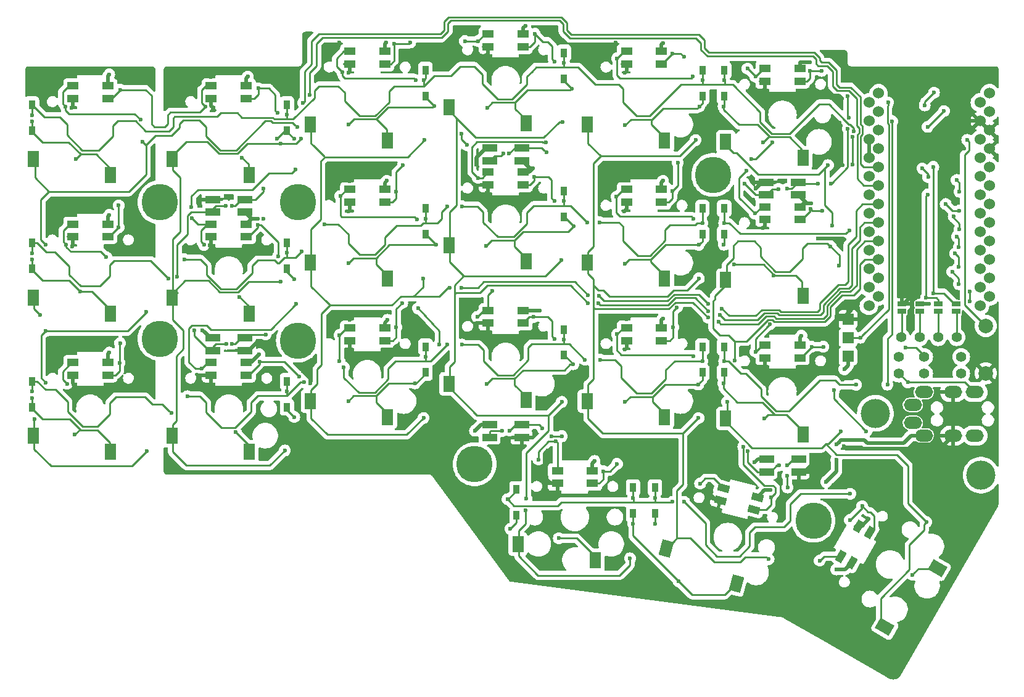
<source format=gbr>
G04 #@! TF.GenerationSoftware,KiCad,Pcbnew,7.0.7*
G04 #@! TF.CreationDate,2023-09-12T18:14:10+01:00*
G04 #@! TF.ProjectId,corne_dark,636f726e-655f-4646-9172-6b2e6b696361,1.0*
G04 #@! TF.SameCoordinates,Original*
G04 #@! TF.FileFunction,Copper,L2,Bot*
G04 #@! TF.FilePolarity,Positive*
%FSLAX46Y46*%
G04 Gerber Fmt 4.6, Leading zero omitted, Abs format (unit mm)*
G04 Created by KiCad (PCBNEW 7.0.7) date 2023-09-12 18:14:10*
%MOMM*%
%LPD*%
G01*
G04 APERTURE LIST*
G04 Aperture macros list*
%AMRotRect*
0 Rectangle, with rotation*
0 The origin of the aperture is its center*
0 $1 length*
0 $2 width*
0 $3 Rotation angle, in degrees counterclockwise*
0 Add horizontal line*
21,1,$1,$2,0,0,$3*%
G04 Aperture macros list end*
G04 #@! TA.AperFunction,SMDPad,CuDef*
%ADD10R,0.950000X1.300000*%
G04 #@! TD*
G04 #@! TA.AperFunction,SMDPad,CuDef*
%ADD11R,1.600000X1.000000*%
G04 #@! TD*
G04 #@! TA.AperFunction,SMDPad,CuDef*
%ADD12RotRect,1.600000X1.000000X345.000000*%
G04 #@! TD*
G04 #@! TA.AperFunction,SMDPad,CuDef*
%ADD13RotRect,1.600000X1.000000X240.000000*%
G04 #@! TD*
G04 #@! TA.AperFunction,SMDPad,CuDef*
%ADD14R,1.600000X2.200000*%
G04 #@! TD*
G04 #@! TA.AperFunction,SMDPad,CuDef*
%ADD15RotRect,1.600000X2.200000X165.000000*%
G04 #@! TD*
G04 #@! TA.AperFunction,ComponentPad*
%ADD16C,1.524000*%
G04 #@! TD*
G04 #@! TA.AperFunction,ComponentPad*
%ADD17C,4.000000*%
G04 #@! TD*
G04 #@! TA.AperFunction,ComponentPad*
%ADD18C,5.000000*%
G04 #@! TD*
G04 #@! TA.AperFunction,SMDPad,CuDef*
%ADD19R,1.524000X1.524000*%
G04 #@! TD*
G04 #@! TA.AperFunction,ComponentPad*
%ADD20C,1.397000*%
G04 #@! TD*
G04 #@! TA.AperFunction,ComponentPad*
%ADD21O,2.500000X1.700000*%
G04 #@! TD*
G04 #@! TA.AperFunction,ComponentPad*
%ADD22C,2.000000*%
G04 #@! TD*
G04 #@! TA.AperFunction,SMDPad,CuDef*
%ADD23R,2.000000X1.000000*%
G04 #@! TD*
G04 #@! TA.AperFunction,SMDPad,CuDef*
%ADD24RotRect,1.600000X2.200000X240.000000*%
G04 #@! TD*
G04 #@! TA.AperFunction,SMDPad,CuDef*
%ADD25R,1.143000X0.635000*%
G04 #@! TD*
G04 #@! TA.AperFunction,ViaPad*
%ADD26C,0.600000*%
G04 #@! TD*
G04 #@! TA.AperFunction,Conductor*
%ADD27C,0.250000*%
G04 #@! TD*
G04 #@! TA.AperFunction,Conductor*
%ADD28C,0.500000*%
G04 #@! TD*
G04 APERTURE END LIST*
D10*
X62000000Y-73350000D03*
X62000000Y-76900000D03*
X97000000Y-73350000D03*
X97000000Y-76900000D03*
X116000000Y-68600000D03*
X116000000Y-72150000D03*
X135000000Y-66225000D03*
X135000000Y-69775000D03*
X154000000Y-68600000D03*
X154000000Y-72150000D03*
X157000000Y-68600000D03*
X157000000Y-72150000D03*
X62000000Y-92350000D03*
X62000000Y-95900000D03*
X97000000Y-92350000D03*
X97000000Y-95900000D03*
X116000000Y-87600000D03*
X116000000Y-91150000D03*
X135000000Y-85225000D03*
X135000000Y-88775000D03*
X154000000Y-87600000D03*
X154000000Y-91150000D03*
X157000000Y-87600000D03*
X157000000Y-91150000D03*
X62000000Y-111350000D03*
X62000000Y-114900000D03*
X97000000Y-111350000D03*
X97000000Y-114900000D03*
X116000000Y-106600000D03*
X116000000Y-110150000D03*
X135000000Y-104225000D03*
X135000000Y-107775000D03*
X154000000Y-106600000D03*
X154000000Y-110150000D03*
X157000000Y-106600000D03*
X157000000Y-110150000D03*
X128500000Y-126225000D03*
X128500000Y-129775000D03*
X144500000Y-125975000D03*
X144500000Y-129525000D03*
X147500000Y-125975000D03*
X147500000Y-129525000D03*
D11*
X67600000Y-70750000D03*
X67600000Y-72500000D03*
X72400000Y-72500000D03*
X72400000Y-70750000D03*
X86600000Y-70750000D03*
X86600000Y-72500000D03*
X91400000Y-72500000D03*
X91400000Y-70750000D03*
X105600000Y-66000000D03*
X105600000Y-67750000D03*
X110400000Y-67750000D03*
X110400000Y-66000000D03*
X124600000Y-63625000D03*
X124600000Y-65375000D03*
X129400000Y-65375000D03*
X129400000Y-63625000D03*
X143600000Y-66000000D03*
X143600000Y-67750000D03*
X148400000Y-67750000D03*
X148400000Y-66000000D03*
X162600000Y-68375000D03*
X162600000Y-70125000D03*
X167400000Y-70125000D03*
X167400000Y-68375000D03*
X67600000Y-89750000D03*
X67600000Y-91500000D03*
X72400000Y-91500000D03*
X72400000Y-89750000D03*
X86600000Y-89750000D03*
X86600000Y-91500000D03*
X91400000Y-91500000D03*
X91400000Y-89750000D03*
X105600000Y-85000000D03*
X105600000Y-86750000D03*
X110400000Y-86750000D03*
X110400000Y-85000000D03*
X124600000Y-82625000D03*
X124600000Y-84375000D03*
X129400000Y-84375000D03*
X129400000Y-82625000D03*
X143600000Y-85000000D03*
X143600000Y-86750000D03*
X148400000Y-86750000D03*
X148400000Y-85000000D03*
X162600000Y-87375000D03*
X162600000Y-89125000D03*
X167400000Y-89125000D03*
X167400000Y-87375000D03*
X67600000Y-108750000D03*
X67600000Y-110500000D03*
X72400000Y-110500000D03*
X72400000Y-108750000D03*
X86600000Y-108750000D03*
X86600000Y-110500000D03*
X91400000Y-110500000D03*
X91400000Y-108750000D03*
X105600000Y-104000000D03*
X105600000Y-105750000D03*
X110400000Y-105750000D03*
X110400000Y-104000000D03*
X124600000Y-101625000D03*
X124600000Y-103375000D03*
X129400000Y-103375000D03*
X129400000Y-101625000D03*
X143600000Y-104000000D03*
X143600000Y-105750000D03*
X148400000Y-105750000D03*
X148400000Y-104000000D03*
X162600000Y-106375000D03*
X162600000Y-108125000D03*
X167400000Y-108125000D03*
X167400000Y-106375000D03*
X134100000Y-123625000D03*
X134100000Y-125375000D03*
X138900000Y-125375000D03*
X138900000Y-123625000D03*
D12*
X156908245Y-126033649D03*
X156455311Y-127724019D03*
X161091755Y-128966351D03*
X161544689Y-127275981D03*
D13*
X176957772Y-132109039D03*
X175442228Y-131234039D03*
X173042228Y-135390961D03*
X174557772Y-136265961D03*
D14*
X62200000Y-80825000D03*
X72800000Y-83025000D03*
X81200000Y-80825000D03*
X91800000Y-83025000D03*
X100200000Y-76075000D03*
X110800000Y-78275000D03*
X119200000Y-73700000D03*
X129800000Y-75900000D03*
X138200000Y-76075000D03*
X148800000Y-78275000D03*
X157200000Y-78450000D03*
X167800000Y-80650000D03*
X62200000Y-99825000D03*
X72800000Y-102025000D03*
X81200000Y-99825000D03*
X91800000Y-102025000D03*
X100200000Y-95075000D03*
X110800000Y-97275000D03*
X119200000Y-92700000D03*
X129800000Y-94900000D03*
X138200000Y-95075000D03*
X148800000Y-97275000D03*
X157200000Y-97450000D03*
X167800000Y-99650000D03*
X62200000Y-118825000D03*
X72800000Y-121025000D03*
X81200000Y-118825000D03*
X91800000Y-121025000D03*
X100200000Y-114075000D03*
X110800000Y-116275000D03*
X119200000Y-111700000D03*
X129800000Y-113900000D03*
X138200000Y-114075000D03*
X148800000Y-116275000D03*
X157200000Y-116450000D03*
X167800000Y-118650000D03*
X128700000Y-133700000D03*
X139300000Y-135900000D03*
D15*
X149008148Y-134305137D03*
X158677560Y-139173656D03*
D16*
X176860000Y-73042000D03*
X193406400Y-71772000D03*
X176860000Y-75582000D03*
X193406400Y-74312000D03*
X176860000Y-78122000D03*
X193406400Y-76852000D03*
X176860000Y-80662000D03*
X193406400Y-79392000D03*
X176860000Y-83202000D03*
X193406400Y-81932000D03*
X176860000Y-85742000D03*
X193406400Y-84472000D03*
X176860000Y-88282000D03*
X193406400Y-87012000D03*
X176860000Y-90822000D03*
X193406400Y-89552000D03*
X176860000Y-93362000D03*
X193406400Y-92092000D03*
X176860000Y-95902000D03*
X193406400Y-94632000D03*
X176860000Y-98442000D03*
X193406400Y-97172000D03*
X176860000Y-100982000D03*
X193406400Y-99712000D03*
X178186400Y-99712000D03*
X192100000Y-100982000D03*
X178186400Y-97172000D03*
X192100000Y-98442000D03*
X178186400Y-94632000D03*
X192100000Y-95902000D03*
X178186400Y-92092000D03*
X192100000Y-93362000D03*
X178186400Y-89552000D03*
X192100000Y-90822000D03*
X178186400Y-87012000D03*
X192100000Y-88282000D03*
X178186400Y-84472000D03*
X192100000Y-85742000D03*
X178186400Y-81932000D03*
X192100000Y-83202000D03*
X178186400Y-79392000D03*
X192100000Y-80662000D03*
X178186400Y-76852000D03*
X192100000Y-78122000D03*
X178186400Y-74312000D03*
X192100000Y-75582000D03*
X178186400Y-71772000D03*
X192100000Y-73042000D03*
D17*
X177750000Y-115750000D03*
X192250000Y-124250000D03*
D18*
X79500000Y-86750000D03*
X79500000Y-105500000D03*
X98500000Y-86750000D03*
X98500000Y-105750000D03*
X155500000Y-83000000D03*
X122750000Y-122750000D03*
X169250000Y-130500000D03*
D19*
X174000000Y-102820000D03*
X174000000Y-105360000D03*
X174000000Y-107900000D03*
D20*
X181300000Y-105300000D03*
X183840000Y-105300000D03*
X186380000Y-105300000D03*
X188920000Y-105300000D03*
D21*
X182900000Y-114600000D03*
X182900000Y-117050000D03*
X191400000Y-112850000D03*
X191400000Y-118800000D03*
X188400000Y-112850000D03*
X188400000Y-118800000D03*
X184400000Y-112850000D03*
X184400000Y-118800000D03*
D22*
X192900000Y-103750000D03*
X192900000Y-110250000D03*
D23*
X124820000Y-81035000D03*
X124820000Y-79285000D03*
X129220000Y-79285000D03*
X129220000Y-81035000D03*
X162770000Y-85755000D03*
X162770000Y-84005000D03*
X167170000Y-84005000D03*
X167170000Y-85755000D03*
X129190000Y-117295000D03*
X129190000Y-119045000D03*
X124790000Y-119045000D03*
X124790000Y-117295000D03*
X167210000Y-122045000D03*
X167210000Y-123795000D03*
X162810000Y-123795000D03*
X162810000Y-122045000D03*
D24*
X179054294Y-145104998D03*
X186259550Y-137025129D03*
D20*
X189540000Y-110300000D03*
X184460000Y-110300000D03*
X189540000Y-108000000D03*
X184460000Y-108000000D03*
X181000000Y-108000000D03*
X181000000Y-110300000D03*
D23*
X86800000Y-88125000D03*
X86800000Y-86375000D03*
X91200000Y-86375000D03*
X91200000Y-88125000D03*
X91200000Y-105365000D03*
X91200000Y-107115000D03*
X86800000Y-107115000D03*
X86800000Y-105365000D03*
D25*
X188875000Y-100749620D03*
X188875000Y-101750380D03*
X186375000Y-100749620D03*
X186375000Y-101750380D03*
X183875000Y-100749620D03*
X183875000Y-101750380D03*
X181375000Y-100749620D03*
X181375000Y-101750380D03*
D26*
X154000000Y-70000000D03*
X174620000Y-81580000D03*
X135000000Y-67600000D03*
X157000000Y-70000000D03*
X97000000Y-74750000D03*
X115750000Y-69950000D03*
X174623487Y-77768529D03*
X174800000Y-77000000D03*
X62000000Y-74800000D03*
X67990000Y-80820000D03*
X62000000Y-75650000D03*
X139900000Y-89500000D03*
X96950000Y-93700000D03*
X80689988Y-97200000D03*
X157000000Y-89600000D03*
X154000000Y-89600000D03*
X138200000Y-89500000D03*
X119000000Y-87300000D03*
X62000000Y-93800000D03*
X82900000Y-94600000D03*
X121000000Y-87300000D03*
X135000000Y-86600000D03*
X116000000Y-89050000D03*
X174185032Y-90599960D03*
X98980000Y-93530000D03*
X102140000Y-89750000D03*
X90800000Y-80610000D03*
X95633058Y-78016942D03*
X98028051Y-78028051D03*
X116000000Y-108000000D03*
X135000000Y-105600000D03*
X83300000Y-113400000D03*
X137900000Y-108400000D03*
X119000000Y-106300000D03*
X97000000Y-112700000D03*
X62000000Y-112750000D03*
X81100000Y-115700000D03*
X157000000Y-108600000D03*
X99377920Y-111491107D03*
X175101795Y-111841119D03*
X140000000Y-108400000D03*
X104800000Y-109400000D03*
X154000000Y-108600000D03*
X121000000Y-106300000D03*
X105450000Y-76070000D03*
X117180000Y-73510000D03*
X144500000Y-127350000D03*
X127269998Y-127540000D03*
X151500000Y-127900000D03*
X149900000Y-127900000D03*
X174300000Y-126800000D03*
X147500000Y-127350000D03*
X124460000Y-73760000D03*
X136050000Y-71130000D03*
X153580000Y-73590000D03*
X143370000Y-76180000D03*
X162360000Y-78550000D03*
X156910000Y-73580000D03*
X62000000Y-94650000D03*
X68620000Y-98999998D03*
X90470000Y-99750000D03*
X98000000Y-97300000D03*
X117460000Y-92620000D03*
X105410000Y-95150000D03*
X124350000Y-92770000D03*
X136350000Y-90080000D03*
X143390000Y-95220000D03*
X153510000Y-92610000D03*
X163756487Y-96826357D03*
X156950000Y-92580000D03*
X158370000Y-95310000D03*
X67890000Y-118660000D03*
X62000000Y-113650000D03*
X98000000Y-116250000D03*
X89957624Y-118322339D03*
X105400000Y-114090000D03*
X114550000Y-111640000D03*
X136280000Y-109010000D03*
X124400000Y-111690000D03*
X143400000Y-114190000D03*
X153440000Y-111790002D03*
X162490000Y-116470000D03*
X156900000Y-111630000D03*
X134310000Y-132920000D03*
X127660000Y-131620000D03*
X144490000Y-130900000D03*
X150750000Y-138830000D03*
X182820000Y-137930000D03*
X147480000Y-130960000D03*
X173150010Y-72494731D03*
X176800000Y-130300000D03*
X162300000Y-71400000D03*
X92943075Y-105926925D03*
X105400000Y-88000000D03*
X143590000Y-102850000D03*
X104210000Y-64850000D03*
X100220000Y-111610000D03*
X162300000Y-90300000D03*
X124300000Y-66600000D03*
X105610000Y-102890000D03*
X86800000Y-73700000D03*
X168960000Y-122860000D03*
X67580000Y-107350000D03*
X131010000Y-118150000D03*
X84840000Y-86750000D03*
X143300000Y-88000000D03*
X173435022Y-91800000D03*
X170900000Y-72094990D03*
X105400000Y-69000000D03*
X173300000Y-111100000D03*
X155000000Y-125400000D03*
X182480000Y-99200000D03*
X169900000Y-91750000D03*
X105600000Y-106900000D03*
X142120000Y-64850000D03*
X124400000Y-85500000D03*
X160972712Y-86380010D03*
X67400000Y-73800000D03*
X132800000Y-120900000D03*
X123000000Y-81600000D03*
X67590000Y-88370000D03*
X157300000Y-120900000D03*
X189960000Y-79370000D03*
X132400000Y-124600000D03*
X143400000Y-69000000D03*
X86590000Y-69530000D03*
X174650000Y-101320000D03*
X173295338Y-81665338D03*
X143580000Y-83800000D03*
X171000000Y-110200000D03*
X162600000Y-109300000D03*
X143400000Y-107000000D03*
X173400000Y-120300000D03*
X86400000Y-92700000D03*
X95200000Y-107700000D03*
X67700000Y-111700000D03*
X188360000Y-75620000D03*
X172863344Y-75788215D03*
X99200000Y-109900000D03*
X161312274Y-84838391D03*
X122900000Y-103400000D03*
X105610000Y-83840000D03*
X190400000Y-70900000D03*
X155000000Y-122500000D03*
X67500000Y-92800000D03*
X137400000Y-120900000D03*
X67590000Y-69350000D03*
X85200000Y-110500000D03*
X110600000Y-64800000D03*
X72600000Y-88500000D03*
X168800000Y-67500000D03*
X163370000Y-126310000D03*
X167600000Y-105100000D03*
X170990000Y-125170000D03*
X93190000Y-107630002D03*
X91600000Y-69500000D03*
X110700000Y-83800000D03*
X168980000Y-86870000D03*
X93769999Y-89030000D03*
X172400000Y-137200000D03*
X72600000Y-107400000D03*
X185100000Y-100700000D03*
X148600000Y-64900000D03*
X122800000Y-118140000D03*
X129700000Y-62500000D03*
X139200000Y-122300000D03*
X161181942Y-122508058D03*
X85410000Y-104325010D03*
X148600000Y-83800000D03*
X131700000Y-101600000D03*
X110800000Y-102900000D03*
X72600000Y-69200000D03*
X172410000Y-120020000D03*
X173500000Y-109700000D03*
X148600000Y-102700000D03*
X172400000Y-122100000D03*
X130779998Y-82070000D03*
X92970000Y-89039998D03*
X62310000Y-116580000D03*
X63900000Y-92550000D03*
X77690000Y-101850000D03*
X98380000Y-76419998D03*
X77720000Y-120950002D03*
X77200000Y-78450000D03*
X63124999Y-102230000D03*
X99200000Y-73100000D03*
X184200000Y-82100000D03*
X63900000Y-111550000D03*
X63860000Y-104440000D03*
X185000000Y-83300000D03*
X100100000Y-72050000D03*
X96130000Y-78680000D03*
X188900000Y-83700000D03*
X96140000Y-97630000D03*
X189300000Y-85300000D03*
X96690000Y-120850000D03*
X98880000Y-78039998D03*
X154800000Y-100700000D03*
X187400000Y-87000000D03*
X115750000Y-116380000D03*
X156690000Y-101360000D03*
X139800000Y-99600000D03*
X115660000Y-97280000D03*
X189300000Y-87900000D03*
X115830000Y-78230000D03*
X120900000Y-98500000D03*
X138300000Y-99500000D03*
X119300000Y-98500000D03*
X156400000Y-102200000D03*
X154800000Y-101700000D03*
X134720000Y-114180000D03*
X144080000Y-135670000D03*
X188500000Y-88700000D03*
X189300000Y-90500000D03*
X134790000Y-75710000D03*
X139700000Y-100600000D03*
X129700000Y-129065010D03*
X134630000Y-94740000D03*
X129835698Y-127493160D03*
X138300000Y-100600000D03*
X189200000Y-92900000D03*
X153460000Y-116410000D03*
X163090000Y-135800000D03*
X188960000Y-91460000D03*
X156200000Y-103200000D03*
X154800000Y-102600000D03*
X153520000Y-97220000D03*
X153080000Y-78200000D03*
X188700000Y-93800000D03*
X172710319Y-95440319D03*
X171240000Y-81650000D03*
X158440000Y-108530000D03*
X157410000Y-114170000D03*
X184750000Y-130690000D03*
X173020000Y-118270000D03*
X171799979Y-89950504D03*
X171600000Y-92800000D03*
X189200000Y-95600000D03*
X179500000Y-73042000D03*
X174095096Y-75106970D03*
X184530000Y-73450000D03*
X165650000Y-84910000D03*
X173970000Y-76660000D03*
X175700000Y-105360000D03*
X169900000Y-84200000D03*
X171620000Y-84160000D03*
X185800000Y-71700000D03*
X173970000Y-72160000D03*
X187160000Y-74220000D03*
X180060000Y-75619998D03*
X179400000Y-111800000D03*
X184910000Y-76400000D03*
X74100000Y-71300000D03*
X85800000Y-73600000D03*
X76900000Y-75400000D03*
X73900000Y-90200000D03*
X66600000Y-73600000D03*
X73900000Y-87200000D03*
X111700000Y-65000000D03*
X121400000Y-64600000D03*
X123200000Y-64600000D03*
X113900000Y-64800000D03*
X133700000Y-67400000D03*
X132500000Y-78510000D03*
X123200000Y-83400000D03*
X131000000Y-63600000D03*
X150000000Y-103900000D03*
X150501565Y-101201565D03*
X152800000Y-89000000D03*
X142200000Y-86000000D03*
X66800000Y-111700000D03*
X93230338Y-108630338D03*
X104200000Y-108600000D03*
X104200000Y-105000000D03*
X98700000Y-110700000D03*
X130900000Y-83300000D03*
X125200000Y-98900000D03*
X133700000Y-86600000D03*
X123100000Y-102500000D03*
X163570000Y-78550000D03*
X168800000Y-68700000D03*
X160710000Y-80800000D03*
X170400000Y-68700000D03*
X160020000Y-82420000D03*
X161200000Y-88300000D03*
X72200000Y-94300000D03*
X66700000Y-92600000D03*
X74000000Y-108800000D03*
X74100000Y-106100000D03*
X104300000Y-85900000D03*
X112000000Y-103900000D03*
X112800000Y-100600000D03*
X114800000Y-89100000D03*
X131500000Y-122100000D03*
X133900000Y-119600000D03*
X130800000Y-102500000D03*
X133700000Y-105500000D03*
X190350000Y-78180000D03*
X184700000Y-99900000D03*
X184900000Y-85700000D03*
X185700000Y-99240010D03*
X185700000Y-81900000D03*
X181900000Y-106700000D03*
X161300000Y-69500000D03*
X151500000Y-66800000D03*
X160200000Y-68400000D03*
X149900000Y-66300000D03*
X188300000Y-96300000D03*
X189200000Y-98000000D03*
X190700000Y-100400000D03*
X190700000Y-99000000D03*
X85600000Y-92600000D03*
X83959998Y-88940000D03*
X95700000Y-74500000D03*
X98150000Y-82290002D03*
X83880000Y-87400000D03*
X93100000Y-71100000D03*
X104600000Y-68900000D03*
X112900000Y-81700000D03*
X114700000Y-70000000D03*
X112000000Y-85300000D03*
X150620000Y-81329998D03*
X142300000Y-67000000D03*
X152700000Y-69500000D03*
X149900000Y-85200000D03*
X98260000Y-100749998D03*
X93007518Y-89849132D03*
X95800000Y-94200000D03*
X85300000Y-109600000D03*
X161300000Y-107300000D03*
X170500000Y-87900000D03*
X163300000Y-103500044D03*
X168897471Y-87665743D03*
X163400000Y-127300000D03*
X142300000Y-104900000D03*
X152800000Y-107900000D03*
X159620000Y-120350000D03*
X176509034Y-118197206D03*
X170600000Y-106600000D03*
X169000000Y-106600000D03*
X174250000Y-130400000D03*
X175950000Y-128500000D03*
X172080000Y-112570000D03*
X142300000Y-122700000D03*
X153700000Y-125400000D03*
X140400000Y-123700000D03*
X182200000Y-111500000D03*
X165670000Y-124330000D03*
X170100000Y-136000000D03*
X165600000Y-122930000D03*
X165700000Y-125940010D03*
X121700000Y-78890000D03*
X126690000Y-80090000D03*
X89460000Y-87230000D03*
X93759989Y-84887916D03*
X120950000Y-77350000D03*
X84280000Y-104325010D03*
X88560000Y-87230000D03*
X81940000Y-97020000D03*
X88650000Y-106210000D03*
X132580000Y-79889998D03*
X127489725Y-80068955D03*
X159779999Y-84190000D03*
X164470000Y-84930000D03*
X94054204Y-104916730D03*
X89449950Y-106200103D03*
X114975000Y-101325000D03*
X117900000Y-106300000D03*
X126510000Y-118170000D03*
X132050000Y-117779998D03*
X134700000Y-118900000D03*
X127520000Y-118130000D03*
X160260000Y-120950000D03*
X164570000Y-122890000D03*
X133260000Y-118900000D03*
D27*
X66800000Y-76050000D02*
X66800000Y-77500000D01*
X66800000Y-77500000D02*
X68900000Y-79600000D01*
X68900000Y-79600000D02*
X71150000Y-79600000D01*
X71150000Y-79600000D02*
X73100000Y-77650000D01*
X73100000Y-77650000D02*
X73100000Y-76250000D01*
X73100000Y-76250000D02*
X73750000Y-75600000D01*
X73750000Y-75600000D02*
X76200000Y-75600000D01*
X76200000Y-75600000D02*
X77600000Y-77000000D01*
X77600000Y-77000000D02*
X80800000Y-77000000D01*
X80800000Y-77000000D02*
X81400000Y-76400000D01*
X81400000Y-76400000D02*
X81400000Y-75200000D01*
X81400000Y-75200000D02*
X81600000Y-75000000D01*
X81600000Y-75000000D02*
X87400000Y-75000000D01*
X87400000Y-75000000D02*
X87900000Y-74500000D01*
X87900000Y-74500000D02*
X90200000Y-74500000D01*
X90200000Y-74500000D02*
X90800000Y-75100000D01*
X90800000Y-75100000D02*
X95000000Y-75100000D01*
X95000000Y-75100000D02*
X95250000Y-75350000D01*
X97000000Y-75350000D02*
X95250000Y-75350000D01*
X97850000Y-75350000D02*
X100800000Y-72400000D01*
X100800000Y-72400000D02*
X100800000Y-71400000D01*
X100800000Y-71400000D02*
X101400000Y-70800000D01*
X101400000Y-70800000D02*
X104000000Y-70800000D01*
X104000000Y-70800000D02*
X104900000Y-71700000D01*
X104900000Y-71700000D02*
X104900000Y-72850000D01*
X104900000Y-72850000D02*
X106950000Y-74900000D01*
X106950000Y-74900000D02*
X109100000Y-74900000D01*
X109100000Y-74900000D02*
X111000000Y-73000000D01*
X111000000Y-73000000D02*
X111000000Y-71500000D01*
X111000000Y-71500000D02*
X111700000Y-70800000D01*
X111700000Y-70800000D02*
X115800000Y-70800000D01*
X63700000Y-75050000D02*
X62000000Y-73350000D01*
X115800000Y-70000000D02*
X115750000Y-69950000D01*
X116000000Y-69700000D02*
X115750000Y-69950000D01*
X135000000Y-68200000D02*
X135000000Y-67600000D01*
X157000000Y-70000000D02*
X157050000Y-70050000D01*
X157050000Y-70050000D02*
X157050000Y-70600000D01*
X157050000Y-70600000D02*
X157000000Y-70600000D01*
X65800000Y-75050000D02*
X63700000Y-75050000D01*
X122700000Y-68100000D02*
X120800000Y-68100000D01*
X115800000Y-70800000D02*
X115800000Y-70000000D01*
X157000000Y-70000000D02*
X157000000Y-68600000D01*
X97000000Y-74750000D02*
X97000000Y-73350000D01*
X144950000Y-74900000D02*
X143100000Y-73050000D01*
X116000000Y-70600000D02*
X115800000Y-70800000D01*
X161950000Y-75750000D02*
X163500000Y-77300000D01*
X174800000Y-76575736D02*
X174800000Y-77000000D01*
X154000000Y-70600000D02*
X151063589Y-70600000D01*
X166000000Y-77300000D02*
X170030000Y-73270000D01*
X146763589Y-74900000D02*
X144950000Y-74900000D01*
X125950000Y-72600000D02*
X123800000Y-70450000D01*
X62000000Y-73350000D02*
X62000000Y-74800000D01*
X130630000Y-68750000D02*
X130630000Y-68770000D01*
X161950000Y-74350000D02*
X161950000Y-75750000D01*
X120800000Y-68100000D02*
X119500000Y-69400000D01*
X117200000Y-69400000D02*
X116000000Y-70600000D01*
X170030000Y-73270000D02*
X171375004Y-73270000D01*
X127900000Y-72600000D02*
X125950000Y-72600000D01*
X116000000Y-68600000D02*
X116000000Y-69700000D01*
X129900000Y-69500000D02*
X129900000Y-70600000D01*
X174623487Y-81576513D02*
X174620000Y-81580000D01*
X171375004Y-73270000D02*
X173635002Y-75529998D01*
X151063589Y-70600000D02*
X146763589Y-74900000D01*
X97000000Y-75350000D02*
X97000000Y-74750000D01*
X143100000Y-73050000D02*
X143100000Y-71150000D01*
X163500000Y-77300000D02*
X166000000Y-77300000D01*
X97000000Y-75350000D02*
X97850000Y-75350000D01*
X136900000Y-68200000D02*
X135000000Y-68200000D01*
X174259263Y-76034999D02*
X174800000Y-76575736D01*
X173635002Y-75579998D02*
X174090003Y-76034999D01*
X123800000Y-70450000D02*
X123800000Y-69200000D01*
X154000000Y-70000000D02*
X154000000Y-68600000D01*
X158200000Y-70600000D02*
X161950000Y-74350000D01*
X135000000Y-68200000D02*
X131180000Y-68200000D01*
X157050000Y-70600000D02*
X158200000Y-70600000D01*
X129900000Y-70600000D02*
X127900000Y-72600000D01*
X154000000Y-70600000D02*
X157000000Y-70600000D01*
X174623487Y-77768529D02*
X174623487Y-81576513D01*
X119500000Y-69400000D02*
X117200000Y-69400000D01*
X174090003Y-76034999D02*
X174259263Y-76034999D01*
X130630000Y-68770000D02*
X129900000Y-69500000D01*
X66800000Y-76050000D02*
X65800000Y-75050000D01*
X123800000Y-69200000D02*
X122700000Y-68100000D01*
X135000000Y-66225000D02*
X135000000Y-67600000D01*
X142550000Y-70600000D02*
X139300000Y-70600000D01*
X154000000Y-70600000D02*
X154000000Y-70000000D01*
X173635002Y-75529998D02*
X173635002Y-75579998D01*
X131180000Y-68200000D02*
X130630000Y-68750000D01*
X139300000Y-70600000D02*
X136900000Y-68200000D01*
X143100000Y-71150000D02*
X142550000Y-70600000D01*
X63435000Y-78510000D02*
X67040000Y-78510000D01*
X62000000Y-76900000D02*
X62000000Y-75650000D01*
X62000000Y-77075000D02*
X63435000Y-78510000D01*
X68670000Y-80140000D02*
X68289999Y-80520001D01*
X72800000Y-82160000D02*
X72800000Y-83025000D01*
X68289999Y-80520001D02*
X67990000Y-80820000D01*
X67040000Y-78510000D02*
X68670000Y-80140000D01*
X70780000Y-80140000D02*
X72800000Y-82160000D01*
X62000000Y-76900000D02*
X62000000Y-77075000D01*
X68670000Y-80140000D02*
X70780000Y-80140000D01*
X96650000Y-94350000D02*
X95900000Y-95100000D01*
X95900000Y-95100000D02*
X95700000Y-95100000D01*
X95700000Y-95100000D02*
X95300000Y-94700000D01*
X95300000Y-94700000D02*
X93000000Y-94700000D01*
X93000000Y-94700000D02*
X92200000Y-95500000D01*
X92200000Y-95500000D02*
X92200000Y-96450000D01*
X92200000Y-96450000D02*
X90000000Y-98650000D01*
X90000000Y-98650000D02*
X87950000Y-98650000D01*
X87950000Y-98650000D02*
X86000000Y-96700000D01*
X86000000Y-96700000D02*
X86000000Y-95500000D01*
X86000000Y-95500000D02*
X85100000Y-94600000D01*
X119000000Y-87300000D02*
X118200000Y-88100000D01*
X118200000Y-88100000D02*
X118200000Y-89000000D01*
X118200000Y-89000000D02*
X117600000Y-89600000D01*
X117600000Y-89600000D02*
X116000000Y-89600000D01*
X138200000Y-89500000D02*
X135925000Y-87225000D01*
X135000000Y-87225000D02*
X135925000Y-87225000D01*
X96950000Y-94350000D02*
X96650000Y-94350000D01*
X97000000Y-93650000D02*
X96950000Y-93700000D01*
X99000000Y-93550000D02*
X98200000Y-94350000D01*
X98200000Y-94350000D02*
X96950000Y-94350000D01*
X62000000Y-93800000D02*
X62000000Y-92350000D01*
X157000000Y-89600000D02*
X157000000Y-87600000D01*
X99000000Y-93550000D02*
X98980000Y-93530000D01*
X149580000Y-89880000D02*
X148900000Y-90560000D01*
X157700000Y-89600000D02*
X159200000Y-91100000D01*
X143100000Y-92050000D02*
X143100000Y-90050000D01*
X145150000Y-94100000D02*
X143100000Y-92050000D01*
X129900000Y-88200000D02*
X129900000Y-89700000D01*
X148900000Y-92000000D02*
X146800000Y-94100000D01*
X97000000Y-92350000D02*
X97000000Y-93650000D01*
X173684992Y-91100000D02*
X173885033Y-90899959D01*
X154000000Y-89600000D02*
X153300000Y-89600000D01*
X71345001Y-98254999D02*
X72700000Y-96900000D01*
X62000000Y-92350000D02*
X62725000Y-92350000D01*
X115350000Y-89950000D02*
X112050000Y-89950000D01*
X65150000Y-93600000D02*
X67100000Y-95550000D01*
X135000000Y-85225000D02*
X135000000Y-86600000D01*
X109100000Y-93950000D02*
X106950000Y-93950000D01*
X80389989Y-96900001D02*
X80689988Y-97200000D01*
X78289988Y-94800000D02*
X80389989Y-96900001D01*
X123900000Y-88100000D02*
X123100000Y-87300000D01*
X135000000Y-87225000D02*
X135000000Y-86600000D01*
X85100000Y-94600000D02*
X82900000Y-94600000D01*
X116000000Y-89600000D02*
X115700000Y-89600000D01*
X129900000Y-89700000D02*
X128100000Y-91500000D01*
X157000000Y-89600000D02*
X157700000Y-89600000D01*
X62725000Y-92350000D02*
X63975000Y-93600000D01*
X96950000Y-94350000D02*
X96950000Y-93700000D01*
X116000000Y-87600000D02*
X116000000Y-89050000D01*
X112050000Y-89950000D02*
X110450000Y-91550000D01*
X104000000Y-89750000D02*
X102140000Y-89750000D01*
X115700000Y-89600000D02*
X115350000Y-89950000D01*
X110450000Y-92600000D02*
X109100000Y-93950000D01*
X142550000Y-89500000D02*
X139900000Y-89500000D01*
X67100000Y-95550000D02*
X67100000Y-96700000D01*
X68654999Y-98254999D02*
X71345001Y-98254999D01*
X173885033Y-90899959D02*
X174185032Y-90599960D01*
X110450000Y-91550000D02*
X110450000Y-92600000D01*
X148900000Y-90560000D02*
X148900000Y-92000000D01*
X154000000Y-89600000D02*
X154000000Y-87600000D01*
X153020000Y-89880000D02*
X149580000Y-89880000D01*
X72700000Y-96900000D02*
X72700000Y-95400000D01*
X105400000Y-92400000D02*
X105400000Y-91150000D01*
X135000000Y-87225000D02*
X130875000Y-87225000D01*
X73300000Y-94800000D02*
X78289988Y-94800000D01*
X125900000Y-91500000D02*
X123900000Y-89500000D01*
X128100000Y-91500000D02*
X125900000Y-91500000D01*
X67100000Y-96700000D02*
X68654999Y-98254999D01*
X105400000Y-91150000D02*
X104000000Y-89750000D01*
X72700000Y-95400000D02*
X73300000Y-94800000D01*
X153300000Y-89600000D02*
X153020000Y-89880000D01*
X146800000Y-94100000D02*
X145150000Y-94100000D01*
X130875000Y-87225000D02*
X129900000Y-88200000D01*
X116000000Y-89600000D02*
X116000000Y-89050000D01*
X159200000Y-91100000D02*
X173684992Y-91100000D01*
X143100000Y-90050000D02*
X142550000Y-89500000D01*
X123900000Y-89500000D02*
X123900000Y-88100000D01*
X106950000Y-93950000D02*
X105400000Y-92400000D01*
X63975000Y-93600000D02*
X65150000Y-93600000D01*
X123100000Y-87300000D02*
X121000000Y-87300000D01*
X91690000Y-81500000D02*
X91690000Y-83015000D01*
X97000000Y-77075000D02*
X97953051Y-78028051D01*
X97953051Y-78028051D02*
X98028051Y-78028051D01*
X97000000Y-76900000D02*
X96750000Y-76900000D01*
X91690000Y-83015000D02*
X91700000Y-83025000D01*
X96750000Y-76900000D02*
X95633058Y-78016942D01*
X90800000Y-80610000D02*
X91690000Y-81500000D01*
X97000000Y-76900000D02*
X97000000Y-77075000D01*
X83300000Y-113400000D02*
X85050000Y-113400000D01*
X85050000Y-113400000D02*
X85900000Y-114250000D01*
X85900000Y-114250000D02*
X85900000Y-115600000D01*
X85900000Y-115600000D02*
X88000000Y-117700000D01*
X88000000Y-117700000D02*
X89900000Y-117700000D01*
X89900000Y-117700000D02*
X92100000Y-115500000D01*
X92100000Y-115500000D02*
X92100000Y-114250000D01*
X92100000Y-114250000D02*
X93000000Y-113350000D01*
X97000000Y-113350000D02*
X93000000Y-113350000D01*
X111900000Y-108600000D02*
X110900000Y-109600000D01*
X110900000Y-109600000D02*
X110900000Y-111050000D01*
X110900000Y-111050000D02*
X109050000Y-112900000D01*
X109050000Y-112900000D02*
X106850000Y-112900000D01*
X106850000Y-112900000D02*
X104800000Y-110850000D01*
X104800000Y-110850000D02*
X104800000Y-109400000D01*
X130575000Y-106225000D02*
X130100000Y-106700000D01*
X130100000Y-106700000D02*
X130100000Y-108450000D01*
X130100000Y-108450000D02*
X128050000Y-110500000D01*
X128050000Y-110500000D02*
X125950000Y-110500000D01*
X125950000Y-110500000D02*
X124000000Y-108550000D01*
X124000000Y-108550000D02*
X124000000Y-107100000D01*
X124000000Y-107100000D02*
X123200000Y-106300000D01*
X123200000Y-106300000D02*
X121000000Y-106300000D01*
X119000000Y-106300000D02*
X116700000Y-108600000D01*
X116700000Y-108600000D02*
X116000000Y-108600000D01*
X150200000Y-108600000D02*
X149000000Y-109800000D01*
X149000000Y-109800000D02*
X149000000Y-111000000D01*
X149000000Y-111000000D02*
X147000000Y-113000000D01*
X147000000Y-113000000D02*
X145000000Y-113000000D01*
X145000000Y-113000000D02*
X142900000Y-110900000D01*
X142900000Y-110900000D02*
X142900000Y-109300000D01*
X142900000Y-109300000D02*
X142000000Y-108400000D01*
X142000000Y-108400000D02*
X140000000Y-108400000D01*
X137900000Y-108400000D02*
X135725000Y-106225000D01*
X135725000Y-106225000D02*
X135000000Y-106225000D01*
X97000000Y-112700000D02*
X97000000Y-113350000D01*
X116000000Y-108000000D02*
X116000000Y-108600000D01*
X62000000Y-111350000D02*
X62725000Y-111350000D01*
X165910000Y-115400000D02*
X170110000Y-111200000D01*
X71010011Y-117589989D02*
X72700000Y-115900000D01*
X135000000Y-106225000D02*
X130575000Y-106225000D01*
X174677531Y-111841119D02*
X175101795Y-111841119D01*
X172200000Y-111200000D02*
X172841119Y-111841119D01*
X157600000Y-108600000D02*
X159300000Y-110300000D01*
X98858893Y-111491107D02*
X98953656Y-111491107D01*
X72700000Y-114300000D02*
X73500000Y-113500000D01*
X63875000Y-112500000D02*
X65250000Y-112500000D01*
X154000000Y-106565000D02*
X154000000Y-108600000D01*
X157000000Y-108600000D02*
X157000000Y-106565000D01*
X154000000Y-108600000D02*
X150200000Y-108600000D01*
X162100000Y-112400000D02*
X162100000Y-113420000D01*
X162100000Y-113420000D02*
X164080000Y-115400000D01*
X68939989Y-117589989D02*
X71010011Y-117589989D01*
X135000000Y-104225000D02*
X135000000Y-105600000D01*
X66900000Y-114150000D02*
X66900000Y-115550000D01*
X172841119Y-111841119D02*
X174677531Y-111841119D01*
X164080000Y-115400000D02*
X165910000Y-115400000D01*
X160000000Y-110300000D02*
X162100000Y-112400000D01*
X77500000Y-113500000D02*
X78500000Y-114500000D01*
X157000000Y-108600000D02*
X157600000Y-108600000D01*
X66900000Y-115550000D02*
X68939989Y-117589989D01*
X170110000Y-111200000D02*
X172200000Y-111200000D01*
X78500000Y-114500000D02*
X79900000Y-114500000D01*
X62725000Y-111350000D02*
X63875000Y-112500000D01*
X62000000Y-111350000D02*
X62000000Y-112750000D01*
X116000000Y-108600000D02*
X111900000Y-108600000D01*
X79900000Y-114500000D02*
X80800001Y-115400001D01*
X73500000Y-113500000D02*
X77500000Y-113500000D01*
X159300000Y-110300000D02*
X160000000Y-110300000D01*
X98953656Y-111491107D02*
X99377920Y-111491107D01*
X80800001Y-115400001D02*
X81100000Y-115700000D01*
X135000000Y-106225000D02*
X135000000Y-105600000D01*
X97000000Y-112700000D02*
X97000000Y-111350000D01*
X65250000Y-112500000D02*
X66900000Y-114150000D01*
X97000000Y-113350000D02*
X98858893Y-111491107D01*
X116000000Y-108000000D02*
X116000000Y-106600000D01*
X72700000Y-115900000D02*
X72700000Y-114300000D01*
X117180000Y-73510000D02*
X116000000Y-72330000D01*
X116000000Y-72330000D02*
X116000000Y-72150000D01*
X109286400Y-75350010D02*
X110700000Y-76763610D01*
X109286400Y-75350010D02*
X106169990Y-75350010D01*
X116950000Y-73740000D02*
X110896410Y-73740000D01*
X110700000Y-76763610D02*
X110700000Y-78275000D01*
X117180000Y-73510000D02*
X116950000Y-73740000D01*
X110896410Y-73740000D02*
X109286400Y-75350010D01*
X106169990Y-75350010D02*
X105450000Y-76070000D01*
X149825000Y-127975000D02*
X149900000Y-127900000D01*
X144500000Y-127350000D02*
X144550000Y-127400000D01*
X144550000Y-127400000D02*
X144550000Y-127975000D01*
X144550000Y-127975000D02*
X147500000Y-127975000D01*
X128169998Y-128440000D02*
X127569997Y-127839999D01*
X160500000Y-134000000D02*
X160500000Y-132100000D01*
X165200000Y-131400000D02*
X166100000Y-130500000D01*
X166100000Y-128200000D02*
X167500000Y-126800000D01*
X154440000Y-130840000D02*
X154440000Y-133820000D01*
X147500000Y-127975000D02*
X147500000Y-127350000D01*
X156020000Y-135400000D02*
X159100000Y-135400000D01*
X154440000Y-133820000D02*
X156020000Y-135400000D01*
X151500000Y-127900000D02*
X154440000Y-130840000D01*
X144550000Y-127975000D02*
X144535000Y-127960000D01*
X161200000Y-131400000D02*
X165200000Y-131400000D01*
X128500000Y-126400000D02*
X127360000Y-127540000D01*
X144535000Y-127960000D02*
X134640000Y-127960000D01*
X127569997Y-127839999D02*
X127269998Y-127540000D01*
X166100000Y-130500000D02*
X166100000Y-128200000D01*
X134640000Y-127960000D02*
X134160000Y-128440000D01*
X127360000Y-127540000D02*
X127269998Y-127540000D01*
X147500000Y-127975000D02*
X149825000Y-127975000D01*
X134160000Y-128440000D02*
X128169998Y-128440000D01*
X144500000Y-127350000D02*
X144500000Y-125975000D01*
X167500000Y-126800000D02*
X174300000Y-126800000D01*
X159100000Y-135400000D02*
X160500000Y-134000000D01*
X147500000Y-127350000D02*
X147500000Y-125975000D01*
X128500000Y-126225000D02*
X128500000Y-126400000D01*
X160500000Y-132100000D02*
X161200000Y-131400000D01*
X136050000Y-71130000D02*
X135000000Y-70080000D01*
X135000000Y-70080000D02*
X135000000Y-69775000D01*
X128270000Y-73920000D02*
X129700000Y-75350000D01*
X129700000Y-75350000D02*
X129700000Y-75900000D01*
X135840000Y-71340000D02*
X129980000Y-71340000D01*
X125170000Y-73050000D02*
X124460000Y-73760000D01*
X129980000Y-71340000D02*
X128270000Y-73050000D01*
X128270000Y-73050000D02*
X125170000Y-73050000D01*
X128270000Y-73050000D02*
X128270000Y-73920000D01*
X136050000Y-71130000D02*
X135840000Y-71340000D01*
X154000000Y-73170000D02*
X153879999Y-73290001D01*
X147016410Y-75520000D02*
X146856410Y-75360000D01*
X148700000Y-77725000D02*
X148700000Y-78275000D01*
X147016410Y-76041410D02*
X148700000Y-77725000D01*
X147016410Y-75520000D02*
X148646411Y-73889999D01*
X154000000Y-72150000D02*
X154000000Y-73170000D01*
X153280001Y-73889999D02*
X153580000Y-73590000D01*
X146856410Y-75360000D02*
X144190000Y-75360000D01*
X144190000Y-75360000D02*
X143370000Y-76180000D01*
X147016410Y-75520000D02*
X147016410Y-76041410D01*
X153879999Y-73290001D02*
X153580000Y-73590000D01*
X148646411Y-73889999D02*
X153280001Y-73889999D01*
X157000000Y-73490000D02*
X156910000Y-73580000D01*
X157000000Y-72150000D02*
X157000000Y-73490000D01*
X156910000Y-73580000D02*
X156910000Y-74004264D01*
X165970000Y-77780000D02*
X167700000Y-79510000D01*
X167700000Y-79510000D02*
X167700000Y-80650000D01*
X156910000Y-74004264D02*
X158995736Y-76090000D01*
X163270000Y-77780000D02*
X165970000Y-77780000D01*
X161580000Y-76090000D02*
X163270000Y-77780000D01*
X163270000Y-77780000D02*
X163130000Y-77780000D01*
X163130000Y-77780000D02*
X162360000Y-78550000D01*
X158995736Y-76090000D02*
X161580000Y-76090000D01*
X63455000Y-97530000D02*
X67110000Y-97530000D01*
X69044264Y-98999998D02*
X68620000Y-98999998D01*
X62000000Y-96075000D02*
X63455000Y-97530000D01*
X72700000Y-102025000D02*
X72700000Y-101475000D01*
X67110000Y-97530000D02*
X68590000Y-99010000D01*
X72700000Y-101475000D02*
X70224998Y-98999998D01*
X62000000Y-95900000D02*
X62000000Y-96075000D01*
X70224998Y-98999998D02*
X69044264Y-98999998D01*
X62000000Y-95900000D02*
X62000000Y-94650000D01*
X68590000Y-99010000D02*
X68630000Y-99010000D01*
X98000000Y-97300000D02*
X97000000Y-96300000D01*
X97000000Y-96300000D02*
X97000000Y-95900000D01*
X90470000Y-99750000D02*
X91720000Y-101000000D01*
X91720000Y-101000000D02*
X91720000Y-102005000D01*
X91720000Y-102005000D02*
X91700000Y-102025000D01*
X117460000Y-92620000D02*
X116000000Y-91160000D01*
X116000000Y-91160000D02*
X116000000Y-91150000D01*
X111066410Y-92620000D02*
X109266410Y-94420000D01*
X109266410Y-94420000D02*
X106140000Y-94420000D01*
X109266410Y-94420000D02*
X109266410Y-95291410D01*
X110700000Y-96725000D02*
X110700000Y-97275000D01*
X109266410Y-95291410D02*
X110700000Y-96725000D01*
X106140000Y-94420000D02*
X105410000Y-95150000D01*
X117460000Y-92620000D02*
X111066410Y-92620000D01*
X136350000Y-90080000D02*
X135045000Y-88775000D01*
X135045000Y-88775000D02*
X135000000Y-88775000D01*
X128226410Y-92876410D02*
X129700000Y-94350000D01*
X129700000Y-94350000D02*
X129700000Y-94900000D01*
X129411411Y-90824999D02*
X128226410Y-92010000D01*
X128226410Y-92010000D02*
X128226410Y-92876410D01*
X125110000Y-92010000D02*
X124350000Y-92770000D01*
X136350000Y-90080000D02*
X135605001Y-90824999D01*
X135605001Y-90824999D02*
X129411411Y-90824999D01*
X128226410Y-92010000D02*
X125110000Y-92010000D01*
X146926410Y-94610000D02*
X146926410Y-94951410D01*
X148700000Y-96725000D02*
X148700000Y-97275000D01*
X144000000Y-94610000D02*
X143390000Y-95220000D01*
X153510000Y-92610000D02*
X148926410Y-92610000D01*
X153809999Y-92310001D02*
X153510000Y-92610000D01*
X154000000Y-92120000D02*
X153809999Y-92310001D01*
X146926410Y-94610000D02*
X144000000Y-94610000D01*
X146926410Y-94951410D02*
X148700000Y-96725000D01*
X154000000Y-91150000D02*
X154000000Y-92120000D01*
X148926410Y-92610000D02*
X146926410Y-94610000D01*
X157000000Y-92530000D02*
X156950000Y-92580000D01*
X163760130Y-96830000D02*
X166839980Y-96830000D01*
X158370000Y-95310000D02*
X162390000Y-95310000D01*
X163810010Y-96730010D02*
X163810010Y-96772834D01*
X163810010Y-96772834D02*
X163756487Y-96826357D01*
X166839980Y-96830000D02*
X167700000Y-97690020D01*
X157000000Y-91150000D02*
X157000000Y-92530000D01*
X167700000Y-97690020D02*
X167700000Y-99650000D01*
X162390000Y-95310000D02*
X163810010Y-96730010D01*
X163756487Y-96826357D02*
X163760130Y-96830000D01*
X72700000Y-119720000D02*
X72700000Y-121025000D01*
X71020000Y-118040000D02*
X72700000Y-119720000D01*
X62000000Y-114900000D02*
X62000000Y-115075000D01*
X68510000Y-118040000D02*
X67890000Y-118660000D01*
X68690000Y-118040000D02*
X71020000Y-118040000D01*
X68690000Y-118040000D02*
X68510000Y-118040000D01*
X67160000Y-116510000D02*
X68690000Y-118040000D01*
X62000000Y-114900000D02*
X62000000Y-113650000D01*
X62000000Y-115075000D02*
X63435000Y-116510000D01*
X63435000Y-116510000D02*
X67160000Y-116510000D01*
X67960000Y-118660000D02*
X67890000Y-118660000D01*
X98000000Y-116250000D02*
X97000000Y-115250000D01*
X97000000Y-115250000D02*
X97000000Y-114900000D01*
X89957624Y-118322339D02*
X91700000Y-120064715D01*
X91700000Y-120064715D02*
X91700000Y-121025000D01*
X109236400Y-114261400D02*
X110700000Y-115725000D01*
X110946410Y-111640000D02*
X114125736Y-111640000D01*
X116000000Y-110325000D02*
X114685000Y-111640000D01*
X109236400Y-113350010D02*
X109236400Y-114261400D01*
X114685000Y-111640000D02*
X114550000Y-111640000D01*
X109236400Y-113350010D02*
X110946410Y-111640000D01*
X116000000Y-110150000D02*
X116000000Y-110325000D01*
X114125736Y-111640000D02*
X114550000Y-111640000D01*
X106139990Y-113350010D02*
X105400000Y-114090000D01*
X110700000Y-115725000D02*
X110700000Y-116275000D01*
X109236400Y-113350010D02*
X106139990Y-113350010D01*
X136280000Y-109010000D02*
X135045000Y-107775000D01*
X135045000Y-107775000D02*
X135000000Y-107775000D01*
X129361411Y-109824999D02*
X128236400Y-110950010D01*
X129700000Y-113350000D02*
X129700000Y-113900000D01*
X128236400Y-110950010D02*
X128236400Y-111886400D01*
X128236400Y-110950010D02*
X125139990Y-110950010D01*
X136280000Y-109010000D02*
X135855736Y-109010000D01*
X135040737Y-109824999D02*
X129361411Y-109824999D01*
X135855736Y-109010000D02*
X135040737Y-109824999D01*
X128236400Y-111886400D02*
X129700000Y-113350000D01*
X125139990Y-110950010D02*
X124400000Y-111690000D01*
X153739999Y-111490003D02*
X153440000Y-111790002D01*
X148700000Y-115725000D02*
X148700000Y-116275000D01*
X147166410Y-113470000D02*
X147166410Y-114191410D01*
X154000000Y-110150000D02*
X154000000Y-111230002D01*
X144120000Y-113470000D02*
X143400000Y-114190000D01*
X147166410Y-113470000D02*
X144120000Y-113470000D01*
X153440000Y-111790002D02*
X148846408Y-111790002D01*
X147166410Y-114191410D02*
X148700000Y-115725000D01*
X148846408Y-111790002D02*
X147166410Y-113470000D01*
X154000000Y-111230002D02*
X153739999Y-111490003D01*
X157000000Y-111530000D02*
X156900000Y-111630000D01*
X162283590Y-114240000D02*
X163963590Y-115920000D01*
X157000000Y-110150000D02*
X157000000Y-111530000D01*
X165520000Y-115920000D02*
X167700000Y-118100000D01*
X156900000Y-112320000D02*
X158820000Y-114240000D01*
X163963590Y-115920000D02*
X165520000Y-115920000D01*
X163040000Y-115920000D02*
X162490000Y-116470000D01*
X163963590Y-115920000D02*
X163040000Y-115920000D01*
X156900000Y-111630000D02*
X156900000Y-112320000D01*
X167700000Y-118100000D02*
X167700000Y-118650000D01*
X158820000Y-114240000D02*
X162283590Y-114240000D01*
X128500000Y-130780000D02*
X127660000Y-131620000D01*
X134734264Y-132920000D02*
X134310000Y-132920000D01*
X139200000Y-135900000D02*
X139200000Y-135350000D01*
X128500000Y-129775000D02*
X128500000Y-130780000D01*
X139200000Y-135350000D02*
X136770000Y-132920000D01*
X136770000Y-132920000D02*
X134734264Y-132920000D01*
X144490000Y-130900000D02*
X144500000Y-130890000D01*
X144500000Y-130890000D02*
X144500000Y-129525000D01*
X150880000Y-138960000D02*
X152600000Y-140680000D01*
X150880000Y-138960000D02*
X150750000Y-138830000D01*
X157048741Y-140680000D02*
X158580967Y-139147774D01*
X144490000Y-130900000D02*
X144490000Y-132570000D01*
X152600000Y-140680000D02*
X157048741Y-140680000D01*
X144490000Y-132570000D02*
X150880000Y-138960000D01*
X147500000Y-130940000D02*
X147480000Y-130960000D01*
X183638269Y-137111731D02*
X183119999Y-137630001D01*
X147500000Y-129525000D02*
X147500000Y-130940000D01*
X183119999Y-137630001D02*
X182820000Y-137930000D01*
X186209550Y-137111731D02*
X183638269Y-137111731D01*
D28*
X162025000Y-70125000D02*
X162600000Y-70125000D01*
X123975000Y-65375000D02*
X124600000Y-65375000D01*
X67000000Y-91500000D02*
X67600000Y-91500000D01*
X67400000Y-73800000D02*
X67600000Y-73600000D01*
X67600000Y-73600000D02*
X67600000Y-72500000D01*
X86600000Y-73500000D02*
X86800000Y-73700000D01*
X105400000Y-69000000D02*
X105600000Y-68800000D01*
X105600000Y-68800000D02*
X105600000Y-67750000D01*
X124600000Y-66300000D02*
X124300000Y-66600000D01*
X143400000Y-69000000D02*
X143600000Y-68800000D01*
X143600000Y-68800000D02*
X143600000Y-67750000D01*
X162600000Y-71100000D02*
X162300000Y-71400000D01*
X172400000Y-110200000D02*
X173300000Y-111100000D01*
X175034039Y-131234039D02*
X175442228Y-131234039D01*
X172400000Y-102300000D02*
X172400000Y-110200000D01*
X172400000Y-102400000D02*
X172820000Y-102820000D01*
X172820000Y-102820000D02*
X174000000Y-102820000D01*
X67500000Y-92800000D02*
X67600000Y-92700000D01*
X67600000Y-92700000D02*
X67600000Y-91500000D01*
X86600000Y-92500000D02*
X86400000Y-92700000D01*
X105400000Y-88000000D02*
X105600000Y-87800000D01*
X105600000Y-87800000D02*
X105600000Y-86750000D01*
X124600000Y-85300000D02*
X124400000Y-85500000D01*
X143300000Y-88000000D02*
X143600000Y-87700000D01*
X143600000Y-87700000D02*
X143600000Y-86750000D01*
X162600000Y-90000000D02*
X162300000Y-90300000D01*
X85200000Y-110500000D02*
X86600000Y-110500000D01*
X143400000Y-107000000D02*
X143600000Y-106800000D01*
X143600000Y-106800000D02*
X143600000Y-105750000D01*
X155924019Y-127724019D02*
X155000000Y-126800000D01*
X155000000Y-126800000D02*
X155000000Y-125400000D01*
X155700000Y-122500000D02*
X157300000Y-120900000D01*
X155700000Y-122500000D02*
X155000000Y-122500000D01*
X132400000Y-121300000D02*
X132800000Y-120900000D01*
X132400000Y-121300000D02*
X132400000Y-124600000D01*
X132400000Y-124600000D02*
X133175000Y-125375000D01*
X134100000Y-125375000D02*
X133175000Y-125375000D01*
X176800000Y-130300000D02*
X175865961Y-131234039D01*
X175865961Y-131234039D02*
X175442228Y-131234039D01*
X122925000Y-103375000D02*
X122900000Y-103400000D01*
D27*
X124275000Y-84375000D02*
X124600000Y-84375000D01*
D28*
X67600000Y-111600000D02*
X67700000Y-111700000D01*
X173700000Y-120600000D02*
X173400000Y-120300000D01*
X173700000Y-120600000D02*
X186600000Y-120600000D01*
X188400000Y-118800000D02*
X186600000Y-120600000D01*
X183600000Y-98200000D02*
X183600000Y-98200000D01*
X190582000Y-75582000D02*
X190400000Y-75400000D01*
X190400000Y-75400000D02*
X190400000Y-70900000D01*
X156455311Y-127724019D02*
X155924019Y-127724019D01*
X67600000Y-110500000D02*
X67600000Y-111600000D01*
X173385022Y-91750000D02*
X173435022Y-91800000D01*
X85139999Y-86450001D02*
X84840000Y-86750000D01*
X182480000Y-99898620D02*
X182480000Y-99624264D01*
X173670000Y-102300000D02*
X174350001Y-101619999D01*
X181629000Y-100749620D02*
X182480000Y-99898620D01*
X124600000Y-84375000D02*
X124600000Y-85300000D01*
X172750269Y-72094990D02*
X172850011Y-72194732D01*
X92943075Y-105926925D02*
X93426925Y-105926925D01*
X100220000Y-110920000D02*
X100220000Y-111185736D01*
X124600000Y-65375000D02*
X124600000Y-66300000D01*
X162145665Y-84005000D02*
X162770000Y-84005000D01*
X172400000Y-110200000D02*
X171000000Y-110200000D01*
X188360000Y-77770000D02*
X189660001Y-79070001D01*
X124600000Y-103375000D02*
X122925000Y-103375000D01*
X172400000Y-102300000D02*
X172400000Y-102400000D01*
X124320000Y-79285000D02*
X123000000Y-80605000D01*
X170900000Y-72094990D02*
X172750269Y-72094990D01*
X167210000Y-123795000D02*
X168025000Y-123795000D01*
X188360000Y-75620000D02*
X188360000Y-77770000D01*
X172863344Y-76212479D02*
X172863344Y-75788215D01*
X99200000Y-109900000D02*
X100220000Y-110920000D01*
X86600000Y-91500000D02*
X86600000Y-92500000D01*
X105600000Y-67750000D02*
X104950000Y-67750000D01*
X176860000Y-80662000D02*
X176860000Y-78122000D01*
X162600000Y-89125000D02*
X162600000Y-90000000D01*
X91755000Y-107115000D02*
X92943075Y-105926925D01*
X172863344Y-81233344D02*
X172863344Y-76212479D01*
X91200000Y-107115000D02*
X91755000Y-107115000D01*
X86600000Y-72500000D02*
X86600000Y-73500000D01*
X162600000Y-108125000D02*
X162600000Y-109300000D01*
X85215000Y-86375000D02*
X85139999Y-86450001D01*
X192100000Y-75582000D02*
X190582000Y-75582000D01*
X169900000Y-91750000D02*
X173385022Y-91750000D01*
X173295338Y-81665338D02*
X172863344Y-81233344D01*
X182480000Y-99624264D02*
X182480000Y-99200000D01*
X105600000Y-105750000D02*
X105600000Y-106900000D01*
X181375000Y-100749620D02*
X181629000Y-100749620D01*
X86600000Y-110500000D02*
X85800000Y-110500000D01*
X86800000Y-86375000D02*
X85215000Y-86375000D01*
X123000000Y-80605000D02*
X123000000Y-81175736D01*
X143600000Y-67750000D02*
X143050000Y-67750000D01*
X100220000Y-111185736D02*
X100220000Y-111610000D01*
X161312274Y-84838391D02*
X162145665Y-84005000D01*
X172850011Y-72194732D02*
X173150010Y-72494731D01*
X123000000Y-81175736D02*
X123000000Y-81600000D01*
X124600000Y-103375000D02*
X123875000Y-103375000D01*
X172400000Y-102300000D02*
X173670000Y-102300000D01*
X162600000Y-70125000D02*
X162600000Y-71100000D01*
X174350001Y-101619999D02*
X174650000Y-101320000D01*
X124820000Y-79285000D02*
X124320000Y-79285000D01*
X189660001Y-79070001D02*
X189960000Y-79370000D01*
X168025000Y-123795000D02*
X168960000Y-122860000D01*
X93426925Y-105926925D02*
X95200000Y-107700000D01*
X72600000Y-69200000D02*
X72400000Y-69400000D01*
X72400000Y-69400000D02*
X72400000Y-70750000D01*
X91600000Y-69500000D02*
X91400000Y-69700000D01*
X91400000Y-69700000D02*
X91400000Y-70750000D01*
X110600000Y-64800000D02*
X110400000Y-65000000D01*
X110400000Y-65000000D02*
X110400000Y-66000000D01*
X129400000Y-62800000D02*
X129700000Y-62500000D01*
X148600000Y-64900000D02*
X148400000Y-65100000D01*
X148400000Y-65100000D02*
X148400000Y-66000000D01*
X167400000Y-67500000D02*
X168800000Y-67500000D01*
X139200000Y-122300000D02*
X138900000Y-122600000D01*
X138900000Y-122600000D02*
X138900000Y-123625000D01*
X174334039Y-136265961D02*
X174557772Y-136265961D01*
X174000000Y-109200000D02*
X173500000Y-109700000D01*
X72600000Y-88500000D02*
X72400000Y-88700000D01*
X72400000Y-88700000D02*
X72400000Y-89750000D01*
X110400000Y-84100000D02*
X110700000Y-83800000D01*
X148400000Y-84000000D02*
X148600000Y-83800000D01*
X72600000Y-107400000D02*
X72400000Y-107600000D01*
X72400000Y-107600000D02*
X72400000Y-108750000D01*
X110400000Y-103300000D02*
X110800000Y-102900000D01*
X148600000Y-102700000D02*
X148400000Y-102900000D01*
X148400000Y-102900000D02*
X148400000Y-104000000D01*
X167400000Y-105300000D02*
X167600000Y-105100000D01*
X131700000Y-101600000D02*
X131675000Y-101625000D01*
X131675000Y-101625000D02*
X129400000Y-101625000D01*
X172400000Y-137200000D02*
X173600000Y-137200000D01*
X173600000Y-137200000D02*
X174534039Y-136265961D01*
X174534039Y-136265961D02*
X174557772Y-136265961D01*
X185050380Y-100749620D02*
X185100000Y-100700000D01*
X168555736Y-86870000D02*
X168980000Y-86870000D01*
X85709999Y-104625009D02*
X85410000Y-104325010D01*
X129275010Y-81032534D02*
X129248738Y-81006262D01*
X183875000Y-100749620D02*
X185050380Y-100749620D01*
X93169998Y-107630002D02*
X93190000Y-107630002D01*
X91400000Y-108750000D02*
X92050000Y-108750000D01*
X176206915Y-119396223D02*
X173033777Y-119396223D01*
X172400000Y-123760000D02*
X171289999Y-124870001D01*
X161645000Y-122045000D02*
X161181942Y-122508058D01*
X171289999Y-124870001D02*
X170990000Y-125170000D01*
X182650000Y-118800000D02*
X181630000Y-119820000D01*
X162510670Y-126310000D02*
X162945736Y-126310000D01*
X167400000Y-106375000D02*
X167400000Y-105300000D01*
X173033777Y-119396223D02*
X172709999Y-119720001D01*
X168980000Y-86870000D02*
X168362476Y-86870000D01*
X92114998Y-89039998D02*
X91200000Y-88125000D01*
X174000000Y-107900000D02*
X174000000Y-109200000D01*
X123645000Y-117295000D02*
X122800000Y-118140000D01*
X167400000Y-68375000D02*
X167400000Y-67500000D01*
X92050000Y-108750000D02*
X93169998Y-107630002D01*
X92110000Y-89040000D02*
X92340000Y-89040000D01*
X184400000Y-118800000D02*
X182650000Y-118800000D01*
X167905000Y-86870000D02*
X168555736Y-86870000D01*
X148400000Y-85000000D02*
X148400000Y-84000000D01*
X130479999Y-82369999D02*
X130779998Y-82070000D01*
X110400000Y-85000000D02*
X110400000Y-84100000D01*
X124790000Y-117295000D02*
X123645000Y-117295000D01*
X129400000Y-82625000D02*
X130224998Y-82625000D01*
X172709999Y-119720001D02*
X172410000Y-120020000D01*
X162810000Y-122045000D02*
X161645000Y-122045000D01*
X167275010Y-85782534D02*
X167208738Y-85716262D01*
X176630692Y-119820000D02*
X176206915Y-119396223D01*
X86800000Y-105365000D02*
X86449990Y-105365000D01*
X92340000Y-89040000D02*
X92340002Y-89039998D01*
X129400000Y-63625000D02*
X129400000Y-62800000D01*
X110400000Y-104000000D02*
X110400000Y-103300000D01*
X86449990Y-105365000D02*
X85709999Y-104625009D01*
X130312476Y-82070000D02*
X129275010Y-81032534D01*
X181630000Y-119820000D02*
X176630692Y-119820000D01*
X92340002Y-89039998D02*
X92970000Y-89039998D01*
X130224998Y-82625000D02*
X130479999Y-82369999D01*
X167400000Y-87375000D02*
X167905000Y-86870000D01*
X92970000Y-89039998D02*
X92114998Y-89039998D01*
X172400000Y-122100000D02*
X172400000Y-123760000D01*
X162945736Y-126310000D02*
X163370000Y-126310000D01*
X130779998Y-82070000D02*
X130312476Y-82070000D01*
X161544689Y-127275981D02*
X162510670Y-126310000D01*
X91400000Y-89750000D02*
X92110000Y-89040000D01*
X168362476Y-86870000D02*
X167275010Y-85782534D01*
D27*
X99200000Y-73100000D02*
X99400000Y-72900000D01*
X99400000Y-72900000D02*
X99400000Y-69000000D01*
X99400000Y-68800000D02*
X100400000Y-67800000D01*
X100400000Y-67800000D02*
X100400000Y-64600000D01*
X100400000Y-64600000D02*
X101350002Y-63649998D01*
X101350002Y-63649998D02*
X118050002Y-63649998D01*
X118050002Y-63649998D02*
X118600000Y-63100000D01*
X118600000Y-63100000D02*
X118600000Y-61900000D01*
X118600000Y-61900000D02*
X119150002Y-61349998D01*
X119150002Y-61349998D02*
X134649998Y-61349998D01*
X134649998Y-61349998D02*
X135400000Y-62100000D01*
X135400000Y-62100000D02*
X135400000Y-63100000D01*
X135400000Y-63100000D02*
X136031801Y-63731801D01*
X136031801Y-63731801D02*
X153400000Y-63700000D01*
X153500000Y-63700000D02*
X154300000Y-64500000D01*
X154300000Y-64500000D02*
X154300000Y-65600000D01*
X154300000Y-65600000D02*
X154900000Y-66200000D01*
X154900000Y-66200000D02*
X169200000Y-66200000D01*
X169400000Y-66200000D02*
X170100000Y-66900000D01*
X170100000Y-66900000D02*
X170100000Y-67300000D01*
X170100000Y-67300000D02*
X170349998Y-67549998D01*
X175700000Y-81500000D02*
X176132000Y-81932000D01*
X178186400Y-81932000D02*
X176132000Y-81932000D01*
X175700000Y-76000000D02*
X176000000Y-76300000D01*
X176000000Y-76300000D02*
X176000000Y-77400000D01*
X176000000Y-77400000D02*
X175700000Y-77700000D01*
X175700000Y-77700000D02*
X175700000Y-81500000D01*
X175700000Y-72300000D02*
X174349998Y-70949998D01*
X174349998Y-70949998D02*
X172800000Y-70949998D01*
X172800000Y-70949998D02*
X172400000Y-70549998D01*
X172400000Y-70549998D02*
X172400000Y-68600000D01*
X172400000Y-68600000D02*
X171349998Y-67549998D01*
X171349998Y-67549998D02*
X170349998Y-67549998D01*
X184200000Y-82100000D02*
X185000000Y-82900000D01*
X185000000Y-82900000D02*
X185000000Y-83300000D01*
X97760003Y-75800001D02*
X98080001Y-76119999D01*
X95000001Y-75800001D02*
X97760003Y-75800001D01*
X75690002Y-122980000D02*
X64610000Y-122980000D01*
X175700000Y-76000000D02*
X175700000Y-72300000D01*
X94043590Y-75600000D02*
X94800000Y-75600000D01*
X77595000Y-78845000D02*
X77499999Y-78749999D01*
X62400000Y-83380000D02*
X62400000Y-80825000D01*
X63220000Y-86420000D02*
X64330000Y-85310000D01*
X75110000Y-104470000D02*
X77690000Y-101890000D01*
X75290000Y-85310000D02*
X64330000Y-85310000D01*
X77690000Y-101890000D02*
X77690000Y-101850000D01*
X64610000Y-122980000D02*
X62300000Y-120670000D01*
X77660000Y-78845000D02*
X78905000Y-77600000D01*
X77660000Y-82940000D02*
X75290000Y-85310000D01*
X77499999Y-78749999D02*
X77200000Y-78450000D01*
X63890000Y-104470000D02*
X75110000Y-104470000D01*
X169200000Y-66200000D02*
X169400000Y-66200000D01*
X85900000Y-77650000D02*
X87850000Y-79600000D01*
X98080001Y-76119999D02*
X98380000Y-76419998D01*
X77660000Y-78845000D02*
X77595000Y-78845000D01*
X84950002Y-75450002D02*
X85900000Y-76400000D01*
X153400000Y-63700000D02*
X153500000Y-63700000D01*
X81100000Y-77600000D02*
X82200000Y-76500000D01*
X63860000Y-104440000D02*
X63890000Y-104470000D01*
X77660000Y-78845000D02*
X77660000Y-82940000D01*
X63260000Y-110910000D02*
X63900000Y-111550000D01*
X82749998Y-75450002D02*
X84950002Y-75450002D01*
X63220000Y-91870000D02*
X63220000Y-86420000D01*
X64330000Y-85310000D02*
X62400000Y-83380000D01*
X87850000Y-79600000D02*
X90043590Y-79600000D01*
X90043590Y-79600000D02*
X94043590Y-75600000D01*
X77720000Y-120950002D02*
X75690002Y-122980000D01*
X62300000Y-101405001D02*
X63124999Y-102230000D01*
X82200000Y-76000000D02*
X82749998Y-75450002D01*
X63860000Y-104440000D02*
X63260000Y-105040000D01*
X94800000Y-75600000D02*
X95000001Y-75800001D01*
X62300000Y-116590000D02*
X62310000Y-116580000D01*
X99400000Y-69000000D02*
X99400000Y-68800000D01*
X82200000Y-76500000D02*
X82200000Y-76000000D01*
X62300000Y-99825000D02*
X62300000Y-101405001D01*
X78905000Y-77600000D02*
X81100000Y-77600000D01*
X63220000Y-91870000D02*
X63900000Y-92550000D01*
X62300000Y-120670000D02*
X62300000Y-118825000D01*
X85900000Y-76400000D02*
X85900000Y-77650000D01*
X62300000Y-118825000D02*
X62300000Y-116590000D01*
X63260000Y-105040000D02*
X63260000Y-110910000D01*
X119100000Y-62200000D02*
X119500000Y-61800000D01*
X129400000Y-61800000D02*
X119500000Y-61800000D01*
X129400000Y-61800000D02*
X129400000Y-61800000D01*
X129400000Y-61800000D02*
X134400000Y-61800000D01*
X134400000Y-61800000D02*
X134900000Y-62300000D01*
X134900000Y-62300000D02*
X134900000Y-63300000D01*
X134900000Y-63300000D02*
X135800000Y-64200000D01*
X135800000Y-64200000D02*
X148200000Y-64200000D01*
X148200000Y-64200000D02*
X148200000Y-64200000D01*
X148200000Y-64200000D02*
X153100000Y-64200000D01*
X153100000Y-64200000D02*
X153800000Y-64900000D01*
X153800000Y-65800000D02*
X154700000Y-66700000D01*
X154700000Y-66700000D02*
X167000000Y-66700000D01*
X167000000Y-66700000D02*
X167000000Y-66700000D01*
X169200000Y-66700000D02*
X167000000Y-66700000D01*
X169200000Y-66700000D02*
X169600000Y-67100000D01*
X169600000Y-67100000D02*
X169600000Y-67700000D01*
X169600000Y-67700000D02*
X169900000Y-68000000D01*
X169900000Y-68000000D02*
X171100000Y-68000000D01*
X176172000Y-84472000D02*
X175249998Y-83549998D01*
X175249998Y-83549998D02*
X175249998Y-77513604D01*
X175249998Y-77513604D02*
X175549998Y-77213604D01*
X175549998Y-77213604D02*
X175549998Y-76549998D01*
X175549998Y-76549998D02*
X175200000Y-76200000D01*
X175200000Y-76200000D02*
X175200000Y-72500000D01*
X175200000Y-72500000D02*
X174100000Y-71400000D01*
X174100000Y-71400000D02*
X172500000Y-71400000D01*
X172500000Y-71400000D02*
X171900000Y-70800000D01*
X171900000Y-70800000D02*
X171900000Y-68800000D01*
X171900000Y-68800000D02*
X171100000Y-68000000D01*
X188900000Y-83700000D02*
X189300000Y-84100000D01*
X189300000Y-84100000D02*
X189300000Y-85300000D01*
X119100000Y-63250000D02*
X118200000Y-64150000D01*
X118200000Y-64150000D02*
X101850000Y-64150000D01*
X101850000Y-64150000D02*
X101050000Y-64950000D01*
X101050000Y-64950000D02*
X101050000Y-68050000D01*
X101050000Y-68050000D02*
X100100000Y-69000000D01*
X100100000Y-69000000D02*
X100100000Y-72050000D01*
X82000000Y-99150000D02*
X81600000Y-99550000D01*
X95715736Y-97630000D02*
X96140000Y-97630000D01*
X82325001Y-90838589D02*
X81325001Y-91838589D01*
X82325001Y-83350001D02*
X82325001Y-90838589D01*
X81300000Y-102905002D02*
X82780000Y-104385002D01*
X178186400Y-84472000D02*
X176172000Y-84472000D01*
X91580000Y-78700000D02*
X95610000Y-78700000D01*
X81314998Y-98310002D02*
X81300000Y-98325000D01*
X82780000Y-104385002D02*
X82780000Y-106930000D01*
X94639999Y-122900001D02*
X83150001Y-122900001D01*
X81300000Y-117325000D02*
X81300000Y-118825000D01*
X90250000Y-99120000D02*
X91740000Y-97630000D01*
X90210000Y-80070000D02*
X91580000Y-78700000D01*
X95610000Y-78700000D02*
X95630000Y-78680000D01*
X81300000Y-99825000D02*
X81300000Y-99275000D01*
X91740000Y-97630000D02*
X95715736Y-97630000D01*
X81300000Y-98325000D02*
X81300000Y-99825000D01*
X83045000Y-97530000D02*
X86193590Y-97530000D01*
X81314998Y-96719998D02*
X81314998Y-98310002D01*
X81300000Y-99275000D02*
X83045000Y-97530000D01*
X81810000Y-116815000D02*
X81300000Y-117325000D01*
X81300000Y-82325000D02*
X82325001Y-83350001D01*
X81300000Y-99825000D02*
X81300000Y-102905002D01*
X98240000Y-78700000D02*
X98880000Y-78060000D01*
X81300000Y-80825000D02*
X81300000Y-82325000D01*
X98880000Y-78060000D02*
X98880000Y-78039998D01*
X119100000Y-62200000D02*
X119100000Y-63250000D01*
X81325001Y-96709995D02*
X81314998Y-96719998D01*
X95610000Y-78700000D02*
X98240000Y-78700000D01*
X86193590Y-97530000D02*
X87783590Y-99120000D01*
X95705736Y-78680000D02*
X96130000Y-78680000D01*
X86023590Y-78410000D02*
X87683590Y-80070000D01*
X81325001Y-91838589D02*
X81325001Y-96709995D01*
X87683590Y-80070000D02*
X90210000Y-80070000D01*
X82780000Y-106930000D02*
X81810000Y-107900000D01*
X96690000Y-120850000D02*
X94639999Y-122900001D01*
X81810000Y-107900000D02*
X81810000Y-116815000D01*
X95630000Y-78680000D02*
X95705736Y-78680000D01*
X81300000Y-80825000D02*
X81300000Y-80275000D01*
X83150001Y-122900001D02*
X81300000Y-121050000D01*
X87783590Y-99120000D02*
X90250000Y-99120000D01*
X153800000Y-64900000D02*
X153800000Y-65800000D01*
X81300000Y-121050000D02*
X81300000Y-118825000D01*
X81300000Y-80275000D02*
X83165000Y-78410000D01*
X83165000Y-78410000D02*
X86023590Y-78410000D01*
X111400000Y-100900000D02*
X112600000Y-99700000D01*
X112600000Y-99700000D02*
X117900000Y-99700000D01*
X117900000Y-99700000D02*
X119100000Y-98500000D01*
X119100000Y-98500000D02*
X119300000Y-98500000D01*
X120900000Y-98500000D02*
X123200000Y-98500000D01*
X123200000Y-98500000D02*
X124000000Y-97700000D01*
X124000000Y-97700000D02*
X136500000Y-97700000D01*
X136500000Y-97700000D02*
X138300000Y-99500000D01*
X187400000Y-87000000D02*
X188300000Y-87900000D01*
X188300000Y-87900000D02*
X189300000Y-87900000D01*
X111570000Y-80520000D02*
X102150000Y-80520000D01*
X102150000Y-80520000D02*
X102145000Y-80515000D01*
X102145000Y-80515000D02*
X100580000Y-78950000D01*
X102540000Y-100540000D02*
X102900000Y-100900000D01*
X175100000Y-91500000D02*
X174000000Y-92600000D01*
X140500000Y-100300000D02*
X149246410Y-100300000D01*
X101750000Y-102050000D02*
X101750000Y-109100000D01*
X164545001Y-101525001D02*
X162164999Y-101525001D01*
X102900000Y-100900000D02*
X101750000Y-102050000D01*
X111570000Y-80520000D02*
X113540000Y-80520000D01*
X100300000Y-116450000D02*
X100300000Y-114075000D01*
X170130000Y-100660000D02*
X170130000Y-101440000D01*
X114360000Y-99700000D02*
X115660000Y-98400000D01*
X162164999Y-101525001D02*
X161360000Y-102330000D01*
X101150000Y-109700000D02*
X101150000Y-111725000D01*
X178186400Y-87012000D02*
X175988000Y-87012000D01*
X111200000Y-118690000D02*
X113440000Y-118690000D01*
X113440000Y-118690000D02*
X115750000Y-116380000D01*
X154500001Y-100400001D02*
X154800000Y-100700000D01*
X100300000Y-90430000D02*
X100300000Y-95075000D01*
X100300000Y-76075000D02*
X100300000Y-78670000D01*
X164819996Y-101799996D02*
X164545001Y-101525001D01*
X100300000Y-78670000D02*
X100580000Y-78950000D01*
X170130000Y-101440000D02*
X169770004Y-101799996D01*
X102145000Y-80585000D02*
X101600000Y-81130000D01*
X173580000Y-98120000D02*
X172670000Y-98120000D01*
X174000000Y-97700000D02*
X173580000Y-98120000D01*
X150146410Y-99400000D02*
X153500000Y-99400000D01*
X169770004Y-101799996D02*
X164819996Y-101799996D01*
X111200000Y-118690000D02*
X102540000Y-118690000D01*
X102540000Y-118690000D02*
X100300000Y-116450000D01*
X111400000Y-100900000D02*
X102900000Y-100900000D01*
X161360000Y-102330000D02*
X157660000Y-102330000D01*
X100300000Y-95075000D02*
X100300000Y-98300000D01*
X100300000Y-112575000D02*
X100300000Y-114075000D01*
X100300000Y-98300000D02*
X102540000Y-100540000D01*
X115660000Y-98400000D02*
X115660000Y-97280000D01*
X101150000Y-111725000D02*
X100300000Y-112575000D01*
X174000000Y-92600000D02*
X174000000Y-97700000D01*
X101750000Y-109100000D02*
X101150000Y-109700000D01*
X157660000Y-102330000D02*
X156690000Y-101360000D01*
X112600000Y-99700000D02*
X114360000Y-99700000D01*
X175100000Y-87900000D02*
X175100000Y-91500000D01*
X149246410Y-100300000D02*
X150146410Y-99400000D01*
X175988000Y-87012000D02*
X175100000Y-87900000D01*
X139800000Y-99600000D02*
X140500000Y-100300000D01*
X102145000Y-80515000D02*
X102145000Y-80585000D01*
X172670000Y-98120000D02*
X170130000Y-100660000D01*
X113540000Y-80520000D02*
X115830000Y-78230000D01*
X101600000Y-81130000D02*
X101600000Y-89130000D01*
X153500000Y-99400000D02*
X154500001Y-100400001D01*
X101600000Y-89130000D02*
X100300000Y-90430000D01*
X138300000Y-100600000D02*
X135900000Y-98200000D01*
X135900000Y-98200000D02*
X124500000Y-98200000D01*
X124500000Y-98200000D02*
X123500000Y-99200000D01*
X188400000Y-88800000D02*
X189300000Y-89700000D01*
X189300000Y-89700000D02*
X189300000Y-90500000D01*
X121270000Y-96900000D02*
X130440000Y-96900000D01*
X121220000Y-96900000D02*
X119970000Y-98150000D01*
X119970000Y-98150000D02*
X119970000Y-99400000D01*
X120170000Y-99200000D02*
X119970000Y-99400000D01*
X119970000Y-99400000D02*
X119970000Y-108690000D01*
X121250000Y-96900000D02*
X121220000Y-96900000D01*
X123500000Y-99200000D02*
X120170000Y-99200000D01*
X174100004Y-98599996D02*
X172846414Y-98599996D01*
X132880000Y-118160000D02*
X129835698Y-121204302D01*
X154800000Y-101700000D02*
X153000000Y-99900000D01*
X119300000Y-92700000D02*
X119300000Y-88074998D01*
X176248000Y-89552000D02*
X175600000Y-90200000D01*
X131470000Y-138010000D02*
X128800000Y-135340000D01*
X123070000Y-116020000D02*
X132880000Y-116020000D01*
X134365736Y-75710000D02*
X134790000Y-75710000D01*
X119300000Y-74250000D02*
X119300000Y-73700000D01*
X174500000Y-93100000D02*
X174500000Y-98200000D01*
X156699999Y-102499999D02*
X156400000Y-102200000D01*
X120250000Y-75200000D02*
X119300000Y-74250000D01*
X149282823Y-100899999D02*
X139999999Y-100899999D01*
X174500000Y-98200000D02*
X174100004Y-98599996D01*
X132470000Y-96900000D02*
X134630000Y-94740000D01*
X129835698Y-127068896D02*
X129835698Y-127493160D01*
X119300000Y-88074998D02*
X120250000Y-87124998D01*
X161600000Y-102900000D02*
X157100000Y-102900000D01*
X139999999Y-100899999D02*
X139700000Y-100600000D01*
X129700000Y-129489274D02*
X129700000Y-129065010D01*
X142650000Y-138010000D02*
X131470000Y-138010000D01*
X121270000Y-96900000D02*
X119300000Y-94930000D01*
X170200000Y-102249998D02*
X164549998Y-102249998D01*
X128800000Y-135340000D02*
X128800000Y-133700000D01*
X119300000Y-94930000D02*
X119300000Y-92700000D01*
X153000000Y-99900000D02*
X150282822Y-99900000D01*
X120250000Y-87124998D02*
X120250000Y-75200000D01*
X162524988Y-101975012D02*
X161600000Y-102900000D01*
X119300000Y-112250000D02*
X123070000Y-116020000D01*
X119300000Y-111700000D02*
X119300000Y-112250000D01*
X128800000Y-131850000D02*
X129700000Y-130950000D01*
X121250000Y-96900000D02*
X121250000Y-96850000D01*
X132880000Y-116020000D02*
X132880000Y-118160000D01*
X132215736Y-77860000D02*
X134365736Y-75710000D01*
X120250000Y-75200000D02*
X122910000Y-77860000D01*
X164549998Y-102249998D02*
X164275012Y-101975012D01*
X129700000Y-130950000D02*
X129700000Y-129489274D01*
X129835698Y-121204302D02*
X129835698Y-127068896D01*
X128800000Y-133700000D02*
X128800000Y-131850000D01*
X172846414Y-98599996D02*
X170600000Y-100846410D01*
X178186400Y-89552000D02*
X176248000Y-89552000D01*
X164275012Y-101975012D02*
X162524988Y-101975012D01*
X170600000Y-100846410D02*
X170600000Y-101849998D01*
X175600000Y-92000000D02*
X174500000Y-93100000D01*
X119970000Y-108690000D02*
X119300000Y-109360000D01*
X144080000Y-136580000D02*
X142650000Y-138010000D01*
X175600000Y-90200000D02*
X175600000Y-92000000D01*
X121270000Y-96900000D02*
X121250000Y-96900000D01*
X119300000Y-109360000D02*
X119300000Y-111700000D01*
X170600000Y-101849998D02*
X170200000Y-102249998D01*
X130440000Y-96900000D02*
X132470000Y-96900000D01*
X132880000Y-116020000D02*
X134720000Y-114180000D01*
X144080000Y-135670000D02*
X144080000Y-136580000D01*
X122910000Y-77860000D02*
X132215736Y-77860000D01*
X150282822Y-99900000D02*
X149282823Y-100899999D01*
X157100000Y-102900000D02*
X156699999Y-102499999D01*
X139060000Y-101230000D02*
X139060000Y-111060000D01*
X138300000Y-95075000D02*
X138300000Y-96575000D01*
X163090000Y-135800000D02*
X162790001Y-135500001D01*
X150525001Y-126349997D02*
X150525001Y-132910759D01*
X173032813Y-99050007D02*
X171100000Y-100982820D01*
X178186400Y-92092000D02*
X176308000Y-92092000D01*
X140870000Y-80400000D02*
X150880000Y-80400000D01*
X175181801Y-98154610D02*
X174286404Y-99050007D01*
X138300000Y-93575000D02*
X138300000Y-95075000D01*
X139060000Y-98880000D02*
X139060000Y-101230000D01*
X151330000Y-118520000D02*
X153440000Y-116410000D01*
X159240000Y-136150000D02*
X155607912Y-136150000D01*
X138300000Y-78660000D02*
X140040000Y-80400000D01*
X139060000Y-98190000D02*
X139750000Y-98880000D01*
X149180000Y-99730000D02*
X150059999Y-98850001D01*
X189200000Y-92900000D02*
X189200000Y-91700000D01*
X139060000Y-98190000D02*
X139060000Y-98880000D01*
X150525001Y-132910759D02*
X150165400Y-133270360D01*
X159889999Y-135500001D02*
X159240000Y-136150000D01*
X151330000Y-118520000D02*
X151330000Y-125544998D01*
X162790001Y-135500001D02*
X159889999Y-135500001D01*
X140350000Y-118520000D02*
X151330000Y-118520000D01*
X154800000Y-102600000D02*
X152700000Y-100500000D01*
X171100000Y-100982820D02*
X171100000Y-102200000D01*
X152368671Y-132910759D02*
X150525001Y-132910759D01*
X139060000Y-111060000D02*
X138300000Y-111820000D01*
X176308000Y-92092000D02*
X175181801Y-93218199D01*
X161700001Y-103499999D02*
X156499999Y-103499999D01*
X140070000Y-80400000D02*
X139050000Y-81420000D01*
X152700000Y-100500000D02*
X150319232Y-100500000D01*
X151330000Y-125544998D02*
X150525001Y-126349997D01*
X171100000Y-102200000D02*
X170599991Y-102700009D01*
X156499999Y-103499999D02*
X156200000Y-103200000D01*
X139050000Y-92825000D02*
X138300000Y-93575000D01*
X138300000Y-114075000D02*
X138300000Y-116470000D01*
X149419232Y-101400000D02*
X139230000Y-101400000D01*
X150165400Y-133270360D02*
X149104741Y-134331019D01*
X139060000Y-97335000D02*
X139060000Y-98190000D01*
X138300000Y-96575000D02*
X139060000Y-97335000D01*
X174286404Y-99050007D02*
X173032813Y-99050007D01*
X151889999Y-98850001D02*
X153520000Y-97220000D01*
X138300000Y-116470000D02*
X140350000Y-118520000D01*
X138300000Y-111820000D02*
X138300000Y-114075000D01*
X155607912Y-136150000D02*
X152368671Y-132910759D01*
X162774977Y-102425023D02*
X161700001Y-103499999D01*
X140870000Y-80400000D02*
X140070000Y-80400000D01*
X164100009Y-102700009D02*
X163825023Y-102425023D01*
X175181801Y-93218199D02*
X175181801Y-98154610D01*
X153440000Y-116410000D02*
X153460000Y-116410000D01*
X150319232Y-100500000D02*
X149419232Y-101400000D01*
X139050000Y-81420000D02*
X139050000Y-92825000D01*
X170599991Y-102700009D02*
X164100009Y-102700009D01*
X140380000Y-98880000D02*
X141230000Y-99730000D01*
X138300000Y-76075000D02*
X138300000Y-78660000D01*
X140040000Y-80400000D02*
X140870000Y-80400000D01*
X163825023Y-102425023D02*
X162774977Y-102425023D01*
X150880000Y-80400000D02*
X153080000Y-78200000D01*
X139750000Y-98880000D02*
X140380000Y-98880000D01*
X189200000Y-91700000D02*
X188960000Y-91460000D01*
X139230000Y-101400000D02*
X139060000Y-101230000D01*
X150059999Y-98850001D02*
X151889999Y-98850001D01*
X141230000Y-99730000D02*
X149180000Y-99730000D01*
X188700000Y-93800000D02*
X189200000Y-94300000D01*
X189200000Y-94300000D02*
X189200000Y-95600000D01*
X167720000Y-94550000D02*
X165990000Y-96280000D01*
X165990000Y-96280000D02*
X164060000Y-96280000D01*
X164060000Y-96280000D02*
X161990000Y-94210000D01*
X161990000Y-94210000D02*
X161990000Y-92980000D01*
X161990000Y-92980000D02*
X161120000Y-92110000D01*
X161120000Y-92110000D02*
X158900000Y-92110000D01*
X158900000Y-92110000D02*
X158250000Y-92760000D01*
X158250000Y-92760000D02*
X158250000Y-94430000D01*
X155690000Y-100080000D02*
X155470000Y-100300000D01*
X155470000Y-100300000D02*
X155470000Y-104070000D01*
X155470000Y-104070000D02*
X156410000Y-105010000D01*
X156410000Y-105010000D02*
X157610000Y-105010000D01*
X157610000Y-105010000D02*
X158440000Y-105840000D01*
X158440000Y-105840000D02*
X158440000Y-105870000D01*
X158440000Y-105870000D02*
X158440000Y-108530000D01*
X171550000Y-92800000D02*
X171150000Y-92400000D01*
X171150000Y-92400000D02*
X168400000Y-92400000D01*
X168400000Y-92400000D02*
X167720000Y-93080000D01*
X167720000Y-93080000D02*
X167720000Y-94550000D01*
X171350000Y-119940000D02*
X173020000Y-118270000D01*
X171600000Y-92800000D02*
X172800000Y-94000000D01*
X157300000Y-78450000D02*
X157300000Y-79000000D01*
X157300000Y-79000000D02*
X158250000Y-79950000D01*
X163900000Y-103200000D02*
X163575034Y-102875034D01*
X157300000Y-116450000D02*
X157300000Y-117000000D01*
X170940000Y-119940000D02*
X172420000Y-121420000D01*
X178470000Y-141180000D02*
X178470000Y-144384102D01*
X182230000Y-122950000D02*
X182230000Y-128170000D01*
X155690000Y-100080000D02*
X155690000Y-99610000D01*
X157410000Y-114170000D02*
X157410000Y-116340000D01*
X175631812Y-98654597D02*
X174786391Y-99500018D01*
X182230000Y-128170000D02*
X184750000Y-130690000D01*
X180700000Y-121420000D02*
X182230000Y-122950000D01*
X172800000Y-95350638D02*
X172710319Y-95440319D01*
X163024966Y-102875034D02*
X160030000Y-105870000D01*
X170830000Y-82400000D02*
X170830000Y-87180000D01*
X175631812Y-95268188D02*
X175631812Y-98654597D01*
X171799979Y-88149979D02*
X171799979Y-89526240D01*
X184450001Y-131789999D02*
X182430000Y-133810000D01*
X155690000Y-99610000D02*
X157300000Y-98000000D01*
X176268000Y-94632000D02*
X175631812Y-95268188D01*
X173186421Y-99532811D02*
X171600000Y-101119230D01*
X158250000Y-79950000D02*
X158710000Y-79950000D01*
X174786391Y-99500018D02*
X173219215Y-99500018D01*
X157300000Y-117000000D02*
X160825001Y-120525001D01*
X170830000Y-82400000D02*
X170830000Y-82060000D01*
X172800000Y-94000000D02*
X172800000Y-95350638D01*
X169990000Y-82890000D02*
X171240000Y-81640000D01*
X172420000Y-121420000D02*
X180700000Y-121420000D01*
X170830000Y-82060000D02*
X170940001Y-81949999D01*
X170640001Y-120239999D02*
X170940000Y-119940000D01*
X170354999Y-120525001D02*
X170640001Y-120239999D01*
X178186400Y-94632000D02*
X176268000Y-94632000D01*
X163575034Y-102875034D02*
X163024966Y-102875034D01*
X171600000Y-101119230D02*
X171600000Y-102400000D01*
X170940001Y-81949999D02*
X171240000Y-81650000D01*
X182430000Y-137220000D02*
X178470000Y-141180000D01*
X178470000Y-144384102D02*
X179104294Y-145018396D01*
X171600000Y-92800000D02*
X171550000Y-92800000D01*
X158250000Y-94430000D02*
X157300000Y-95380000D01*
X171600000Y-102400000D02*
X170800000Y-103200000D01*
X173219215Y-99500018D02*
X173186421Y-99532811D01*
X170940000Y-119940000D02*
X171350000Y-119940000D01*
X170800000Y-103200000D02*
X163900000Y-103200000D01*
X184450001Y-130989999D02*
X184450001Y-131789999D01*
X157410000Y-116340000D02*
X157300000Y-116450000D01*
X171799979Y-89526240D02*
X171799979Y-89950504D01*
X170830000Y-87180000D02*
X171799979Y-88149979D01*
X184750000Y-130690000D02*
X184450001Y-130989999D01*
X161650000Y-82890000D02*
X169990000Y-82890000D01*
X157300000Y-98000000D02*
X157300000Y-97450000D01*
X182430000Y-133810000D02*
X182430000Y-137220000D01*
X160030000Y-105870000D02*
X158440000Y-105870000D01*
X158710000Y-79950000D02*
X161650000Y-82890000D01*
X160825001Y-120525001D02*
X170354999Y-120525001D01*
X157300000Y-95380000D02*
X157300000Y-97450000D01*
X174000000Y-105360000D02*
X175700000Y-105360000D01*
X175999999Y-105060001D02*
X175700000Y-105360000D01*
X169900000Y-84200000D02*
X167365000Y-84200000D01*
X179434999Y-73531265D02*
X179434999Y-75920001D01*
X165650000Y-84910000D02*
X166265000Y-84910000D01*
X179434999Y-75920001D02*
X179600000Y-76085002D01*
X173970000Y-74981874D02*
X174095096Y-75106970D01*
X179500000Y-73042000D02*
X179500000Y-73466264D01*
X167365000Y-84200000D02*
X167170000Y-84005000D01*
X166265000Y-84910000D02*
X167170000Y-84005000D01*
X171620000Y-84160000D02*
X171725678Y-84160000D01*
X171725678Y-84160000D02*
X173970000Y-81915678D01*
X179600000Y-76085002D02*
X179600000Y-101460000D01*
X184530000Y-73025736D02*
X184530000Y-73450000D01*
X184530000Y-72970000D02*
X184530000Y-73025736D01*
X173970000Y-72160000D02*
X173970000Y-74981874D01*
X179600000Y-101460000D02*
X175999999Y-105060001D01*
X173970000Y-81915678D02*
X173970000Y-76660000D01*
X179500000Y-73466264D02*
X179434999Y-73531265D01*
X185800000Y-71700000D02*
X184530000Y-72970000D01*
X179400000Y-111800000D02*
X179400000Y-105500000D01*
X184980000Y-76400000D02*
X184910000Y-76400000D01*
X180060000Y-104840000D02*
X180060000Y-76044262D01*
X179400000Y-105500000D02*
X180060000Y-104840000D01*
X180060000Y-76044262D02*
X180060000Y-75619998D01*
X187160000Y-74220000D02*
X184980000Y-76400000D01*
X85850000Y-70750000D02*
X85300000Y-71300000D01*
X85300000Y-71300000D02*
X85300000Y-73100000D01*
X85300000Y-73100000D02*
X85800000Y-73600000D01*
X74100000Y-71300000D02*
X72900000Y-72500000D01*
X72900000Y-72500000D02*
X72400000Y-72500000D01*
X77600000Y-71300000D02*
X78400000Y-72100000D01*
X78400000Y-72100000D02*
X78400000Y-76000000D01*
X78400000Y-76000000D02*
X78800000Y-76400000D01*
X78800000Y-76400000D02*
X80200000Y-76400000D01*
X80200000Y-76400000D02*
X80600000Y-76000000D01*
X80600000Y-76000000D02*
X80600000Y-74800000D01*
X80600000Y-74800000D02*
X81000000Y-74400000D01*
X81000000Y-74400000D02*
X85000000Y-74400000D01*
X85000000Y-74400000D02*
X85800000Y-73600000D01*
X74100000Y-71300000D02*
X77600000Y-71300000D01*
X86600000Y-70750000D02*
X85850000Y-70750000D01*
X67050000Y-70750000D02*
X66200000Y-71600000D01*
X66200000Y-71600000D02*
X66200000Y-73200000D01*
X66200000Y-73200000D02*
X66600000Y-73600000D01*
X66600000Y-74100000D02*
X67100000Y-74600000D01*
X67100000Y-74600000D02*
X76100000Y-74600000D01*
X76100000Y-74600000D02*
X76900000Y-75400000D01*
X73900000Y-90200000D02*
X72600000Y-91500000D01*
X72600000Y-91500000D02*
X72400000Y-91500000D01*
X73900000Y-90200000D02*
X73900000Y-87200000D01*
X67600000Y-70750000D02*
X67050000Y-70750000D01*
X66600000Y-74100000D02*
X66600000Y-73600000D01*
X124175000Y-63625000D02*
X123200000Y-64600000D01*
X113900000Y-64800000D02*
X113700000Y-65000000D01*
X113700000Y-65000000D02*
X111700000Y-65000000D01*
X111700000Y-67300000D02*
X111250000Y-67750000D01*
X111250000Y-67750000D02*
X110400000Y-67750000D01*
X111700000Y-65000000D02*
X111700000Y-67300000D01*
X124600000Y-63625000D02*
X124175000Y-63625000D01*
X123200000Y-64600000D02*
X121400000Y-64600000D01*
X133700000Y-67400000D02*
X133400000Y-67100000D01*
X132100000Y-64700000D02*
X131000000Y-63600000D01*
X131000000Y-64700000D02*
X130325000Y-65375000D01*
X130325000Y-65375000D02*
X129400000Y-65375000D01*
X133400000Y-65300000D02*
X132800000Y-64700000D01*
X132800000Y-64700000D02*
X132100000Y-64700000D01*
X122374999Y-79165001D02*
X122374999Y-82574999D01*
X132500000Y-78510000D02*
X132075736Y-78510000D01*
X132075736Y-78510000D02*
X132025735Y-78459999D01*
X133400000Y-67100000D02*
X133400000Y-65300000D01*
X122374999Y-82574999D02*
X122900001Y-83100001D01*
X123080001Y-78459999D02*
X122374999Y-79165001D01*
X131000000Y-63600000D02*
X131000000Y-64700000D01*
X122900001Y-83100001D02*
X123200000Y-83400000D01*
X123825000Y-83400000D02*
X124600000Y-82625000D01*
X123200000Y-83400000D02*
X123825000Y-83400000D01*
X132025735Y-78459999D02*
X123080001Y-78459999D01*
X142200000Y-86000000D02*
X143200000Y-85000000D01*
X143200000Y-85000000D02*
X143600000Y-85000000D01*
X142200000Y-88200000D02*
X142700000Y-88700000D01*
X142700000Y-88700000D02*
X152500000Y-88700000D01*
X152500000Y-88700000D02*
X152800000Y-89000000D01*
X150000000Y-105300000D02*
X149550000Y-105750000D01*
X149550000Y-105750000D02*
X148400000Y-105750000D01*
X150000000Y-103900000D02*
X150000000Y-105300000D01*
X150000000Y-103900000D02*
X150000000Y-101703130D01*
X142200000Y-86000000D02*
X142200000Y-88200000D01*
X150000000Y-101703130D02*
X150201566Y-101501564D01*
X150201566Y-101501564D02*
X150501565Y-101201565D01*
X67450000Y-108750000D02*
X66200000Y-110000000D01*
X66200000Y-110000000D02*
X66200000Y-111100000D01*
X66200000Y-111100000D02*
X66800000Y-111700000D01*
X67600000Y-108750000D02*
X67450000Y-108750000D01*
X105200000Y-104000000D02*
X104200000Y-105000000D01*
X104200000Y-108600000D02*
X104200000Y-105000000D01*
X96630338Y-108630338D02*
X93654602Y-108630338D01*
X93654602Y-108630338D02*
X93230338Y-108630338D01*
X105600000Y-104000000D02*
X105200000Y-104000000D01*
X91400000Y-110500000D02*
X91700000Y-110500000D01*
X98700000Y-110700000D02*
X96630338Y-108630338D01*
X93230338Y-108969662D02*
X93230338Y-108630338D01*
X91700000Y-110500000D02*
X93230338Y-108969662D01*
X123100000Y-102500000D02*
X123975000Y-101625000D01*
X123975000Y-101625000D02*
X124600000Y-101625000D01*
X124600000Y-99500000D02*
X125200000Y-98900000D01*
X133700000Y-86600000D02*
X133300000Y-86200000D01*
X133300000Y-86200000D02*
X133300000Y-83700000D01*
X133300000Y-83700000D02*
X132900000Y-83300000D01*
X130900000Y-83800000D02*
X130325000Y-84375000D01*
X130325000Y-84375000D02*
X129400000Y-84375000D01*
X124600000Y-101625000D02*
X124600000Y-99500000D01*
X130900000Y-83300000D02*
X130900000Y-83800000D01*
X132900000Y-83300000D02*
X130900000Y-83300000D01*
X161200000Y-88300000D02*
X162125000Y-87375000D01*
X162125000Y-87375000D02*
X162600000Y-87375000D01*
X168800000Y-69700000D02*
X168375000Y-70125000D01*
X168375000Y-70125000D02*
X167400000Y-70125000D01*
X168800000Y-68700000D02*
X170400000Y-68700000D01*
X161200000Y-88300000D02*
X159014999Y-86114999D01*
X159014999Y-83425001D02*
X159720001Y-82719999D01*
X161134264Y-80800000D02*
X160710000Y-80800000D01*
X159014999Y-86114999D02*
X159014999Y-83425001D01*
X159720001Y-82719999D02*
X160020000Y-82420000D01*
X163570000Y-78550000D02*
X161320000Y-80800000D01*
X161320000Y-80800000D02*
X161134264Y-80800000D01*
X168800000Y-68700000D02*
X168800000Y-69700000D01*
X67150000Y-89750000D02*
X66300000Y-90600000D01*
X66300000Y-90600000D02*
X66300000Y-92200000D01*
X66300000Y-92200000D02*
X66700000Y-92600000D01*
X74100000Y-106100000D02*
X74000000Y-106200000D01*
X74000000Y-108800000D02*
X74000000Y-106200000D01*
X74000000Y-109900000D02*
X73400000Y-110500000D01*
X73400000Y-110500000D02*
X72400000Y-110500000D01*
X72200000Y-94300000D02*
X71400000Y-93500000D01*
X71400000Y-93500000D02*
X67300000Y-93500000D01*
X67300000Y-93500000D02*
X66700000Y-92900000D01*
X66700000Y-92900000D02*
X66700000Y-92600000D01*
X67600000Y-89750000D02*
X67150000Y-89750000D01*
X74000000Y-108800000D02*
X74000000Y-109900000D01*
X105200000Y-85000000D02*
X104300000Y-85900000D01*
X104300000Y-88600000D02*
X104500000Y-88800000D01*
X104500000Y-88800000D02*
X114500000Y-88800000D01*
X114500000Y-88800000D02*
X114800000Y-89100000D01*
X112800000Y-100600000D02*
X112000000Y-101400000D01*
X112000000Y-101400000D02*
X112000000Y-103900000D01*
X112000000Y-105300000D02*
X111550000Y-105750000D01*
X111550000Y-105750000D02*
X110400000Y-105750000D01*
X105600000Y-85000000D02*
X105200000Y-85000000D01*
X112000000Y-103900000D02*
X112000000Y-105300000D01*
X104300000Y-85900000D02*
X104300000Y-88600000D01*
X131500000Y-122100000D02*
X131500000Y-121000000D01*
X131500000Y-121000000D02*
X132900000Y-119600000D01*
X132900000Y-119600000D02*
X133900000Y-119600000D01*
X133900000Y-119600000D02*
X134100000Y-119800000D01*
X134100000Y-119800000D02*
X134100000Y-123625000D01*
X133700000Y-105500000D02*
X133400000Y-105200000D01*
X133400000Y-105200000D02*
X133400000Y-103100000D01*
X132800000Y-102500000D02*
X133400000Y-103100000D01*
X130275000Y-102500000D02*
X129400000Y-103375000D01*
X130800000Y-102500000D02*
X132800000Y-102500000D01*
X130800000Y-102500000D02*
X130275000Y-102500000D01*
X190649999Y-78479999D02*
X190350000Y-78180000D01*
X190000000Y-100850000D02*
X190000000Y-80255002D01*
X190649999Y-79605003D02*
X190649999Y-78479999D01*
X190000000Y-80255002D02*
X190649999Y-79605003D01*
X192900000Y-103750000D02*
X190000000Y-100850000D01*
X184700000Y-99900000D02*
X186100000Y-99900000D01*
X186100000Y-99900000D02*
X186375000Y-100175000D01*
X186375000Y-100175000D02*
X186375000Y-100749620D01*
X184700000Y-85900000D02*
X184900000Y-85700000D01*
X184700000Y-99900000D02*
X184700000Y-85900000D01*
X181900000Y-106700000D02*
X183300000Y-106700000D01*
X183300000Y-106700000D02*
X184460000Y-107860000D01*
X184460000Y-107860000D02*
X184460000Y-108000000D01*
X187111390Y-99240010D02*
X186124264Y-99240010D01*
X188875000Y-100749620D02*
X188621000Y-100749620D01*
X188621000Y-100749620D02*
X187111390Y-99240010D01*
X186124264Y-99240010D02*
X185700000Y-99240010D01*
X185700000Y-81900000D02*
X185700000Y-99240010D01*
X162425000Y-68375000D02*
X161300000Y-69500000D01*
X148450000Y-67750000D02*
X149900000Y-66300000D01*
X151500000Y-66800000D02*
X151000000Y-66300000D01*
X151000000Y-66300000D02*
X149900000Y-66300000D01*
X162600000Y-68375000D02*
X162425000Y-68375000D01*
X148400000Y-67750000D02*
X148450000Y-67750000D01*
X161300000Y-69500000D02*
X160200000Y-68400000D01*
X188300000Y-96300000D02*
X189200000Y-97200000D01*
X189200000Y-97200000D02*
X189200000Y-98000000D01*
X190700000Y-99000000D02*
X190700000Y-100400000D01*
X181375000Y-105225000D02*
X181300000Y-105300000D01*
X181375000Y-101750380D02*
X181375000Y-105225000D01*
X183840000Y-101785380D02*
X183875000Y-101750380D01*
X183840000Y-105300000D02*
X183840000Y-101785380D01*
X186375000Y-105295000D02*
X186380000Y-105300000D01*
X186375000Y-101750380D02*
X186375000Y-105295000D01*
X188920000Y-101795380D02*
X188875000Y-101750380D01*
X188920000Y-105300000D02*
X188920000Y-101795380D01*
X86050000Y-89750000D02*
X85200000Y-90600000D01*
X85200000Y-90600000D02*
X85200000Y-92200000D01*
X85200000Y-92200000D02*
X85600000Y-92600000D01*
X95700000Y-74500000D02*
X95400000Y-74200000D01*
X95400000Y-72000000D02*
X94500000Y-71100000D01*
X93100000Y-71100000D02*
X94500000Y-71100000D01*
X93100000Y-71900000D02*
X92500000Y-72500000D01*
X92500000Y-72500000D02*
X91400000Y-72500000D01*
X83880000Y-87400000D02*
X83880000Y-85920000D01*
X84259997Y-89239999D02*
X83959998Y-88940000D01*
X95400000Y-74200000D02*
X95400000Y-72000000D01*
X86600000Y-89750000D02*
X86050000Y-89750000D01*
X94490005Y-82769997D02*
X97670005Y-82769997D01*
X84769998Y-89750000D02*
X84259997Y-89239999D01*
X93100000Y-71100000D02*
X93100000Y-71900000D01*
X92230002Y-85030000D02*
X94490005Y-82769997D01*
X84770000Y-85030000D02*
X92230002Y-85030000D01*
X97850001Y-82590001D02*
X98150000Y-82290002D01*
X86600000Y-89750000D02*
X84769998Y-89750000D01*
X97670005Y-82769997D02*
X97850001Y-82590001D01*
X83880000Y-85920000D02*
X84770000Y-85030000D01*
X104800000Y-66000000D02*
X103800000Y-67000000D01*
X103800000Y-67000000D02*
X103800000Y-68100000D01*
X103800000Y-68100000D02*
X104600000Y-68900000D01*
X104600000Y-69400000D02*
X104900000Y-69700000D01*
X104900000Y-69700000D02*
X114400000Y-69700000D01*
X114400000Y-69700000D02*
X114700000Y-70000000D01*
X112900000Y-81700000D02*
X112000000Y-82600000D01*
X112000000Y-85300000D02*
X112000000Y-82600000D01*
X112000000Y-86200000D02*
X111450000Y-86750000D01*
X111450000Y-86750000D02*
X110400000Y-86750000D01*
X104600000Y-69400000D02*
X104600000Y-68900000D01*
X105600000Y-66000000D02*
X104800000Y-66000000D01*
X112000000Y-85300000D02*
X112000000Y-86200000D01*
X142300000Y-67000000D02*
X143300000Y-66000000D01*
X143300000Y-66000000D02*
X143600000Y-66000000D01*
X142300000Y-69300000D02*
X142700000Y-69700000D01*
X142700000Y-69700000D02*
X152500000Y-69700000D01*
X152500000Y-69700000D02*
X152700000Y-69500000D01*
X149900000Y-86200000D02*
X149350000Y-86750000D01*
X149350000Y-86750000D02*
X148400000Y-86750000D01*
X149900000Y-85200000D02*
X150620000Y-84480000D01*
X150620000Y-81754262D02*
X150620000Y-81329998D01*
X142300000Y-69300000D02*
X142300000Y-67000000D01*
X149900000Y-85200000D02*
X149900000Y-86200000D01*
X150620000Y-84480000D02*
X150620000Y-81754262D01*
X85300000Y-109600000D02*
X86150000Y-108750000D01*
X86150000Y-108750000D02*
X86600000Y-108750000D01*
X84430000Y-109600000D02*
X85300000Y-109600000D01*
X85948186Y-103700000D02*
X83914996Y-103700000D01*
X83550000Y-108720000D02*
X84430000Y-109600000D01*
X91700000Y-91500000D02*
X93007518Y-90192482D01*
X83914996Y-103700000D02*
X83550000Y-104064996D01*
X98260000Y-100749998D02*
X94729998Y-104280000D01*
X86528186Y-104280000D02*
X85948186Y-103700000D01*
X93007518Y-90192482D02*
X93007518Y-89849132D01*
X93431782Y-89849132D02*
X93007518Y-89849132D01*
X94729998Y-104280000D02*
X86528186Y-104280000D01*
X95800000Y-92217350D02*
X93431782Y-89849132D01*
X83550000Y-104064996D02*
X83550000Y-108720000D01*
X95800000Y-94200000D02*
X95800000Y-92217350D01*
X91400000Y-91500000D02*
X91700000Y-91500000D01*
X161300000Y-107300000D02*
X162225000Y-106375000D01*
X162225000Y-106375000D02*
X162600000Y-106375000D01*
X168897471Y-87927529D02*
X168897471Y-87665743D01*
X163000001Y-103800043D02*
X163300000Y-103500044D01*
X167700000Y-89125000D02*
X168897471Y-87927529D01*
X161300000Y-105500044D02*
X163000001Y-103800043D01*
X170500000Y-87900000D02*
X169131728Y-87900000D01*
X161300000Y-107300000D02*
X161300000Y-105500044D01*
X169131728Y-87900000D02*
X168897471Y-87665743D01*
X167400000Y-89125000D02*
X167700000Y-89125000D01*
X142300000Y-104900000D02*
X143200000Y-104000000D01*
X143200000Y-104000000D02*
X143600000Y-104000000D01*
X142300000Y-107100000D02*
X142900000Y-107700000D01*
X142900000Y-107700000D02*
X152600000Y-107700000D01*
X152600000Y-107700000D02*
X152800000Y-107900000D01*
X163400000Y-128300000D02*
X162733649Y-128966351D01*
X162733649Y-128966351D02*
X161091755Y-128966351D01*
X163400000Y-127300000D02*
X163400000Y-128300000D01*
X163995001Y-126704999D02*
X163995001Y-125969999D01*
X159620000Y-122785000D02*
X159620000Y-120774264D01*
X163670001Y-125644999D02*
X162479999Y-125644999D01*
X142300000Y-104900000D02*
X142300000Y-107100000D01*
X163400000Y-127300000D02*
X163995001Y-126704999D01*
X163995001Y-125969999D02*
X163670001Y-125644999D01*
X162479999Y-125644999D02*
X159620000Y-122785000D01*
X159620000Y-120774264D02*
X159620000Y-120350000D01*
X167475000Y-108125000D02*
X169000000Y-106600000D01*
X175950000Y-128500000D02*
X176750000Y-129300000D01*
X176750000Y-129300000D02*
X177050000Y-129300000D01*
X177050000Y-129300000D02*
X177550000Y-129800000D01*
X177550000Y-129800000D02*
X177550000Y-131516811D01*
X177550000Y-131516811D02*
X176957772Y-132109039D01*
X175950000Y-128700000D02*
X174250000Y-130400000D01*
X176509034Y-118197206D02*
X172080000Y-113768172D01*
X175950000Y-128500000D02*
X175950000Y-128700000D01*
X172080000Y-113768172D02*
X172080000Y-112994264D01*
X172080000Y-112994264D02*
X172080000Y-112570000D01*
X169000000Y-106600000D02*
X170600000Y-106600000D01*
X167400000Y-108125000D02*
X167475000Y-108125000D01*
X153700000Y-125400000D02*
X154400000Y-124700000D01*
X154400000Y-124700000D02*
X155574596Y-124700000D01*
X155574596Y-124700000D02*
X156908245Y-126033649D01*
X139625000Y-125375000D02*
X138900000Y-125375000D01*
X142300000Y-122700000D02*
X141300000Y-123700000D01*
X141300000Y-123700000D02*
X140400000Y-123700000D01*
X140400000Y-124800000D02*
X139825000Y-125375000D01*
X139825000Y-125375000D02*
X138900000Y-125375000D01*
X140400000Y-123700000D02*
X140400000Y-124800000D01*
X191350000Y-112850000D02*
X190000000Y-111500000D01*
X190000000Y-111500000D02*
X182800000Y-111500000D01*
X182200000Y-111500000D02*
X181000000Y-110300000D01*
X182800000Y-111500000D02*
X182200000Y-111500000D01*
X191400000Y-112850000D02*
X191350000Y-112850000D01*
X170100000Y-136000000D02*
X170709039Y-135390961D01*
X170709039Y-135390961D02*
X173042228Y-135390961D01*
X166485000Y-122045000D02*
X165600000Y-122930000D01*
X165670000Y-125910010D02*
X165700000Y-125940010D01*
X167210000Y-122045000D02*
X166485000Y-122045000D01*
X165670000Y-124330000D02*
X165670000Y-125910010D01*
X91200000Y-86375000D02*
X90700000Y-86375000D01*
X92697169Y-86375000D02*
X92450000Y-86375000D01*
X93759989Y-84887916D02*
X93759989Y-85312180D01*
X124210736Y-81035000D02*
X124820000Y-81035000D01*
X90700000Y-86375000D02*
X89845000Y-87230000D01*
X126390001Y-80389999D02*
X125465001Y-80389999D01*
X125465001Y-80389999D02*
X124820000Y-81035000D01*
X120950000Y-78140000D02*
X121700000Y-78890000D01*
X89845000Y-87230000D02*
X89460000Y-87230000D01*
X92450000Y-86375000D02*
X91200000Y-86375000D01*
X120950000Y-77350000D02*
X120950000Y-78140000D01*
X93759989Y-85312180D02*
X92697169Y-86375000D01*
X126690000Y-80090000D02*
X126390001Y-80389999D01*
X86800000Y-87670000D02*
X87240000Y-87230000D01*
X81940000Y-92543998D02*
X83334997Y-91149001D01*
X86800000Y-107115000D02*
X86300000Y-107115000D01*
X86800000Y-106660000D02*
X87250000Y-106210000D01*
X83334997Y-91149001D02*
X83334997Y-88639999D01*
X85550000Y-88125000D02*
X86800000Y-88125000D01*
X83849996Y-88125000D02*
X85550000Y-88125000D01*
X87240000Y-87230000D02*
X88560000Y-87230000D01*
X81940000Y-97020000D02*
X81940000Y-92543998D01*
X83334997Y-88639999D02*
X83849996Y-88125000D01*
X84280000Y-105095000D02*
X84280000Y-104749274D01*
X86300000Y-107115000D02*
X84280000Y-105095000D01*
X87250000Y-106210000D02*
X88650000Y-106210000D01*
X84280000Y-104749274D02*
X84280000Y-104325010D01*
X86800000Y-107115000D02*
X86800000Y-106660000D01*
X86800000Y-88125000D02*
X86800000Y-87670000D01*
X129220000Y-79285000D02*
X131975002Y-79285000D01*
X162770000Y-85755000D02*
X163595000Y-84930000D01*
X163595000Y-84930000D02*
X164470000Y-84930000D01*
X128273680Y-79285000D02*
X127489725Y-80068955D01*
X132280001Y-79589999D02*
X132580000Y-79889998D01*
X131975002Y-79285000D02*
X132280001Y-79589999D01*
X160079998Y-84489999D02*
X159779999Y-84190000D01*
X129220000Y-79285000D02*
X128273680Y-79285000D01*
X161344999Y-85755000D02*
X160079998Y-84489999D01*
X162770000Y-85755000D02*
X161344999Y-85755000D01*
X114975000Y-101325000D02*
X117900000Y-104400000D01*
X117900000Y-104400000D02*
X117900000Y-106300000D01*
X94054204Y-104916730D02*
X91648270Y-104916730D01*
X124915000Y-118170000D02*
X124790000Y-118295000D01*
X91200000Y-105365000D02*
X90700000Y-105365000D01*
X89864897Y-106200103D02*
X89449950Y-106200103D01*
X124790000Y-118295000D02*
X124790000Y-119045000D01*
X91648270Y-104916730D02*
X91200000Y-105365000D01*
X90700000Y-105365000D02*
X89864897Y-106200103D01*
X126510000Y-118170000D02*
X124915000Y-118170000D01*
X133260000Y-118900000D02*
X134700000Y-118900000D01*
X131565002Y-117295000D02*
X131750001Y-117479999D01*
X131750001Y-117479999D02*
X132050000Y-117779998D01*
X129190000Y-117295000D02*
X128355000Y-117295000D01*
X160260000Y-120950000D02*
X160260000Y-122470000D01*
X162810000Y-123795000D02*
X163310000Y-123795000D01*
X161585000Y-123795000D02*
X162810000Y-123795000D01*
X128355000Y-117295000D02*
X127520000Y-118130000D01*
X163310000Y-123795000D02*
X164215000Y-122890000D01*
X164215000Y-122890000D02*
X164570000Y-122890000D01*
X129190000Y-117295000D02*
X131565002Y-117295000D01*
X160260000Y-122470000D02*
X161585000Y-123795000D01*
G04 #@! TA.AperFunction,Conductor*
G36*
X176094032Y-129556038D02*
G01*
X176139095Y-129584999D01*
X176242752Y-129688656D01*
X176252722Y-129701100D01*
X176252950Y-129700913D01*
X176258001Y-129707019D01*
X176309078Y-129754983D01*
X176330223Y-129776129D01*
X176330227Y-129776132D01*
X176330230Y-129776135D01*
X176335782Y-129780442D01*
X176340269Y-129784273D01*
X176362357Y-129805015D01*
X176374677Y-129816585D01*
X176374679Y-129816586D01*
X176392428Y-129826343D01*
X176408953Y-129837198D01*
X176424959Y-129849614D01*
X176458815Y-129864264D01*
X176468262Y-129868352D01*
X176473583Y-129870958D01*
X176514940Y-129893695D01*
X176514948Y-129893697D01*
X176534558Y-129898732D01*
X176553267Y-129905137D01*
X176571855Y-129913181D01*
X176618477Y-129920564D01*
X176624262Y-129921763D01*
X176669970Y-129933500D01*
X176690224Y-129933500D01*
X176709934Y-129935051D01*
X176712141Y-129935400D01*
X176729943Y-129938220D01*
X176729950Y-129938219D01*
X176737867Y-129938469D01*
X176737808Y-129940335D01*
X176797583Y-129951905D01*
X176828854Y-129974758D01*
X176879595Y-130025499D01*
X176913621Y-130087811D01*
X176916500Y-130114594D01*
X176916500Y-130419493D01*
X176896498Y-130487614D01*
X176842842Y-130534107D01*
X176772568Y-130544211D01*
X176707988Y-130514717D01*
X176693339Y-130499716D01*
X176620468Y-130411460D01*
X176620466Y-130411458D01*
X176571323Y-130375574D01*
X175825335Y-129944878D01*
X175776342Y-129893496D01*
X175762906Y-129823782D01*
X175789292Y-129757871D01*
X175799240Y-129746664D01*
X175960905Y-129584999D01*
X176023217Y-129550973D01*
X176094032Y-129556038D01*
G37*
G04 #@! TD.AperFunction*
G04 #@! TA.AperFunction,Conductor*
G36*
X175945808Y-99340669D02*
G01*
X175990871Y-99369629D01*
X176040219Y-99418977D01*
X176040222Y-99418979D01*
X176040227Y-99418983D01*
X176129352Y-99481389D01*
X176222323Y-99546488D01*
X176332373Y-99597805D01*
X176385658Y-99644722D01*
X176405119Y-99712999D01*
X176384577Y-99780959D01*
X176332373Y-99826195D01*
X176222323Y-99877512D01*
X176040222Y-100005020D01*
X176040216Y-100005025D01*
X175883025Y-100162216D01*
X175883020Y-100162222D01*
X175755512Y-100344323D01*
X175661561Y-100545801D01*
X175661559Y-100545806D01*
X175643434Y-100613450D01*
X175604022Y-100760537D01*
X175584647Y-100982000D01*
X175604022Y-101203463D01*
X175645525Y-101358353D01*
X175661559Y-101418193D01*
X175661561Y-101418199D01*
X175755511Y-101619675D01*
X175755512Y-101619677D01*
X175883016Y-101801772D01*
X175883020Y-101801777D01*
X175883023Y-101801781D01*
X176040219Y-101958977D01*
X176040223Y-101958980D01*
X176040227Y-101958983D01*
X176112233Y-102009402D01*
X176222323Y-102086488D01*
X176423804Y-102180440D01*
X176638537Y-102237978D01*
X176860000Y-102257353D01*
X177081463Y-102237978D01*
X177296196Y-102180440D01*
X177497677Y-102086488D01*
X177679781Y-101958977D01*
X177836977Y-101801781D01*
X177964488Y-101619677D01*
X178058440Y-101418196D01*
X178115978Y-101203463D01*
X178125272Y-101097217D01*
X178151135Y-101031101D01*
X178208639Y-100989461D01*
X178239802Y-100982680D01*
X178407863Y-100967978D01*
X178622596Y-100910440D01*
X178787252Y-100833659D01*
X178857441Y-100822999D01*
X178922254Y-100851979D01*
X178961111Y-100911398D01*
X178966500Y-100947855D01*
X178966500Y-101145404D01*
X178946498Y-101213525D01*
X178929595Y-101234499D01*
X175638437Y-104525656D01*
X175576125Y-104559682D01*
X175563452Y-104561768D01*
X175518957Y-104566782D01*
X175518955Y-104566782D01*
X175431227Y-104597479D01*
X175360322Y-104601097D01*
X175298718Y-104565807D01*
X175265971Y-104502814D01*
X175264334Y-104492011D01*
X175263989Y-104488799D01*
X175261713Y-104482697D01*
X175230105Y-104397954D01*
X175212889Y-104351796D01*
X175212888Y-104351794D01*
X175212887Y-104351792D01*
X175138942Y-104253015D01*
X175125261Y-104234739D01*
X175125260Y-104234738D01*
X175066239Y-104190554D01*
X175023693Y-104133718D01*
X175018629Y-104062902D01*
X175052654Y-104000591D01*
X175066241Y-103988818D01*
X175124904Y-103944903D01*
X175212444Y-103827965D01*
X175212444Y-103827964D01*
X175263494Y-103691093D01*
X175269999Y-103630597D01*
X175270000Y-103630585D01*
X175270000Y-103074000D01*
X172730000Y-103074000D01*
X172730000Y-103630597D01*
X172736505Y-103691093D01*
X172787555Y-103827964D01*
X172787555Y-103827965D01*
X172875095Y-103944904D01*
X172933759Y-103988819D01*
X172976306Y-104045655D01*
X172981370Y-104116470D01*
X172947345Y-104178783D01*
X172933761Y-104190554D01*
X172874738Y-104234739D01*
X172787112Y-104351792D01*
X172787110Y-104351797D01*
X172736011Y-104488795D01*
X172736009Y-104488803D01*
X172729500Y-104549350D01*
X172729500Y-106170649D01*
X172736009Y-106231196D01*
X172736011Y-106231204D01*
X172787110Y-106368202D01*
X172787112Y-106368207D01*
X172874739Y-106485261D01*
X172933343Y-106529133D01*
X172975889Y-106585969D01*
X172980953Y-106656784D01*
X172946928Y-106719096D01*
X172933343Y-106730867D01*
X172874739Y-106774738D01*
X172787112Y-106891792D01*
X172787110Y-106891797D01*
X172736011Y-107028795D01*
X172736009Y-107028803D01*
X172729500Y-107089350D01*
X172729500Y-108710649D01*
X172736009Y-108771196D01*
X172736011Y-108771204D01*
X172787110Y-108908202D01*
X172787112Y-108908207D01*
X172876355Y-109027420D01*
X172901166Y-109093940D01*
X172886075Y-109163314D01*
X172868241Y-109187138D01*
X172868301Y-109187186D01*
X172866755Y-109189124D01*
X172864590Y-109192017D01*
X172863890Y-109192716D01*
X172863888Y-109192719D01*
X172766958Y-109346982D01*
X172766957Y-109346984D01*
X172707271Y-109517559D01*
X172706783Y-109518953D01*
X172686384Y-109700000D01*
X172706783Y-109881047D01*
X172706783Y-109881049D01*
X172706784Y-109881050D01*
X172766957Y-110053015D01*
X172766958Y-110053018D01*
X172863887Y-110207279D01*
X172863888Y-110207281D01*
X172992718Y-110336111D01*
X172992720Y-110336112D01*
X173146981Y-110433041D01*
X173146982Y-110433041D01*
X173146985Y-110433043D01*
X173318953Y-110493217D01*
X173500000Y-110513616D01*
X173681047Y-110493217D01*
X173853015Y-110433043D01*
X174007281Y-110336111D01*
X174136111Y-110207281D01*
X174233043Y-110053015D01*
X174233044Y-110053011D01*
X174236114Y-110046638D01*
X174238316Y-110047698D01*
X174260578Y-110012101D01*
X174490778Y-109781901D01*
X174504617Y-109769941D01*
X174524058Y-109755469D01*
X174558001Y-109715015D01*
X174561700Y-109710979D01*
X174567581Y-109705100D01*
X174587472Y-109679943D01*
X174588135Y-109679105D01*
X174620241Y-109640842D01*
X174638032Y-109619640D01*
X174638033Y-109619636D01*
X174638036Y-109619634D01*
X174642070Y-109613502D01*
X174642127Y-109613539D01*
X174646171Y-109607191D01*
X174646112Y-109607155D01*
X174649961Y-109600912D01*
X174649967Y-109600905D01*
X174682775Y-109530547D01*
X174717609Y-109461188D01*
X174717610Y-109461182D01*
X174720119Y-109454291D01*
X174720184Y-109454314D01*
X174722658Y-109447197D01*
X174722594Y-109447176D01*
X174724903Y-109440208D01*
X174740607Y-109364150D01*
X174750219Y-109323594D01*
X174758500Y-109288656D01*
X174758500Y-109288649D01*
X174759352Y-109281368D01*
X174759418Y-109281375D01*
X174761099Y-109264913D01*
X174761328Y-109263803D01*
X174794681Y-109201128D01*
X174856624Y-109166435D01*
X174871135Y-109164004D01*
X174871198Y-109163989D01*
X174871201Y-109163989D01*
X174878411Y-109161300D01*
X174907366Y-109150500D01*
X175008204Y-109112889D01*
X175011587Y-109110357D01*
X175125261Y-109025261D01*
X175212887Y-108908207D01*
X175212887Y-108908206D01*
X175212889Y-108908204D01*
X175258692Y-108785403D01*
X175263988Y-108771204D01*
X175263990Y-108771196D01*
X175270499Y-108710649D01*
X175270500Y-108710632D01*
X175270500Y-107089367D01*
X175270499Y-107089350D01*
X175263990Y-107028803D01*
X175263988Y-107028795D01*
X175233473Y-106946984D01*
X175212889Y-106891796D01*
X175212888Y-106891794D01*
X175212887Y-106891792D01*
X175125261Y-106774738D01*
X175066657Y-106730868D01*
X175024110Y-106674032D01*
X175019046Y-106603216D01*
X175053071Y-106540904D01*
X175066657Y-106529132D01*
X175125261Y-106485261D01*
X175212887Y-106368207D01*
X175212887Y-106368206D01*
X175212889Y-106368204D01*
X175263989Y-106231201D01*
X175264334Y-106227989D01*
X175265298Y-106225661D01*
X175265803Y-106223526D01*
X175266148Y-106223607D01*
X175291499Y-106162395D01*
X175349814Y-106121901D01*
X175420765Y-106119362D01*
X175431228Y-106122521D01*
X175446490Y-106127861D01*
X175518953Y-106153217D01*
X175700000Y-106173616D01*
X175881047Y-106153217D01*
X176053015Y-106093043D01*
X176207281Y-105996111D01*
X176336111Y-105867281D01*
X176433043Y-105713015D01*
X176493217Y-105541047D01*
X176498230Y-105496548D01*
X176525732Y-105431096D01*
X176534333Y-105421569D01*
X179211406Y-102744496D01*
X179273716Y-102710472D01*
X179344531Y-102715537D01*
X179401367Y-102758084D01*
X179426178Y-102824604D01*
X179426499Y-102833593D01*
X179426499Y-104525403D01*
X179406497Y-104593524D01*
X179389594Y-104614498D01*
X179011333Y-104992759D01*
X178998901Y-105002720D01*
X178999089Y-105002947D01*
X178992982Y-105007999D01*
X178945015Y-105059079D01*
X178923866Y-105080227D01*
X178919560Y-105085777D01*
X178915714Y-105090279D01*
X178883417Y-105124674D01*
X178883411Y-105124683D01*
X178873651Y-105142435D01*
X178862803Y-105158950D01*
X178850386Y-105174958D01*
X178831645Y-105218264D01*
X178829034Y-105223594D01*
X178806305Y-105264939D01*
X178806303Y-105264944D01*
X178801267Y-105284559D01*
X178794864Y-105303262D01*
X178786819Y-105321852D01*
X178779437Y-105368456D01*
X178778233Y-105374268D01*
X178766500Y-105419968D01*
X178766500Y-105440223D01*
X178764949Y-105459933D01*
X178761780Y-105479942D01*
X178761780Y-105479943D01*
X178766220Y-105526917D01*
X178766500Y-105532850D01*
X178766500Y-111252262D01*
X178747187Y-111319298D01*
X178666958Y-111446981D01*
X178666957Y-111446984D01*
X178608431Y-111614244D01*
X178606783Y-111618953D01*
X178586384Y-111800000D01*
X178606783Y-111981047D01*
X178606783Y-111981049D01*
X178606784Y-111981050D01*
X178666957Y-112153015D01*
X178666958Y-112153018D01*
X178763887Y-112307279D01*
X178763888Y-112307281D01*
X178892718Y-112436111D01*
X178892720Y-112436112D01*
X179046981Y-112533041D01*
X179046982Y-112533041D01*
X179046985Y-112533043D01*
X179218953Y-112593217D01*
X179400000Y-112613616D01*
X179581047Y-112593217D01*
X179753015Y-112533043D01*
X179907281Y-112436111D01*
X180036111Y-112307281D01*
X180133043Y-112153015D01*
X180193217Y-111981047D01*
X180213616Y-111800000D01*
X180193217Y-111618953D01*
X180133043Y-111446985D01*
X180133042Y-111446984D01*
X180132185Y-111444533D01*
X180128565Y-111373629D01*
X180163855Y-111312024D01*
X180226848Y-111279277D01*
X180297546Y-111285785D01*
X180323384Y-111299704D01*
X180394194Y-111349286D01*
X180585605Y-111438542D01*
X180789606Y-111493204D01*
X181000000Y-111511611D01*
X181210394Y-111493204D01*
X181210404Y-111493201D01*
X181215809Y-111492249D01*
X181216091Y-111493850D01*
X181279608Y-111495344D01*
X181330373Y-111526277D01*
X181365655Y-111561559D01*
X181399681Y-111623871D01*
X181401767Y-111636543D01*
X181406781Y-111681038D01*
X181406784Y-111681052D01*
X181466957Y-111853015D01*
X181466958Y-111853018D01*
X181563887Y-112007279D01*
X181563888Y-112007281D01*
X181692718Y-112136111D01*
X181692720Y-112136112D01*
X181846981Y-112233041D01*
X181846982Y-112233041D01*
X181846985Y-112233043D01*
X182018953Y-112293217D01*
X182200000Y-112313616D01*
X182381047Y-112293217D01*
X182553015Y-112233043D01*
X182641034Y-112177737D01*
X182680701Y-112152813D01*
X182747737Y-112133500D01*
X183034926Y-112133500D01*
X183103047Y-112153502D01*
X183149540Y-112207158D01*
X183159644Y-112277432D01*
X183148049Y-112314990D01*
X183056941Y-112500723D01*
X183005936Y-112697719D01*
X183005936Y-112697722D01*
X182995630Y-112900935D01*
X183016097Y-113034528D01*
X183026444Y-113102071D01*
X183039470Y-113137243D01*
X183097111Y-113292881D01*
X183097115Y-113292889D01*
X183109672Y-113313035D01*
X183161872Y-113396783D01*
X183168148Y-113406851D01*
X183187207Y-113475242D01*
X183166265Y-113543079D01*
X183111972Y-113588826D01*
X183061219Y-113599500D01*
X182449239Y-113599500D01*
X182297566Y-113614925D01*
X182297563Y-113614925D01*
X182297562Y-113614926D01*
X182247640Y-113630589D01*
X182103413Y-113675840D01*
X181925494Y-113774592D01*
X181771109Y-113907129D01*
X181771102Y-113907136D01*
X181646555Y-114068036D01*
X181646550Y-114068044D01*
X181556941Y-114250723D01*
X181505936Y-114447719D01*
X181505936Y-114447722D01*
X181495630Y-114650935D01*
X181515053Y-114777713D01*
X181526444Y-114852071D01*
X181549025Y-114913041D01*
X181597111Y-115042881D01*
X181597115Y-115042889D01*
X181704744Y-115215566D01*
X181704754Y-115215579D01*
X181844936Y-115363048D01*
X181844941Y-115363053D01*
X181849891Y-115366498D01*
X182011952Y-115479296D01*
X182011953Y-115479297D01*
X182198938Y-115559539D01*
X182198941Y-115559539D01*
X182198942Y-115559540D01*
X182398259Y-115600500D01*
X182398260Y-115600500D01*
X183350741Y-115600500D01*
X183350742Y-115600500D01*
X183350743Y-115600499D01*
X183350760Y-115600499D01*
X183455255Y-115589872D01*
X183502438Y-115585074D01*
X183696588Y-115524159D01*
X183874502Y-115425409D01*
X183874503Y-115425408D01*
X183874505Y-115425407D01*
X184013963Y-115305685D01*
X184028895Y-115292866D01*
X184153448Y-115131958D01*
X184219983Y-114996317D01*
X184243058Y-114949276D01*
X184243058Y-114949274D01*
X184243060Y-114949271D01*
X184294063Y-114752285D01*
X184304369Y-114549064D01*
X184273556Y-114347929D01*
X184210310Y-114177158D01*
X184202888Y-114157118D01*
X184202884Y-114157110D01*
X184191763Y-114139268D01*
X184131851Y-114043148D01*
X184112793Y-113974758D01*
X184133735Y-113906921D01*
X184188028Y-113861174D01*
X184238781Y-113850500D01*
X184850741Y-113850500D01*
X184850742Y-113850500D01*
X184850743Y-113850499D01*
X184850760Y-113850499D01*
X184951253Y-113840279D01*
X185002438Y-113835074D01*
X185196588Y-113774159D01*
X185374502Y-113675409D01*
X185374503Y-113675408D01*
X185374505Y-113675407D01*
X185503295Y-113564843D01*
X185528895Y-113542866D01*
X185653448Y-113381958D01*
X185702692Y-113281568D01*
X185743058Y-113199276D01*
X185743058Y-113199274D01*
X185743060Y-113199271D01*
X185794063Y-113002285D01*
X185804369Y-112799064D01*
X185773556Y-112597929D01*
X185704549Y-112411603D01*
X185702888Y-112407118D01*
X185702884Y-112407110D01*
X185690675Y-112387523D01*
X185652420Y-112326148D01*
X185633362Y-112257758D01*
X185654304Y-112189921D01*
X185708597Y-112144174D01*
X185759350Y-112133500D01*
X186635772Y-112133500D01*
X186703893Y-112153502D01*
X186750386Y-112207158D01*
X186760490Y-112277432D01*
X186748281Y-112316225D01*
X186735369Y-112341834D01*
X186667679Y-112562864D01*
X186663437Y-112596000D01*
X187535156Y-112596000D01*
X187603277Y-112616002D01*
X187649770Y-112669658D01*
X187659874Y-112739932D01*
X187656053Y-112757496D01*
X187654176Y-112763888D01*
X187650000Y-112778111D01*
X187650000Y-112921889D01*
X187653260Y-112932990D01*
X187656053Y-112942504D01*
X187656052Y-113013500D01*
X187617667Y-113073226D01*
X187553086Y-113102718D01*
X187535156Y-113104000D01*
X186665561Y-113104000D01*
X186696831Y-113249093D01*
X186783022Y-113463587D01*
X186904227Y-113660435D01*
X187056951Y-113833961D01*
X187056954Y-113833964D01*
X187236800Y-113979180D01*
X187438617Y-114091922D01*
X187656570Y-114168931D01*
X187884420Y-114208000D01*
X188146000Y-114208000D01*
X188146000Y-113476000D01*
X188166002Y-113407879D01*
X188219658Y-113361386D01*
X188272000Y-113350000D01*
X188528000Y-113350000D01*
X188596121Y-113370002D01*
X188642614Y-113423658D01*
X188654000Y-113476000D01*
X188654000Y-114208000D01*
X188857689Y-114208000D01*
X189030333Y-114193305D01*
X189030339Y-114193304D01*
X189254033Y-114135059D01*
X189464678Y-114039842D01*
X189464684Y-114039839D01*
X189656205Y-113910393D01*
X189656213Y-113910387D01*
X189814801Y-113758393D01*
X189877821Y-113725698D01*
X189948513Y-113732264D01*
X189996570Y-113766114D01*
X190056282Y-113833961D01*
X190056602Y-113834324D01*
X190236524Y-113979600D01*
X190438409Y-114092380D01*
X190492074Y-114111341D01*
X190656442Y-114169417D01*
X190656446Y-114169417D01*
X190656450Y-114169419D01*
X190884375Y-114208500D01*
X190884379Y-114208500D01*
X191857713Y-114208500D01*
X192030418Y-114193801D01*
X192254207Y-114135530D01*
X192464929Y-114040278D01*
X192656523Y-113910783D01*
X192823476Y-113750772D01*
X192960985Y-113564847D01*
X193065095Y-113358357D01*
X193132811Y-113137243D01*
X193162184Y-112907865D01*
X193161896Y-112901097D01*
X193152369Y-112676821D01*
X193126043Y-112554672D01*
X193103649Y-112450762D01*
X193103186Y-112449611D01*
X193079257Y-112390059D01*
X193017426Y-112236187D01*
X193016683Y-112234981D01*
X192946153Y-112120433D01*
X192896179Y-112039270D01*
X192835173Y-111969953D01*
X192805184Y-111905604D01*
X192814745Y-111835254D01*
X192860822Y-111781241D01*
X192919874Y-111761098D01*
X193136631Y-111744039D01*
X193367437Y-111688628D01*
X193586738Y-111597791D01*
X193773891Y-111483102D01*
X193773892Y-111483102D01*
X193261614Y-110970825D01*
X193227589Y-110908512D01*
X193232653Y-110837697D01*
X193275200Y-110780861D01*
X193276648Y-110779793D01*
X193313434Y-110753066D01*
X193348492Y-110727595D01*
X193436032Y-110621776D01*
X193494862Y-110582041D01*
X193565840Y-110580418D01*
X193622210Y-110612999D01*
X194133102Y-111123892D01*
X194133102Y-111123891D01*
X194247791Y-110936738D01*
X194338628Y-110717437D01*
X194394039Y-110486632D01*
X194412662Y-110250000D01*
X194394039Y-110013367D01*
X194338628Y-109782562D01*
X194247791Y-109563261D01*
X194133102Y-109376107D01*
X194133101Y-109376107D01*
X193621628Y-109887580D01*
X193559316Y-109921605D01*
X193488500Y-109916540D01*
X193431665Y-109873993D01*
X193426147Y-109865997D01*
X193404814Y-109832381D01*
X193285092Y-109719955D01*
X193280341Y-109716503D01*
X193236990Y-109660279D01*
X193230918Y-109589542D01*
X193264053Y-109526752D01*
X193265312Y-109525475D01*
X193773891Y-109016897D01*
X193586733Y-108902206D01*
X193367437Y-108811371D01*
X193136632Y-108755960D01*
X192900000Y-108737337D01*
X192663367Y-108755960D01*
X192432562Y-108811371D01*
X192213262Y-108902208D01*
X192026107Y-109016896D01*
X192026107Y-109016898D01*
X192538385Y-109529176D01*
X192572411Y-109591488D01*
X192567346Y-109662303D01*
X192524799Y-109719139D01*
X192523352Y-109720207D01*
X192459238Y-109766789D01*
X192451508Y-109772405D01*
X192363968Y-109878221D01*
X192305136Y-109917959D01*
X192234158Y-109919581D01*
X192177789Y-109887000D01*
X191666897Y-109376107D01*
X191666896Y-109376107D01*
X191552208Y-109563262D01*
X191461371Y-109782562D01*
X191405960Y-110013367D01*
X191387337Y-110250000D01*
X191405960Y-110486632D01*
X191461371Y-110717437D01*
X191552206Y-110936733D01*
X191666897Y-111123891D01*
X192178369Y-110612418D01*
X192240682Y-110578393D01*
X192311497Y-110583457D01*
X192368333Y-110626004D01*
X192373851Y-110634000D01*
X192386092Y-110653290D01*
X192395186Y-110667619D01*
X192459056Y-110727596D01*
X192514902Y-110780039D01*
X192519654Y-110783492D01*
X192563007Y-110839716D01*
X192569081Y-110910452D01*
X192535948Y-110973243D01*
X192534686Y-110974523D01*
X192048879Y-111460329D01*
X191986567Y-111494354D01*
X191938492Y-111495420D01*
X191915625Y-111491500D01*
X190942287Y-111491500D01*
X190939595Y-111491500D01*
X190871474Y-111471498D01*
X190850500Y-111454595D01*
X190545611Y-111149706D01*
X190511585Y-111087394D01*
X190516650Y-111016579D01*
X190531490Y-110988345D01*
X190589286Y-110905806D01*
X190678542Y-110714395D01*
X190733204Y-110510394D01*
X190751611Y-110300000D01*
X190733204Y-110089606D01*
X190678542Y-109885605D01*
X190589286Y-109694195D01*
X190589285Y-109694194D01*
X190589284Y-109694191D01*
X190468152Y-109521195D01*
X190468149Y-109521192D01*
X190394133Y-109447176D01*
X190318809Y-109371852D01*
X190308943Y-109364944D01*
X190149375Y-109253213D01*
X190105047Y-109197756D01*
X190097738Y-109127137D01*
X190129769Y-109063776D01*
X190149375Y-109046787D01*
X190166267Y-109034959D01*
X190318809Y-108928148D01*
X190468148Y-108778809D01*
X190589286Y-108605806D01*
X190678542Y-108414395D01*
X190733204Y-108210394D01*
X190751611Y-108000000D01*
X190733204Y-107789606D01*
X190678542Y-107585605D01*
X190589286Y-107394195D01*
X190589285Y-107394194D01*
X190589284Y-107394191D01*
X190468152Y-107221195D01*
X190468149Y-107221192D01*
X190393777Y-107146820D01*
X190318809Y-107071852D01*
X190308950Y-107064949D01*
X190145806Y-106950714D01*
X189954398Y-106861459D01*
X189954393Y-106861457D01*
X189833148Y-106828970D01*
X189750394Y-106806796D01*
X189540000Y-106788389D01*
X189329606Y-106806796D01*
X189302198Y-106814140D01*
X189125606Y-106861457D01*
X189125601Y-106861459D01*
X188934191Y-106950715D01*
X188761195Y-107071847D01*
X188761185Y-107071856D01*
X188611856Y-107221185D01*
X188611847Y-107221195D01*
X188490715Y-107394191D01*
X188401459Y-107585601D01*
X188401457Y-107585606D01*
X188370568Y-107700887D01*
X188346796Y-107789606D01*
X188328389Y-108000000D01*
X188346796Y-108210394D01*
X188356601Y-108246985D01*
X188401457Y-108414393D01*
X188401459Y-108414398D01*
X188490714Y-108605806D01*
X188609213Y-108775041D01*
X188611852Y-108778809D01*
X188761191Y-108928148D01*
X188865546Y-109001218D01*
X188930625Y-109046787D01*
X188974953Y-109102244D01*
X188982262Y-109172863D01*
X188950231Y-109236224D01*
X188930625Y-109253213D01*
X188761190Y-109371852D01*
X188761185Y-109371856D01*
X188611856Y-109521185D01*
X188611847Y-109521195D01*
X188490715Y-109694191D01*
X188401459Y-109885601D01*
X188401457Y-109885606D01*
X188369270Y-110005732D01*
X188346796Y-110089606D01*
X188328389Y-110300000D01*
X188346796Y-110510394D01*
X188399592Y-110707431D01*
X188399715Y-110707889D01*
X188398025Y-110778866D01*
X188358231Y-110837661D01*
X188292966Y-110865609D01*
X188278008Y-110866500D01*
X185721992Y-110866500D01*
X185653871Y-110846498D01*
X185607378Y-110792842D01*
X185597274Y-110722568D01*
X185600285Y-110707889D01*
X185600408Y-110707431D01*
X185653204Y-110510394D01*
X185671611Y-110300000D01*
X185653204Y-110089606D01*
X185598542Y-109885605D01*
X185509286Y-109694195D01*
X185509285Y-109694194D01*
X185509284Y-109694191D01*
X185388152Y-109521195D01*
X185388149Y-109521192D01*
X185314133Y-109447176D01*
X185238809Y-109371852D01*
X185228943Y-109364944D01*
X185069375Y-109253213D01*
X185025047Y-109197756D01*
X185017738Y-109127137D01*
X185049769Y-109063776D01*
X185069375Y-109046787D01*
X185086267Y-109034959D01*
X185238809Y-108928148D01*
X185388148Y-108778809D01*
X185509286Y-108605806D01*
X185598542Y-108414395D01*
X185653204Y-108210394D01*
X185671611Y-108000000D01*
X185653204Y-107789606D01*
X185598542Y-107585605D01*
X185509286Y-107394195D01*
X185509285Y-107394194D01*
X185509284Y-107394191D01*
X185388152Y-107221195D01*
X185388149Y-107221192D01*
X185313777Y-107146820D01*
X185238809Y-107071852D01*
X185228950Y-107064949D01*
X185065806Y-106950714D01*
X184874398Y-106861459D01*
X184874393Y-106861457D01*
X184753148Y-106828970D01*
X184670394Y-106806796D01*
X184460000Y-106788389D01*
X184459998Y-106788389D01*
X184356957Y-106797403D01*
X184287352Y-106783413D01*
X184256882Y-106760977D01*
X184156377Y-106660472D01*
X184122351Y-106598160D01*
X184127416Y-106527345D01*
X184169963Y-106470509D01*
X184212860Y-106449671D01*
X184254395Y-106438542D01*
X184445806Y-106349286D01*
X184618809Y-106228148D01*
X184768148Y-106078809D01*
X184889286Y-105905806D01*
X184978542Y-105714395D01*
X184988293Y-105678002D01*
X185025244Y-105617380D01*
X185089104Y-105586358D01*
X185159599Y-105594786D01*
X185214346Y-105639988D01*
X185231706Y-105678001D01*
X185231967Y-105678973D01*
X185241456Y-105714390D01*
X185241459Y-105714398D01*
X185330714Y-105905806D01*
X185451845Y-106078800D01*
X185451852Y-106078809D01*
X185601191Y-106228148D01*
X185774194Y-106349286D01*
X185965605Y-106438542D01*
X186169606Y-106493204D01*
X186380000Y-106511611D01*
X186590394Y-106493204D01*
X186794395Y-106438542D01*
X186985806Y-106349286D01*
X187158809Y-106228148D01*
X187308148Y-106078809D01*
X187429286Y-105905806D01*
X187518542Y-105714395D01*
X187528293Y-105678002D01*
X187565244Y-105617380D01*
X187629104Y-105586358D01*
X187699599Y-105594786D01*
X187754346Y-105639988D01*
X187771706Y-105678001D01*
X187771967Y-105678973D01*
X187781456Y-105714390D01*
X187781459Y-105714398D01*
X187870714Y-105905806D01*
X187991845Y-106078800D01*
X187991852Y-106078809D01*
X188141191Y-106228148D01*
X188314194Y-106349286D01*
X188505605Y-106438542D01*
X188709606Y-106493204D01*
X188920000Y-106511611D01*
X189130394Y-106493204D01*
X189334395Y-106438542D01*
X189525806Y-106349286D01*
X189698809Y-106228148D01*
X189848148Y-106078809D01*
X189969286Y-105905806D01*
X190058542Y-105714395D01*
X190113204Y-105510394D01*
X190131611Y-105300000D01*
X190113204Y-105089606D01*
X190058542Y-104885605D01*
X189969286Y-104694195D01*
X189969285Y-104694194D01*
X189969284Y-104694191D01*
X189848152Y-104521195D01*
X189848143Y-104521185D01*
X189698813Y-104371855D01*
X189698809Y-104371852D01*
X189607229Y-104307726D01*
X189562901Y-104252268D01*
X189553500Y-104204513D01*
X189553500Y-102288476D01*
X189573502Y-102220355D01*
X189578358Y-102214329D01*
X189584201Y-102205584D01*
X189584203Y-102205583D01*
X189626418Y-102142405D01*
X189637500Y-102086692D01*
X189637500Y-101687594D01*
X189657502Y-101619473D01*
X189711158Y-101572980D01*
X189781432Y-101562876D01*
X189846012Y-101592370D01*
X189852595Y-101598499D01*
X191425636Y-103171540D01*
X191459662Y-103233852D01*
X191459060Y-103290049D01*
X191405465Y-103513289D01*
X191389279Y-103718953D01*
X191386835Y-103750000D01*
X191405465Y-103986711D01*
X191411679Y-104012595D01*
X191460894Y-104217592D01*
X191535414Y-104397499D01*
X191551760Y-104436963D01*
X191668901Y-104628119D01*
X191675825Y-104639417D01*
X191675826Y-104639419D01*
X191830030Y-104819969D01*
X192008645Y-104972520D01*
X192010584Y-104974176D01*
X192213037Y-105098240D01*
X192432406Y-105189105D01*
X192663289Y-105244535D01*
X192900000Y-105263165D01*
X193136711Y-105244535D01*
X193367594Y-105189105D01*
X193586963Y-105098240D01*
X193789416Y-104974176D01*
X193969969Y-104819969D01*
X194124176Y-104639416D01*
X194248240Y-104436963D01*
X194339105Y-104217594D01*
X194394535Y-103986711D01*
X194413165Y-103750000D01*
X194394535Y-103513289D01*
X194339105Y-103282406D01*
X194248240Y-103063037D01*
X194124176Y-102860584D01*
X194117714Y-102853018D01*
X193969969Y-102680030D01*
X193789419Y-102525826D01*
X193789417Y-102525825D01*
X193789416Y-102525824D01*
X193586963Y-102401760D01*
X193570419Y-102394907D01*
X193367592Y-102310894D01*
X193204306Y-102271693D01*
X193136711Y-102255465D01*
X192910911Y-102237693D01*
X192844570Y-102212408D01*
X192802431Y-102155270D01*
X192797872Y-102084420D01*
X192832341Y-102022352D01*
X192848520Y-102008874D01*
X192919781Y-101958977D01*
X193076977Y-101801781D01*
X193204488Y-101619677D01*
X193298440Y-101418196D01*
X193355978Y-101203463D01*
X193365427Y-101095452D01*
X193391289Y-101029338D01*
X193448792Y-100987698D01*
X193479958Y-100980917D01*
X193627863Y-100967978D01*
X193842596Y-100910440D01*
X194044077Y-100816488D01*
X194226181Y-100688977D01*
X194383377Y-100531781D01*
X194431355Y-100463262D01*
X194445287Y-100443365D01*
X194500744Y-100399036D01*
X194571363Y-100391727D01*
X194634724Y-100423757D01*
X194670709Y-100484959D01*
X194674500Y-100515635D01*
X194674500Y-122955154D01*
X194654498Y-123023275D01*
X194600842Y-123069768D01*
X194530568Y-123079872D01*
X194465988Y-123050378D01*
X194442115Y-123022668D01*
X194283437Y-122772631D01*
X194082236Y-122529421D01*
X194071084Y-122518949D01*
X193884409Y-122343649D01*
X193852139Y-122313345D01*
X193596781Y-122127817D01*
X193540332Y-122096784D01*
X193320179Y-121975753D01*
X193026702Y-121859557D01*
X192720975Y-121781060D01*
X192720970Y-121781059D01*
X192720965Y-121781058D01*
X192720967Y-121781058D01*
X192407835Y-121741501D01*
X192407824Y-121741500D01*
X192407821Y-121741500D01*
X192092179Y-121741500D01*
X192092176Y-121741500D01*
X192092164Y-121741501D01*
X191779033Y-121781058D01*
X191473301Y-121859556D01*
X191473299Y-121859556D01*
X191473298Y-121859557D01*
X191238880Y-121952370D01*
X191179821Y-121975753D01*
X190903218Y-122127817D01*
X190647861Y-122313345D01*
X190647860Y-122313345D01*
X190417763Y-122529421D01*
X190216562Y-122772631D01*
X190047443Y-123039121D01*
X190047436Y-123039135D01*
X189913044Y-123324732D01*
X189913039Y-123324745D01*
X189815507Y-123624919D01*
X189815504Y-123624932D01*
X189756359Y-123934975D01*
X189756357Y-123934992D01*
X189736540Y-124249993D01*
X189736540Y-124250006D01*
X189756357Y-124565007D01*
X189756359Y-124565024D01*
X189815504Y-124875067D01*
X189815507Y-124875080D01*
X189913039Y-125175254D01*
X189913044Y-125175267D01*
X189972266Y-125301120D01*
X190047438Y-125460869D01*
X190047440Y-125460872D01*
X190047443Y-125460878D01*
X190216562Y-125727368D01*
X190417763Y-125970578D01*
X190417766Y-125970580D01*
X190417767Y-125970582D01*
X190634832Y-126174420D01*
X190647860Y-126186654D01*
X190901442Y-126370892D01*
X190903221Y-126372184D01*
X191179821Y-126524247D01*
X191473298Y-126640443D01*
X191779025Y-126718940D01*
X191779033Y-126718941D01*
X191779032Y-126718941D01*
X191943129Y-126739670D01*
X192092179Y-126758500D01*
X192092183Y-126758500D01*
X192407817Y-126758500D01*
X192407821Y-126758500D01*
X192720975Y-126718940D01*
X193026702Y-126640443D01*
X193320179Y-126524247D01*
X193596779Y-126372184D01*
X193852140Y-126186654D01*
X194082233Y-125970582D01*
X194283432Y-125727375D01*
X194283434Y-125727370D01*
X194283437Y-125727368D01*
X194442115Y-125477331D01*
X194495504Y-125430532D01*
X194565719Y-125420027D01*
X194630467Y-125449151D01*
X194669191Y-125508656D01*
X194674500Y-125544845D01*
X194674500Y-127931382D01*
X194673960Y-127934950D01*
X194674478Y-127973873D01*
X194674393Y-127978093D01*
X194663042Y-128189358D01*
X194662025Y-128197744D01*
X194622946Y-128403487D01*
X194620817Y-128411662D01*
X194554596Y-128610338D01*
X194551395Y-128618154D01*
X194458347Y-128807981D01*
X194456364Y-128811706D01*
X194440073Y-128839978D01*
X194433053Y-128858296D01*
X181238344Y-151732502D01*
X181228132Y-151747574D01*
X181112908Y-151893663D01*
X181099447Y-151908212D01*
X180962498Y-152034644D01*
X180946921Y-152046903D01*
X180791837Y-152150294D01*
X180774531Y-152159957D01*
X180605163Y-152237743D01*
X180586556Y-152244574D01*
X180407068Y-152294841D01*
X180387620Y-152298668D01*
X180202480Y-152320164D01*
X180182672Y-152320894D01*
X179996453Y-152313089D01*
X179976775Y-152310704D01*
X179794084Y-152273792D01*
X179775025Y-152268351D01*
X179600380Y-152203244D01*
X179582410Y-152194881D01*
X179422464Y-152104507D01*
X179411171Y-152097980D01*
X179407487Y-152095678D01*
X179386161Y-152081306D01*
X179371680Y-152075158D01*
X179322789Y-152046903D01*
X170350117Y-146861402D01*
X165147936Y-143854949D01*
X165137211Y-143845488D01*
X165136705Y-143846216D01*
X165120320Y-143834822D01*
X165119174Y-143834476D01*
X165111776Y-143831272D01*
X165111605Y-143831744D01*
X165101251Y-143827969D01*
X165096211Y-143827078D01*
X165088948Y-143825344D01*
X165048539Y-143813129D01*
X164987834Y-143794780D01*
X164765988Y-143743256D01*
X164541255Y-143706304D01*
X164429120Y-143695322D01*
X164429119Y-143695321D01*
X127799222Y-138930266D01*
X127776547Y-138925154D01*
X127774534Y-138924500D01*
X127774531Y-138924500D01*
X127758971Y-138924500D01*
X127750836Y-138923973D01*
X127746539Y-138923414D01*
X127743872Y-138923067D01*
X127732350Y-138922761D01*
X127679535Y-138917559D01*
X127655312Y-138912741D01*
X127599426Y-138895789D01*
X127576604Y-138886336D01*
X127570991Y-138883336D01*
X127546685Y-138870344D01*
X127525105Y-138858809D01*
X127504567Y-138845086D01*
X127466004Y-138813438D01*
X127444810Y-138791199D01*
X127436340Y-138779804D01*
X127424060Y-138763282D01*
X116938474Y-124384762D01*
X116928009Y-124367715D01*
X116924286Y-124360406D01*
X116918019Y-124354139D01*
X116908078Y-124342520D01*
X116901080Y-124335786D01*
X116893097Y-124329217D01*
X116866860Y-124302980D01*
X116864052Y-124301104D01*
X116818947Y-124270965D01*
X116772602Y-124239998D01*
X116667867Y-124196616D01*
X116662045Y-124195458D01*
X116556684Y-124174500D01*
X116556682Y-124174500D01*
X116527480Y-124174500D01*
X80504132Y-124174500D01*
X80495900Y-124173960D01*
X80406579Y-124162201D01*
X80374806Y-124153687D01*
X80303074Y-124123974D01*
X80274589Y-124107529D01*
X80212993Y-124060265D01*
X80189734Y-124037006D01*
X80177596Y-124021188D01*
X80142469Y-123975409D01*
X80126025Y-123946925D01*
X80096312Y-123875193D01*
X80087798Y-123843421D01*
X80076038Y-123754090D01*
X80075500Y-123745866D01*
X80075500Y-120528160D01*
X80095502Y-120460039D01*
X80149158Y-120413546D01*
X80219432Y-120403442D01*
X80245524Y-120410102D01*
X80290799Y-120426989D01*
X80290802Y-120426989D01*
X80290803Y-120426990D01*
X80351350Y-120433499D01*
X80351355Y-120433499D01*
X80351362Y-120433500D01*
X80540500Y-120433500D01*
X80608621Y-120453502D01*
X80655114Y-120507158D01*
X80666500Y-120559500D01*
X80666500Y-120966146D01*
X80664751Y-120981988D01*
X80665044Y-120982016D01*
X80664298Y-120989907D01*
X80664298Y-120989909D01*
X80665544Y-121029542D01*
X80666500Y-121059957D01*
X80666500Y-121089851D01*
X80666501Y-121089872D01*
X80667378Y-121096820D01*
X80667844Y-121102732D01*
X80669326Y-121149888D01*
X80669327Y-121149893D01*
X80674977Y-121169339D01*
X80678986Y-121188697D01*
X80681525Y-121208793D01*
X80681526Y-121208799D01*
X80698893Y-121252662D01*
X80700816Y-121258279D01*
X80713982Y-121303593D01*
X80724294Y-121321031D01*
X80732988Y-121338779D01*
X80740444Y-121357609D01*
X80740450Y-121357620D01*
X80768177Y-121395783D01*
X80771437Y-121400746D01*
X80788621Y-121429801D01*
X80792170Y-121435803D01*
X80795460Y-121441365D01*
X80809779Y-121455684D01*
X80822617Y-121470714D01*
X80832156Y-121483843D01*
X80834528Y-121487107D01*
X80862794Y-121510491D01*
X80870886Y-121517185D01*
X80875267Y-121521171D01*
X81789946Y-122435850D01*
X82642754Y-123288658D01*
X82652721Y-123301098D01*
X82652948Y-123300911D01*
X82658000Y-123307018D01*
X82658001Y-123307019D01*
X82709096Y-123355000D01*
X82730232Y-123376136D01*
X82735771Y-123380432D01*
X82740283Y-123384286D01*
X82761854Y-123404543D01*
X82774679Y-123416586D01*
X82774683Y-123416589D01*
X82792431Y-123426346D01*
X82808958Y-123437202D01*
X82819623Y-123445475D01*
X82824961Y-123449615D01*
X82868260Y-123468352D01*
X82873586Y-123470961D01*
X82914936Y-123493694D01*
X82914939Y-123493695D01*
X82914941Y-123493696D01*
X82934563Y-123498734D01*
X82953264Y-123505136D01*
X82964669Y-123510072D01*
X82971853Y-123513181D01*
X82971854Y-123513181D01*
X82971856Y-123513182D01*
X83018478Y-123520565D01*
X83024263Y-123521764D01*
X83069971Y-123533501D01*
X83090225Y-123533501D01*
X83109935Y-123535052D01*
X83112142Y-123535401D01*
X83129944Y-123538221D01*
X83164473Y-123534957D01*
X83176918Y-123533781D01*
X83182851Y-123533501D01*
X94556146Y-123533501D01*
X94571987Y-123535250D01*
X94572015Y-123534957D01*
X94579901Y-123535701D01*
X94579908Y-123535703D01*
X94649957Y-123533501D01*
X94679855Y-123533501D01*
X94686817Y-123532620D01*
X94692718Y-123532155D01*
X94739888Y-123530674D01*
X94759346Y-123525020D01*
X94778693Y-123521014D01*
X94798796Y-123518475D01*
X94842678Y-123501100D01*
X94848273Y-123499184D01*
X94876815Y-123490892D01*
X94893590Y-123486020D01*
X94893594Y-123486018D01*
X94911025Y-123475709D01*
X94928779Y-123467010D01*
X94947616Y-123459553D01*
X94985785Y-123431819D01*
X94990743Y-123428563D01*
X95031361Y-123404543D01*
X95045684Y-123390219D01*
X95060723Y-123377375D01*
X95077106Y-123365473D01*
X95107192Y-123329104D01*
X95111160Y-123324742D01*
X96751561Y-121684341D01*
X96813871Y-121650317D01*
X96826540Y-121648231D01*
X96871047Y-121643217D01*
X97043015Y-121583043D01*
X97197281Y-121486111D01*
X97326111Y-121357281D01*
X97423043Y-121203015D01*
X97483217Y-121031047D01*
X97503616Y-120850000D01*
X97483217Y-120668953D01*
X97423043Y-120496985D01*
X97423041Y-120496982D01*
X97423041Y-120496981D01*
X97326112Y-120342720D01*
X97326111Y-120342718D01*
X97197281Y-120213888D01*
X97197279Y-120213887D01*
X97043018Y-120116958D01*
X97043015Y-120116957D01*
X96871050Y-120056784D01*
X96871049Y-120056783D01*
X96871047Y-120056783D01*
X96690000Y-120036384D01*
X96508953Y-120056783D01*
X96508950Y-120056783D01*
X96508949Y-120056784D01*
X96336984Y-120116957D01*
X96336981Y-120116958D01*
X96182720Y-120213887D01*
X96182718Y-120213888D01*
X96053888Y-120342718D01*
X96053887Y-120342720D01*
X95956958Y-120496981D01*
X95956957Y-120496984D01*
X95896783Y-120668950D01*
X95896782Y-120668957D01*
X95891768Y-120713452D01*
X95864264Y-120778905D01*
X95855656Y-120788437D01*
X94414497Y-122229597D01*
X94352187Y-122263621D01*
X94325404Y-122266501D01*
X93234500Y-122266501D01*
X93166379Y-122246499D01*
X93119886Y-122192843D01*
X93108500Y-122140501D01*
X93108500Y-120540411D01*
X93128502Y-120472290D01*
X93182158Y-120425797D01*
X93252432Y-120415693D01*
X93280533Y-120423121D01*
X93307692Y-120433780D01*
X93482584Y-120502420D01*
X93738370Y-120560802D01*
X93879861Y-120571405D01*
X93934503Y-120575500D01*
X93934506Y-120575500D01*
X94065497Y-120575500D01*
X94106516Y-120572425D01*
X94261630Y-120560802D01*
X94517416Y-120502420D01*
X94761643Y-120406568D01*
X94761645Y-120406566D01*
X94761647Y-120406566D01*
X94889548Y-120332722D01*
X94988857Y-120275386D01*
X95193981Y-120111805D01*
X95372433Y-119919479D01*
X95520228Y-119702704D01*
X95634063Y-119466323D01*
X95634081Y-119466265D01*
X95711395Y-119215619D01*
X95711666Y-119213822D01*
X95750500Y-118956182D01*
X95750500Y-118693818D01*
X95711396Y-118434385D01*
X95711395Y-118434383D01*
X95711395Y-118434380D01*
X95634066Y-118183685D01*
X95634061Y-118183672D01*
X95573781Y-118058500D01*
X95520228Y-117947296D01*
X95520226Y-117947293D01*
X95520222Y-117947286D01*
X95380850Y-117742866D01*
X95372433Y-117730521D01*
X95193981Y-117538195D01*
X94988857Y-117374614D01*
X94988852Y-117374611D01*
X94988853Y-117374611D01*
X94761647Y-117243433D01*
X94761639Y-117243430D01*
X94517419Y-117147581D01*
X94517417Y-117147580D01*
X94261632Y-117089198D01*
X94065497Y-117074500D01*
X94065494Y-117074500D01*
X93934506Y-117074500D01*
X93934503Y-117074500D01*
X93738367Y-117089198D01*
X93482582Y-117147580D01*
X93482580Y-117147581D01*
X93238360Y-117243430D01*
X93238352Y-117243433D01*
X93011146Y-117374611D01*
X92806018Y-117538195D01*
X92627566Y-117730522D01*
X92627562Y-117730527D01*
X92479777Y-117947286D01*
X92479773Y-117947293D01*
X92365938Y-118183672D01*
X92365933Y-118183685D01*
X92288604Y-118434380D01*
X92266879Y-118578514D01*
X92249500Y-118693818D01*
X92249500Y-118956182D01*
X92273242Y-119113695D01*
X92288604Y-119215617D01*
X92292178Y-119227202D01*
X92300140Y-119253015D01*
X92300247Y-119253360D01*
X92301213Y-119324350D01*
X92263645Y-119384593D01*
X92199472Y-119414962D01*
X92179845Y-119416500D01*
X91999879Y-119416500D01*
X91931758Y-119396498D01*
X91910784Y-119379595D01*
X90791967Y-118260777D01*
X90757941Y-118198465D01*
X90755856Y-118185800D01*
X90750841Y-118141292D01*
X90690667Y-117969324D01*
X90680807Y-117953633D01*
X90661502Y-117885313D01*
X90682197Y-117817400D01*
X90698395Y-117797507D01*
X92488660Y-116007243D01*
X92501093Y-115997284D01*
X92500905Y-115997057D01*
X92507016Y-115992001D01*
X92507015Y-115992001D01*
X92507018Y-115992000D01*
X92554983Y-115940920D01*
X92576135Y-115919770D01*
X92580447Y-115914210D01*
X92584273Y-115909730D01*
X92616586Y-115875321D01*
X92626346Y-115857565D01*
X92637195Y-115841050D01*
X92649614Y-115825041D01*
X92668363Y-115781710D01*
X92670953Y-115776423D01*
X92693695Y-115735060D01*
X92698733Y-115715434D01*
X92705137Y-115696732D01*
X92708614Y-115688697D01*
X92713181Y-115678145D01*
X92720561Y-115631547D01*
X92721762Y-115625740D01*
X92733500Y-115580030D01*
X92733500Y-115559775D01*
X92735051Y-115540063D01*
X92738220Y-115520057D01*
X92734624Y-115482016D01*
X92733780Y-115473080D01*
X92733500Y-115467148D01*
X92733500Y-114564594D01*
X92753502Y-114496473D01*
X92770405Y-114475498D01*
X93225500Y-114020404D01*
X93287812Y-113986379D01*
X93314595Y-113983500D01*
X93726541Y-113983500D01*
X93794662Y-114003502D01*
X93841155Y-114057158D01*
X93851259Y-114127432D01*
X93821765Y-114192012D01*
X93802474Y-114210048D01*
X93789380Y-114219937D01*
X93721595Y-114271126D01*
X93721592Y-114271128D01*
X93577946Y-114428699D01*
X93577945Y-114428701D01*
X93465705Y-114609974D01*
X93465703Y-114609979D01*
X93388679Y-114808800D01*
X93377532Y-114868432D01*
X93349500Y-115018390D01*
X93349500Y-115231610D01*
X93378454Y-115386500D01*
X93388679Y-115441199D01*
X93408812Y-115493167D01*
X93465702Y-115640019D01*
X93465703Y-115640020D01*
X93465705Y-115640025D01*
X93577945Y-115821298D01*
X93577946Y-115821300D01*
X93718524Y-115975505D01*
X93721593Y-115978872D01*
X93891745Y-116107366D01*
X94082611Y-116202405D01*
X94287690Y-116260756D01*
X94446806Y-116275500D01*
X94446813Y-116275500D01*
X94553187Y-116275500D01*
X94553194Y-116275500D01*
X94712310Y-116260756D01*
X94917389Y-116202405D01*
X95108255Y-116107366D01*
X95278407Y-115978872D01*
X95422052Y-115821302D01*
X95534298Y-115640019D01*
X95611321Y-115441198D01*
X95650500Y-115231610D01*
X95650500Y-115018390D01*
X95611321Y-114808802D01*
X95534298Y-114609981D01*
X95526620Y-114597581D01*
X95422054Y-114428701D01*
X95422053Y-114428699D01*
X95278407Y-114271128D01*
X95278404Y-114271126D01*
X95197526Y-114210049D01*
X95155219Y-114153036D01*
X95150452Y-114082199D01*
X95184739Y-114020031D01*
X95247194Y-113986268D01*
X95273459Y-113983500D01*
X95900937Y-113983500D01*
X95969058Y-114003502D01*
X96015551Y-114057158D01*
X96025655Y-114127432D01*
X96023558Y-114138483D01*
X96023010Y-114140800D01*
X96016500Y-114201350D01*
X96016500Y-115598649D01*
X96023009Y-115659196D01*
X96023011Y-115659204D01*
X96074110Y-115796202D01*
X96074112Y-115796207D01*
X96161738Y-115913261D01*
X96278792Y-116000887D01*
X96278794Y-116000888D01*
X96278796Y-116000889D01*
X96327165Y-116018930D01*
X96415795Y-116051988D01*
X96415803Y-116051990D01*
X96476350Y-116058499D01*
X96476355Y-116058499D01*
X96476362Y-116058500D01*
X96860406Y-116058500D01*
X96928527Y-116078502D01*
X96949501Y-116095405D01*
X97165655Y-116311559D01*
X97199681Y-116373871D01*
X97201767Y-116386543D01*
X97206781Y-116431038D01*
X97206784Y-116431052D01*
X97266957Y-116603015D01*
X97266958Y-116603018D01*
X97363887Y-116757279D01*
X97363888Y-116757281D01*
X97492718Y-116886111D01*
X97492720Y-116886112D01*
X97646981Y-116983041D01*
X97646982Y-116983041D01*
X97646985Y-116983043D01*
X97818953Y-117043217D01*
X98000000Y-117063616D01*
X98181047Y-117043217D01*
X98353015Y-116983043D01*
X98507281Y-116886111D01*
X98636111Y-116757281D01*
X98733043Y-116603015D01*
X98793217Y-116431047D01*
X98813616Y-116250000D01*
X98793217Y-116068953D01*
X98733043Y-115896985D01*
X98733041Y-115896982D01*
X98733041Y-115896981D01*
X98636112Y-115742720D01*
X98636111Y-115742718D01*
X98507281Y-115613888D01*
X98507279Y-115613887D01*
X98353018Y-115516958D01*
X98353015Y-115516957D01*
X98181052Y-115456784D01*
X98181047Y-115456783D01*
X98181047Y-115456782D01*
X98136544Y-115451768D01*
X98071094Y-115424264D01*
X98061566Y-115415661D01*
X98040197Y-115394292D01*
X98020402Y-115374497D01*
X97986378Y-115312185D01*
X97983499Y-115285403D01*
X97983499Y-114771120D01*
X97983500Y-114201362D01*
X97983499Y-114201350D01*
X97976990Y-114140803D01*
X97976988Y-114140795D01*
X97943163Y-114050109D01*
X97925889Y-114003796D01*
X97925888Y-114003794D01*
X97925887Y-114003792D01*
X97838261Y-113886738D01*
X97721207Y-113799112D01*
X97721202Y-113799110D01*
X97705035Y-113793080D01*
X97648199Y-113750533D01*
X97623389Y-113684013D01*
X97638481Y-113614639D01*
X97659970Y-113585933D01*
X98966589Y-112279313D01*
X99028899Y-112245290D01*
X99097293Y-112249479D01*
X99177278Y-112277467D01*
X99234967Y-112318843D01*
X99261130Y-112384843D01*
X99247458Y-112454511D01*
X99198291Y-112505727D01*
X99179698Y-112514449D01*
X99153795Y-112524111D01*
X99153792Y-112524112D01*
X99036738Y-112611738D01*
X98949112Y-112728792D01*
X98949110Y-112728797D01*
X98898011Y-112865795D01*
X98898009Y-112865803D01*
X98891500Y-112926350D01*
X98891500Y-115223649D01*
X98898009Y-115284196D01*
X98898011Y-115284204D01*
X98949110Y-115421202D01*
X98949112Y-115421207D01*
X99036738Y-115538261D01*
X99153792Y-115625887D01*
X99153794Y-115625888D01*
X99153796Y-115625889D01*
X99191688Y-115640022D01*
X99290795Y-115676988D01*
X99290803Y-115676990D01*
X99351350Y-115683499D01*
X99351355Y-115683499D01*
X99351362Y-115683500D01*
X99540500Y-115683500D01*
X99608621Y-115703502D01*
X99655114Y-115757158D01*
X99666500Y-115809500D01*
X99666500Y-116366146D01*
X99664751Y-116381988D01*
X99665044Y-116382016D01*
X99664297Y-116389908D01*
X99666499Y-116459957D01*
X99666499Y-116489861D01*
X99667378Y-116496821D01*
X99667844Y-116502733D01*
X99669326Y-116549888D01*
X99669327Y-116549893D01*
X99674977Y-116569339D01*
X99678986Y-116588697D01*
X99681525Y-116608793D01*
X99681526Y-116608799D01*
X99698893Y-116652662D01*
X99700816Y-116658279D01*
X99713982Y-116703593D01*
X99724294Y-116721031D01*
X99732988Y-116738779D01*
X99740444Y-116757609D01*
X99740450Y-116757620D01*
X99768177Y-116795783D01*
X99771437Y-116800746D01*
X99787390Y-116827720D01*
X99795017Y-116840617D01*
X99795460Y-116841365D01*
X99809779Y-116855684D01*
X99822617Y-116870714D01*
X99828173Y-116878360D01*
X99834528Y-116887107D01*
X99856435Y-116905230D01*
X99870886Y-116917185D01*
X99875267Y-116921171D01*
X100954983Y-118000887D01*
X102032753Y-119078657D01*
X102042720Y-119091097D01*
X102042947Y-119090910D01*
X102047999Y-119097017D01*
X102048000Y-119097018D01*
X102073749Y-119121198D01*
X102099095Y-119144999D01*
X102120225Y-119166130D01*
X102125768Y-119170430D01*
X102130281Y-119174285D01*
X102164679Y-119206586D01*
X102164680Y-119206586D01*
X102164682Y-119206588D01*
X102182429Y-119216344D01*
X102198959Y-119227202D01*
X102214959Y-119239613D01*
X102245930Y-119253015D01*
X102258251Y-119258347D01*
X102263585Y-119260959D01*
X102304940Y-119283695D01*
X102324562Y-119288733D01*
X102343263Y-119295135D01*
X102361855Y-119303181D01*
X102408470Y-119310563D01*
X102414242Y-119311758D01*
X102459970Y-119323500D01*
X102480231Y-119323500D01*
X102499939Y-119325050D01*
X102519943Y-119328219D01*
X102554464Y-119324956D01*
X102566910Y-119323780D01*
X102572842Y-119323500D01*
X111119970Y-119323500D01*
X113356147Y-119323500D01*
X113371988Y-119325249D01*
X113372016Y-119324956D01*
X113379902Y-119325700D01*
X113379909Y-119325702D01*
X113449958Y-119323500D01*
X113479856Y-119323500D01*
X113486818Y-119322619D01*
X113492719Y-119322154D01*
X113539889Y-119320673D01*
X113559347Y-119315019D01*
X113578694Y-119311013D01*
X113598797Y-119308474D01*
X113599093Y-119308357D01*
X113609344Y-119304298D01*
X113642679Y-119291099D01*
X113648274Y-119289183D01*
X113676816Y-119280891D01*
X113693591Y-119276019D01*
X113693595Y-119276017D01*
X113711026Y-119265708D01*
X113728780Y-119257009D01*
X113747617Y-119249552D01*
X113785786Y-119221818D01*
X113790744Y-119218562D01*
X113831362Y-119194542D01*
X113845685Y-119180218D01*
X113860724Y-119167374D01*
X113862431Y-119166134D01*
X113877107Y-119155472D01*
X113907193Y-119119103D01*
X113911161Y-119114741D01*
X115811561Y-117214341D01*
X115873871Y-117180317D01*
X115886540Y-117178231D01*
X115931047Y-117173217D01*
X116103015Y-117113043D01*
X116257281Y-117016111D01*
X116386111Y-116887281D01*
X116483043Y-116733015D01*
X116543217Y-116561047D01*
X116563616Y-116380000D01*
X116543217Y-116198953D01*
X116483043Y-116026985D01*
X116483041Y-116026982D01*
X116483041Y-116026981D01*
X116386112Y-115872720D01*
X116386111Y-115872718D01*
X116257281Y-115743888D01*
X116257279Y-115743887D01*
X116103018Y-115646958D01*
X116103015Y-115646957D01*
X115931050Y-115586784D01*
X115931049Y-115586783D01*
X115931047Y-115586783D01*
X115750000Y-115566384D01*
X115749999Y-115566384D01*
X115719183Y-115569856D01*
X115568953Y-115586783D01*
X115568950Y-115586783D01*
X115568949Y-115586784D01*
X115396984Y-115646957D01*
X115396981Y-115646958D01*
X115242720Y-115743887D01*
X115242718Y-115743888D01*
X115113888Y-115872718D01*
X115113887Y-115872720D01*
X115016958Y-116026981D01*
X115016957Y-116026984D01*
X114956783Y-116198950D01*
X114956782Y-116198957D01*
X114951768Y-116243452D01*
X114924264Y-116308905D01*
X114915656Y-116318437D01*
X113214498Y-118019596D01*
X113152188Y-118053620D01*
X113125405Y-118056500D01*
X111916714Y-118056500D01*
X111848593Y-118036498D01*
X111802100Y-117982842D01*
X111791996Y-117912568D01*
X111821490Y-117847988D01*
X111841205Y-117829632D01*
X111963261Y-117738261D01*
X112050887Y-117621207D01*
X112050887Y-117621206D01*
X112050889Y-117621204D01*
X112098749Y-117492887D01*
X112101988Y-117484204D01*
X112101990Y-117484196D01*
X112108499Y-117423649D01*
X112108500Y-117423632D01*
X112108500Y-115790411D01*
X112128502Y-115722290D01*
X112182158Y-115675797D01*
X112252432Y-115665693D01*
X112280533Y-115673121D01*
X112307692Y-115683780D01*
X112482584Y-115752420D01*
X112738370Y-115810802D01*
X112890409Y-115822195D01*
X112934503Y-115825500D01*
X112934506Y-115825500D01*
X113065497Y-115825500D01*
X113106516Y-115822425D01*
X113261630Y-115810802D01*
X113517416Y-115752420D01*
X113761643Y-115656568D01*
X113761645Y-115656566D01*
X113761647Y-115656566D01*
X113929293Y-115559775D01*
X113988857Y-115525386D01*
X114193981Y-115361805D01*
X114372433Y-115169479D01*
X114520228Y-114952704D01*
X114634063Y-114716323D01*
X114634121Y-114716135D01*
X114711395Y-114465619D01*
X114714094Y-114447715D01*
X114750500Y-114206182D01*
X114750500Y-113943818D01*
X114711396Y-113684385D01*
X114711395Y-113684383D01*
X114711395Y-113684380D01*
X114634066Y-113433685D01*
X114634061Y-113433672D01*
X114573781Y-113308500D01*
X114520228Y-113197296D01*
X114520226Y-113197293D01*
X114520222Y-113197286D01*
X114372437Y-112980527D01*
X114372433Y-112980521D01*
X114193981Y-112788195D01*
X113988857Y-112624614D01*
X113988852Y-112624611D01*
X113988853Y-112624611D01*
X113787949Y-112508619D01*
X113738956Y-112457236D01*
X113725520Y-112387523D01*
X113751906Y-112321612D01*
X113809739Y-112280430D01*
X113850949Y-112273500D01*
X114002263Y-112273500D01*
X114069299Y-112292813D01*
X114146495Y-112341318D01*
X114196985Y-112373043D01*
X114368953Y-112433217D01*
X114550000Y-112453616D01*
X114731047Y-112433217D01*
X114903015Y-112373043D01*
X115057281Y-112276111D01*
X115186111Y-112147281D01*
X115283043Y-111993015D01*
X115303230Y-111935320D01*
X115333063Y-111887839D01*
X115875500Y-111345404D01*
X115937813Y-111311379D01*
X115964596Y-111308500D01*
X116523632Y-111308500D01*
X116523638Y-111308500D01*
X116523645Y-111308499D01*
X116523649Y-111308499D01*
X116584196Y-111301990D01*
X116584199Y-111301989D01*
X116584201Y-111301989D01*
X116721204Y-111250889D01*
X116727459Y-111246207D01*
X116838261Y-111163261D01*
X116925887Y-111046207D01*
X116925887Y-111046206D01*
X116925889Y-111046204D01*
X116972302Y-110921766D01*
X116976988Y-110909204D01*
X116976990Y-110909196D01*
X116983499Y-110848649D01*
X116983500Y-110848632D01*
X116983500Y-109451367D01*
X116983499Y-109451350D01*
X116976990Y-109390803D01*
X116976989Y-109390799D01*
X116971081Y-109374959D01*
X116948669Y-109314873D01*
X116943604Y-109244061D01*
X116977628Y-109181748D01*
X117006029Y-109160425D01*
X117007613Y-109159553D01*
X117007617Y-109159552D01*
X117045786Y-109131818D01*
X117050744Y-109128562D01*
X117091362Y-109104542D01*
X117105685Y-109090218D01*
X117120724Y-109077374D01*
X117122771Y-109075887D01*
X117137107Y-109065472D01*
X117167193Y-109029103D01*
X117171161Y-109024741D01*
X119061561Y-107134341D01*
X119123871Y-107100317D01*
X119136540Y-107098231D01*
X119181047Y-107093217D01*
X119181056Y-107093213D01*
X119182453Y-107092896D01*
X119183391Y-107092953D01*
X119188082Y-107092425D01*
X119188174Y-107093246D01*
X119253317Y-107097233D01*
X119310586Y-107139194D01*
X119336079Y-107205456D01*
X119336499Y-107215735D01*
X119336499Y-108375405D01*
X119316497Y-108443526D01*
X119299594Y-108464500D01*
X118911340Y-108852754D01*
X118898903Y-108862719D01*
X118899091Y-108862946D01*
X118892982Y-108867999D01*
X118845015Y-108919079D01*
X118823866Y-108940227D01*
X118819560Y-108945777D01*
X118815714Y-108950279D01*
X118783417Y-108984674D01*
X118783411Y-108984683D01*
X118773651Y-109002435D01*
X118762803Y-109018950D01*
X118750386Y-109034958D01*
X118731645Y-109078264D01*
X118729034Y-109083594D01*
X118706305Y-109124939D01*
X118706303Y-109124944D01*
X118701267Y-109144559D01*
X118694864Y-109163262D01*
X118686819Y-109181852D01*
X118679437Y-109228456D01*
X118678233Y-109234268D01*
X118666500Y-109279968D01*
X118666500Y-109300223D01*
X118664949Y-109319933D01*
X118661780Y-109339942D01*
X118661780Y-109339943D01*
X118666220Y-109386917D01*
X118666500Y-109392850D01*
X118666500Y-109965500D01*
X118646498Y-110033621D01*
X118592842Y-110080114D01*
X118540500Y-110091500D01*
X118351350Y-110091500D01*
X118290803Y-110098009D01*
X118290795Y-110098011D01*
X118153797Y-110149110D01*
X118153792Y-110149112D01*
X118036738Y-110236738D01*
X117949112Y-110353792D01*
X117949110Y-110353797D01*
X117898011Y-110490795D01*
X117898009Y-110490803D01*
X117891500Y-110551350D01*
X117891500Y-112848649D01*
X117898009Y-112909196D01*
X117898011Y-112909204D01*
X117949110Y-113046202D01*
X117949112Y-113046207D01*
X118036738Y-113163261D01*
X118153792Y-113250887D01*
X118153794Y-113250888D01*
X118153796Y-113250889D01*
X118191693Y-113265024D01*
X118290795Y-113301988D01*
X118290803Y-113301990D01*
X118351350Y-113308499D01*
X118351355Y-113308499D01*
X118351362Y-113308500D01*
X119410406Y-113308500D01*
X119478527Y-113328502D01*
X119499500Y-113345404D01*
X121032314Y-114878219D01*
X122562755Y-116408660D01*
X122572720Y-116421097D01*
X122572947Y-116420910D01*
X122577999Y-116427017D01*
X122578000Y-116427018D01*
X122582294Y-116431050D01*
X122629078Y-116474983D01*
X122650223Y-116496129D01*
X122650227Y-116496132D01*
X122650230Y-116496135D01*
X122655782Y-116500442D01*
X122660269Y-116504273D01*
X122682959Y-116525581D01*
X122694677Y-116536585D01*
X122694679Y-116536586D01*
X122712428Y-116546343D01*
X122728954Y-116557199D01*
X122734618Y-116561593D01*
X122744959Y-116569614D01*
X122786686Y-116587670D01*
X122788262Y-116588352D01*
X122793583Y-116590958D01*
X122834940Y-116613695D01*
X122834948Y-116613697D01*
X122854558Y-116618732D01*
X122873267Y-116625137D01*
X122891855Y-116633181D01*
X122938465Y-116640563D01*
X122944261Y-116641763D01*
X122954135Y-116644298D01*
X123015137Y-116680618D01*
X123046821Y-116744153D01*
X123039125Y-116814731D01*
X123011885Y-116855432D01*
X122487897Y-117379421D01*
X122452370Y-117401833D01*
X122453360Y-117403887D01*
X122446981Y-117406958D01*
X122292720Y-117503887D01*
X122292718Y-117503888D01*
X122163888Y-117632718D01*
X122163887Y-117632720D01*
X122066958Y-117786981D01*
X122066957Y-117786984D01*
X122017161Y-117929295D01*
X122006783Y-117958953D01*
X121990883Y-118100066D01*
X121987802Y-118127419D01*
X121986384Y-118140000D01*
X122006783Y-118321047D01*
X122006783Y-118321049D01*
X122006784Y-118321050D01*
X122066957Y-118493015D01*
X122066958Y-118493018D01*
X122163887Y-118647279D01*
X122163888Y-118647281D01*
X122292718Y-118776111D01*
X122292720Y-118776112D01*
X122446981Y-118873041D01*
X122446982Y-118873041D01*
X122446985Y-118873043D01*
X122618953Y-118933217D01*
X122800000Y-118953616D01*
X122981047Y-118933217D01*
X123113885Y-118886734D01*
X123184789Y-118883115D01*
X123246394Y-118918405D01*
X123279141Y-118981398D01*
X123281500Y-119005664D01*
X123281500Y-119593632D01*
X123281501Y-119593654D01*
X123285259Y-119628614D01*
X123272652Y-119698482D01*
X123224273Y-119750443D01*
X123155481Y-119768000D01*
X123145354Y-119767228D01*
X122925229Y-119741500D01*
X122925225Y-119741500D01*
X122574775Y-119741500D01*
X122574772Y-119741500D01*
X122226698Y-119782183D01*
X122226692Y-119782184D01*
X121971270Y-119842721D01*
X121897973Y-119860093D01*
X121885686Y-119863005D01*
X121885681Y-119863006D01*
X121556383Y-119982861D01*
X121556378Y-119982863D01*
X121243198Y-120140148D01*
X120950396Y-120332726D01*
X120681954Y-120557977D01*
X120681948Y-120557983D01*
X120681944Y-120557986D01*
X120681943Y-120557988D01*
X120640431Y-120601988D01*
X120441450Y-120812894D01*
X120232178Y-121093995D01*
X120232168Y-121094011D01*
X120056953Y-121397493D01*
X120056944Y-121397511D01*
X119928194Y-121695987D01*
X119918143Y-121719288D01*
X119876150Y-121859556D01*
X119817633Y-122055015D01*
X119756777Y-122400147D01*
X119756777Y-122400153D01*
X119736401Y-122750000D01*
X119756777Y-123099846D01*
X119756777Y-123099852D01*
X119806740Y-123383207D01*
X119817633Y-123444984D01*
X119918143Y-123780712D01*
X119918145Y-123780718D01*
X119918146Y-123780719D01*
X120053655Y-124094864D01*
X120056950Y-124102501D01*
X120124536Y-124219563D01*
X120227002Y-124397041D01*
X120232175Y-124406000D01*
X120441449Y-124687104D01*
X120681943Y-124942012D01*
X120681948Y-124942016D01*
X120681954Y-124942022D01*
X120950396Y-125167273D01*
X120950400Y-125167276D01*
X120950403Y-125167278D01*
X121243200Y-125359853D01*
X121556374Y-125517135D01*
X121720300Y-125576799D01*
X121885681Y-125636993D01*
X121885682Y-125636993D01*
X121885690Y-125636996D01*
X122226694Y-125717816D01*
X122425597Y-125741063D01*
X122574772Y-125758500D01*
X122574775Y-125758500D01*
X122925228Y-125758500D01*
X123055755Y-125743243D01*
X123273306Y-125717816D01*
X123614310Y-125636996D01*
X123943626Y-125517135D01*
X124256800Y-125359853D01*
X124549597Y-125167278D01*
X124600267Y-125124761D01*
X124720381Y-125023972D01*
X124818057Y-124942012D01*
X125058551Y-124687104D01*
X125267825Y-124406000D01*
X125443050Y-124102501D01*
X125581857Y-123780712D01*
X125682367Y-123444984D01*
X125743222Y-123099857D01*
X125763599Y-122750000D01*
X125743222Y-122400143D01*
X125682367Y-122055016D01*
X125581857Y-121719288D01*
X125443050Y-121397499D01*
X125267825Y-121094000D01*
X125058551Y-120812896D01*
X124818057Y-120557988D01*
X124818050Y-120557982D01*
X124818045Y-120557977D01*
X124549600Y-120332723D01*
X124549596Y-120332720D01*
X124476692Y-120284771D01*
X124430769Y-120230627D01*
X124421409Y-120160250D01*
X124451584Y-120095985D01*
X124511713Y-120058235D01*
X124545930Y-120053500D01*
X125838632Y-120053500D01*
X125838638Y-120053500D01*
X125838645Y-120053499D01*
X125838649Y-120053499D01*
X125899196Y-120046990D01*
X125899199Y-120046989D01*
X125899201Y-120046989D01*
X126036204Y-119995889D01*
X126036799Y-119995444D01*
X126153261Y-119908261D01*
X126240887Y-119791207D01*
X126240887Y-119791206D01*
X126240889Y-119791204D01*
X126291989Y-119654201D01*
X126293093Y-119643940D01*
X126298499Y-119593649D01*
X126298500Y-119593632D01*
X126298500Y-119299000D01*
X127682000Y-119299000D01*
X127682000Y-119593597D01*
X127688505Y-119654093D01*
X127739555Y-119790964D01*
X127739555Y-119790965D01*
X127827095Y-119907904D01*
X127944034Y-119995444D01*
X128080906Y-120046494D01*
X128141402Y-120052999D01*
X128141415Y-120053000D01*
X128936000Y-120053000D01*
X128936000Y-119299000D01*
X127682000Y-119299000D01*
X126298500Y-119299000D01*
X126298500Y-119100779D01*
X126318502Y-119032658D01*
X126372158Y-118986165D01*
X126438604Y-118975571D01*
X126510000Y-118983616D01*
X126691047Y-118963217D01*
X126863015Y-118903043D01*
X126979794Y-118829665D01*
X127048113Y-118810360D01*
X127113865Y-118829666D01*
X127158728Y-118857855D01*
X127166985Y-118863043D01*
X127338953Y-118923217D01*
X127520000Y-118943616D01*
X127701047Y-118923217D01*
X127873015Y-118863043D01*
X127956935Y-118810312D01*
X128023970Y-118791000D01*
X130698000Y-118791000D01*
X130698000Y-118496414D01*
X130697999Y-118496402D01*
X130691494Y-118435906D01*
X130640444Y-118299035D01*
X130640443Y-118299034D01*
X130600687Y-118245925D01*
X130575876Y-118179404D01*
X130590968Y-118110030D01*
X130600688Y-118094906D01*
X130640886Y-118041208D01*
X130640885Y-118041208D01*
X130640889Y-118041204D01*
X130652353Y-118010466D01*
X130694901Y-117953631D01*
X130761422Y-117928821D01*
X130770409Y-117928500D01*
X131155994Y-117928500D01*
X131224115Y-117948502D01*
X131270608Y-118002158D01*
X131274912Y-118012857D01*
X131315000Y-118127419D01*
X131316959Y-118133018D01*
X131413887Y-118287277D01*
X131413888Y-118287279D01*
X131546256Y-118419647D01*
X131580282Y-118481959D01*
X131575217Y-118552774D01*
X131546256Y-118597837D01*
X130860642Y-119283451D01*
X130798330Y-119317477D01*
X130727515Y-119312412D01*
X130706646Y-119299000D01*
X129444000Y-119299000D01*
X129444000Y-120053000D01*
X129786904Y-120053000D01*
X129855025Y-120073002D01*
X129901518Y-120126658D01*
X129911622Y-120196932D01*
X129882128Y-120261512D01*
X129876012Y-120268081D01*
X129653157Y-120490937D01*
X129447034Y-120697060D01*
X129434599Y-120707023D01*
X129434787Y-120707250D01*
X129428678Y-120712303D01*
X129380714Y-120763380D01*
X129359564Y-120784529D01*
X129355258Y-120790079D01*
X129351412Y-120794581D01*
X129319115Y-120828976D01*
X129319109Y-120828985D01*
X129309349Y-120846737D01*
X129298501Y-120863252D01*
X129286084Y-120879260D01*
X129267343Y-120922566D01*
X129264732Y-120927896D01*
X129242003Y-120969241D01*
X129242001Y-120969246D01*
X129236965Y-120988861D01*
X129230562Y-121007564D01*
X129222517Y-121026154D01*
X129215135Y-121072758D01*
X129213931Y-121078570D01*
X129202198Y-121124270D01*
X129202198Y-121144525D01*
X129200647Y-121164235D01*
X129197478Y-121184243D01*
X129197477Y-121184245D01*
X129201917Y-121231217D01*
X129202197Y-121237148D01*
X129202197Y-124945424D01*
X129182195Y-125013545D01*
X129128539Y-125060038D01*
X129062729Y-125070702D01*
X129023649Y-125066500D01*
X129023638Y-125066500D01*
X127976362Y-125066500D01*
X127976350Y-125066500D01*
X127915803Y-125073009D01*
X127915795Y-125073011D01*
X127778797Y-125124110D01*
X127778792Y-125124112D01*
X127661738Y-125211738D01*
X127574112Y-125328792D01*
X127574110Y-125328797D01*
X127523011Y-125465795D01*
X127523009Y-125465803D01*
X127516500Y-125526350D01*
X127516500Y-126435404D01*
X127496498Y-126503525D01*
X127479599Y-126524494D01*
X127391693Y-126612401D01*
X127309865Y-126694229D01*
X127247553Y-126728254D01*
X127234876Y-126730341D01*
X127088951Y-126746783D01*
X127088948Y-126746783D01*
X127088948Y-126746784D01*
X126916982Y-126806957D01*
X126916979Y-126806958D01*
X126762718Y-126903887D01*
X126762716Y-126903888D01*
X126633886Y-127032718D01*
X126633885Y-127032720D01*
X126536956Y-127186981D01*
X126536955Y-127186984D01*
X126483896Y-127338620D01*
X126476781Y-127358953D01*
X126456382Y-127540000D01*
X126476781Y-127721047D01*
X126476781Y-127721049D01*
X126476782Y-127721050D01*
X126536955Y-127893015D01*
X126536956Y-127893018D01*
X126633885Y-128047279D01*
X126633886Y-128047281D01*
X126762716Y-128176111D01*
X126762718Y-128176112D01*
X126916979Y-128273041D01*
X126916980Y-128273041D01*
X126916983Y-128273043D01*
X127088951Y-128333217D01*
X127133448Y-128338230D01*
X127198900Y-128365732D01*
X127208437Y-128374343D01*
X127556429Y-128722335D01*
X127590455Y-128784647D01*
X127585390Y-128855462D01*
X127577926Y-128871806D01*
X127574112Y-128878790D01*
X127523011Y-129015795D01*
X127523009Y-129015803D01*
X127516500Y-129076350D01*
X127516500Y-130473649D01*
X127523009Y-130534196D01*
X127523011Y-130534204D01*
X127569825Y-130659714D01*
X127574891Y-130730530D01*
X127540866Y-130792842D01*
X127485316Y-130823544D01*
X127485632Y-130824446D01*
X127480327Y-130826301D01*
X127479814Y-130826586D01*
X127478957Y-130826781D01*
X127306984Y-130886957D01*
X127306981Y-130886958D01*
X127152720Y-130983887D01*
X127152718Y-130983888D01*
X127023888Y-131112718D01*
X127023887Y-131112720D01*
X126926958Y-131266981D01*
X126926957Y-131266984D01*
X126868831Y-131433101D01*
X126866783Y-131438953D01*
X126846384Y-131620000D01*
X126866783Y-131801047D01*
X126866783Y-131801049D01*
X126866784Y-131801050D01*
X126926957Y-131973015D01*
X126926958Y-131973018D01*
X127023887Y-132127279D01*
X127023888Y-132127281D01*
X127152718Y-132256111D01*
X127152720Y-132256112D01*
X127306981Y-132353041D01*
X127306982Y-132353041D01*
X127306985Y-132353043D01*
X127314636Y-132355720D01*
X127372327Y-132397099D01*
X127398490Y-132463099D01*
X127398298Y-132488115D01*
X127391501Y-132551345D01*
X127391500Y-132551367D01*
X127391500Y-134848649D01*
X127398009Y-134909196D01*
X127398011Y-134909204D01*
X127449110Y-135046202D01*
X127449112Y-135046207D01*
X127536738Y-135163261D01*
X127653792Y-135250887D01*
X127653794Y-135250888D01*
X127653796Y-135250889D01*
X127674698Y-135258685D01*
X127790795Y-135301988D01*
X127790803Y-135301990D01*
X127851350Y-135308499D01*
X127851355Y-135308499D01*
X127851362Y-135308500D01*
X128043095Y-135308500D01*
X128111216Y-135328502D01*
X128157709Y-135382158D01*
X128169033Y-135430541D01*
X128169326Y-135439888D01*
X128169327Y-135439893D01*
X128174977Y-135459339D01*
X128178986Y-135478697D01*
X128181525Y-135498793D01*
X128181526Y-135498799D01*
X128198893Y-135542662D01*
X128200816Y-135548279D01*
X128213982Y-135593593D01*
X128224294Y-135611031D01*
X128232988Y-135628779D01*
X128240444Y-135647609D01*
X128240450Y-135647620D01*
X128268177Y-135685783D01*
X128271437Y-135690746D01*
X128295460Y-135731365D01*
X128309779Y-135745684D01*
X128322617Y-135760714D01*
X128330546Y-135771626D01*
X128334528Y-135777107D01*
X128336061Y-135778375D01*
X128370886Y-135807185D01*
X128375267Y-135811171D01*
X129673292Y-137109196D01*
X130962753Y-138398657D01*
X130972720Y-138411097D01*
X130972947Y-138410910D01*
X130977999Y-138417017D01*
X131029095Y-138464999D01*
X131050225Y-138486130D01*
X131055768Y-138490430D01*
X131060281Y-138494285D01*
X131061817Y-138495727D01*
X131094679Y-138526586D01*
X131094680Y-138526586D01*
X131094682Y-138526588D01*
X131112429Y-138536344D01*
X131128959Y-138547202D01*
X131144959Y-138559613D01*
X131159978Y-138566112D01*
X131188251Y-138578347D01*
X131193585Y-138580959D01*
X131234940Y-138603695D01*
X131254562Y-138608733D01*
X131273263Y-138615135D01*
X131280442Y-138618242D01*
X131291852Y-138623180D01*
X131291853Y-138623180D01*
X131291855Y-138623181D01*
X131338477Y-138630564D01*
X131344262Y-138631763D01*
X131389970Y-138643500D01*
X131410224Y-138643500D01*
X131429934Y-138645051D01*
X131432141Y-138645400D01*
X131449943Y-138648220D01*
X131484472Y-138644956D01*
X131496917Y-138643780D01*
X131502850Y-138643500D01*
X142566147Y-138643500D01*
X142581988Y-138645249D01*
X142582016Y-138644956D01*
X142589902Y-138645700D01*
X142589909Y-138645702D01*
X142659958Y-138643500D01*
X142689856Y-138643500D01*
X142696818Y-138642619D01*
X142702719Y-138642154D01*
X142749889Y-138640673D01*
X142769347Y-138635019D01*
X142788694Y-138631013D01*
X142808797Y-138628474D01*
X142852679Y-138611099D01*
X142858274Y-138609183D01*
X142886816Y-138600891D01*
X142903591Y-138596019D01*
X142903595Y-138596017D01*
X142921026Y-138585708D01*
X142938780Y-138577009D01*
X142957617Y-138569552D01*
X142995786Y-138541818D01*
X143000744Y-138538562D01*
X143041362Y-138514542D01*
X143055685Y-138500218D01*
X143070724Y-138487374D01*
X143072431Y-138486134D01*
X143087107Y-138475472D01*
X143117193Y-138439103D01*
X143121161Y-138434741D01*
X144468657Y-137087245D01*
X144481092Y-137077284D01*
X144480905Y-137077057D01*
X144487009Y-137072005D01*
X144487018Y-137072000D01*
X144534999Y-137020904D01*
X144556134Y-136999770D01*
X144560429Y-136994232D01*
X144564271Y-136989731D01*
X144596586Y-136955321D01*
X144606345Y-136937567D01*
X144617197Y-136921046D01*
X144629613Y-136905041D01*
X144648347Y-136861748D01*
X144650961Y-136856412D01*
X144671067Y-136819840D01*
X144673695Y-136815060D01*
X144678733Y-136795435D01*
X144685138Y-136776730D01*
X144688711Y-136768474D01*
X144693181Y-136758145D01*
X144700563Y-136711525D01*
X144701761Y-136705744D01*
X144713500Y-136660030D01*
X144713500Y-136639769D01*
X144715051Y-136620058D01*
X144715778Y-136615472D01*
X144718219Y-136600057D01*
X144718039Y-136598150D01*
X144713780Y-136553089D01*
X144713500Y-136547157D01*
X144713500Y-136217737D01*
X144732813Y-136150701D01*
X144778197Y-136078472D01*
X144813043Y-136023015D01*
X144873217Y-135851047D01*
X144893616Y-135670000D01*
X144873217Y-135488953D01*
X144813043Y-135316985D01*
X144813041Y-135316982D01*
X144813041Y-135316981D01*
X144716112Y-135162720D01*
X144716111Y-135162718D01*
X144587281Y-135033888D01*
X144587279Y-135033887D01*
X144433018Y-134936958D01*
X144433015Y-134936957D01*
X144261050Y-134876784D01*
X144261049Y-134876783D01*
X144261047Y-134876783D01*
X144080000Y-134856384D01*
X144079999Y-134856384D01*
X144061681Y-134858448D01*
X143898953Y-134876783D01*
X143898950Y-134876783D01*
X143898949Y-134876784D01*
X143726984Y-134936957D01*
X143726981Y-134936958D01*
X143572720Y-135033887D01*
X143572718Y-135033888D01*
X143443888Y-135162718D01*
X143443887Y-135162720D01*
X143346958Y-135316981D01*
X143346957Y-135316984D01*
X143290372Y-135478697D01*
X143286783Y-135488953D01*
X143266384Y-135670000D01*
X143286783Y-135851047D01*
X143286783Y-135851049D01*
X143286784Y-135851050D01*
X143346956Y-136023014D01*
X143360434Y-136044463D01*
X143427187Y-136150700D01*
X143446500Y-136217736D01*
X143446500Y-136265405D01*
X143426498Y-136333526D01*
X143409595Y-136354500D01*
X142424500Y-137339595D01*
X142362188Y-137373621D01*
X142335405Y-137376500D01*
X140683766Y-137376500D01*
X140615645Y-137356498D01*
X140569152Y-137302842D01*
X140559048Y-137232568D01*
X140565710Y-137206467D01*
X140568122Y-137200000D01*
X140601989Y-137109201D01*
X140603577Y-137094437D01*
X140608499Y-137048649D01*
X140608500Y-137048632D01*
X140608500Y-135415411D01*
X140628502Y-135347290D01*
X140682158Y-135300797D01*
X140752432Y-135290693D01*
X140780533Y-135298121D01*
X140828588Y-135316981D01*
X140982584Y-135377420D01*
X141238370Y-135435802D01*
X141390409Y-135447195D01*
X141434503Y-135450500D01*
X141434506Y-135450500D01*
X141565497Y-135450500D01*
X141606516Y-135447425D01*
X141761630Y-135435802D01*
X142017416Y-135377420D01*
X142261643Y-135281568D01*
X142261645Y-135281566D01*
X142261647Y-135281566D01*
X142408408Y-135196833D01*
X142488857Y-135150386D01*
X142693981Y-134986805D01*
X142872433Y-134794479D01*
X143020228Y-134577704D01*
X143134063Y-134341323D01*
X143134066Y-134341314D01*
X143211395Y-134090619D01*
X143212991Y-134080030D01*
X143250500Y-133831182D01*
X143250500Y-133568818D01*
X143211396Y-133309385D01*
X143211395Y-133309383D01*
X143211395Y-133309380D01*
X143134066Y-133058685D01*
X143134061Y-133058672D01*
X143067280Y-132920000D01*
X143020228Y-132822296D01*
X143020226Y-132822293D01*
X143020222Y-132822286D01*
X142875399Y-132609872D01*
X142872433Y-132605521D01*
X142693981Y-132413195D01*
X142488857Y-132249614D01*
X142488852Y-132249611D01*
X142488853Y-132249611D01*
X142261647Y-132118433D01*
X142261639Y-132118430D01*
X142017419Y-132022581D01*
X142017417Y-132022580D01*
X141761632Y-131964198D01*
X141565497Y-131949500D01*
X141565494Y-131949500D01*
X141434506Y-131949500D01*
X141434503Y-131949500D01*
X141238367Y-131964198D01*
X140982582Y-132022580D01*
X140982580Y-132022581D01*
X140738360Y-132118430D01*
X140738352Y-132118433D01*
X140511146Y-132249611D01*
X140306018Y-132413195D01*
X140127566Y-132605522D01*
X140127562Y-132605527D01*
X139979777Y-132822286D01*
X139979773Y-132822293D01*
X139865938Y-133058672D01*
X139865933Y-133058685D01*
X139788604Y-133309380D01*
X139769718Y-133434683D01*
X139749500Y-133568818D01*
X139749500Y-133831182D01*
X139769994Y-133967148D01*
X139788604Y-134090617D01*
X139800247Y-134128360D01*
X139801213Y-134199350D01*
X139763645Y-134259593D01*
X139699472Y-134289962D01*
X139679845Y-134291500D01*
X139089594Y-134291500D01*
X139021473Y-134271498D01*
X139000499Y-134254595D01*
X138146648Y-133400744D01*
X137277244Y-132531339D01*
X137267279Y-132518901D01*
X137267052Y-132519090D01*
X137262001Y-132512984D01*
X137262000Y-132512982D01*
X137261891Y-132512880D01*
X137210921Y-132465016D01*
X137189777Y-132443871D01*
X137189772Y-132443866D01*
X137184225Y-132439563D01*
X137179717Y-132435712D01*
X137145325Y-132403417D01*
X137145319Y-132403413D01*
X137127563Y-132393651D01*
X137111047Y-132382802D01*
X137095041Y-132370386D01*
X137061149Y-132355720D01*
X137051740Y-132351648D01*
X137046408Y-132349036D01*
X137005061Y-132326305D01*
X136985436Y-132321266D01*
X136966736Y-132314864D01*
X136948145Y-132306819D01*
X136948143Y-132306818D01*
X136948142Y-132306818D01*
X136901542Y-132299437D01*
X136895729Y-132298233D01*
X136850030Y-132286500D01*
X136829776Y-132286500D01*
X136810066Y-132284949D01*
X136790057Y-132281780D01*
X136790056Y-132281780D01*
X136743083Y-132286220D01*
X136737150Y-132286500D01*
X134857737Y-132286500D01*
X134790701Y-132267187D01*
X134663017Y-132186958D01*
X134663015Y-132186957D01*
X134491050Y-132126784D01*
X134491049Y-132126783D01*
X134491047Y-132126783D01*
X134310000Y-132106384D01*
X134128953Y-132126783D01*
X134128950Y-132126783D01*
X134128949Y-132126784D01*
X133956984Y-132186957D01*
X133956981Y-132186958D01*
X133802720Y-132283887D01*
X133802718Y-132283888D01*
X133673888Y-132412718D01*
X133673887Y-132412720D01*
X133576958Y-132566981D01*
X133576957Y-132566984D01*
X133520337Y-132728797D01*
X133516783Y-132738953D01*
X133496384Y-132920000D01*
X133516783Y-133101047D01*
X133516783Y-133101049D01*
X133516784Y-133101050D01*
X133576957Y-133273015D01*
X133576958Y-133273018D01*
X133673887Y-133427279D01*
X133673888Y-133427281D01*
X133802718Y-133556111D01*
X133802720Y-133556112D01*
X133956981Y-133653041D01*
X133956982Y-133653041D01*
X133956985Y-133653043D01*
X134128953Y-133713217D01*
X134310000Y-133733616D01*
X134491047Y-133713217D01*
X134663015Y-133653043D01*
X134762703Y-133590405D01*
X134790701Y-133572813D01*
X134857737Y-133553500D01*
X136455406Y-133553500D01*
X136523527Y-133573502D01*
X136544501Y-133590405D01*
X136914519Y-133960423D01*
X136948545Y-134022735D01*
X136943480Y-134093550D01*
X136900933Y-134150386D01*
X136834413Y-134175197D01*
X136797387Y-134172359D01*
X136761634Y-134164199D01*
X136761630Y-134164198D01*
X136613163Y-134153072D01*
X136565497Y-134149500D01*
X136565494Y-134149500D01*
X136434506Y-134149500D01*
X136434503Y-134149500D01*
X136238367Y-134164198D01*
X135982582Y-134222580D01*
X135982580Y-134222581D01*
X135738360Y-134318430D01*
X135738352Y-134318433D01*
X135511146Y-134449611D01*
X135306018Y-134613195D01*
X135127566Y-134805522D01*
X135127562Y-134805527D01*
X134979777Y-135022286D01*
X134979773Y-135022293D01*
X134865938Y-135258672D01*
X134865933Y-135258685D01*
X134788604Y-135509380D01*
X134772089Y-135618953D01*
X134749500Y-135768818D01*
X134749500Y-136031182D01*
X134765382Y-136136550D01*
X134788604Y-136290619D01*
X134865933Y-136541314D01*
X134865938Y-136541327D01*
X134979773Y-136777706D01*
X134979777Y-136777713D01*
X135124322Y-136989720D01*
X135127567Y-136994479D01*
X135283150Y-137162158D01*
X135285600Y-137164798D01*
X135317271Y-137228339D01*
X135309562Y-137298916D01*
X135264919Y-137354121D01*
X135197518Y-137376427D01*
X135193235Y-137376500D01*
X131784595Y-137376500D01*
X131716474Y-137356498D01*
X131695500Y-137339595D01*
X129769298Y-135413393D01*
X129735272Y-135351081D01*
X129740337Y-135280266D01*
X129782882Y-135223431D01*
X129863261Y-135163261D01*
X129950889Y-135046204D01*
X129997099Y-134922311D01*
X130039644Y-134865479D01*
X130106165Y-134840668D01*
X130175539Y-134855760D01*
X130207518Y-134880646D01*
X130306014Y-134986801D01*
X130306018Y-134986804D01*
X130306019Y-134986805D01*
X130511143Y-135150386D01*
X130511146Y-135150388D01*
X130738352Y-135281566D01*
X130738356Y-135281567D01*
X130738357Y-135281568D01*
X130982584Y-135377420D01*
X131238370Y-135435802D01*
X131390409Y-135447195D01*
X131434503Y-135450500D01*
X131434506Y-135450500D01*
X131565497Y-135450500D01*
X131606516Y-135447425D01*
X131761630Y-135435802D01*
X132017416Y-135377420D01*
X132261643Y-135281568D01*
X132261645Y-135281566D01*
X132261647Y-135281566D01*
X132408408Y-135196833D01*
X132488857Y-135150386D01*
X132693981Y-134986805D01*
X132872433Y-134794479D01*
X133020228Y-134577704D01*
X133134063Y-134341323D01*
X133134066Y-134341314D01*
X133211395Y-134090619D01*
X133212991Y-134080030D01*
X133250500Y-133831182D01*
X133250500Y-133568818D01*
X133211396Y-133309385D01*
X133211395Y-133309383D01*
X133211395Y-133309380D01*
X133134066Y-133058685D01*
X133134061Y-133058672D01*
X133067280Y-132920000D01*
X133020228Y-132822296D01*
X133020226Y-132822293D01*
X133020222Y-132822286D01*
X132875399Y-132609872D01*
X132872433Y-132605521D01*
X132693981Y-132413195D01*
X132488857Y-132249614D01*
X132488852Y-132249611D01*
X132488853Y-132249611D01*
X132261647Y-132118433D01*
X132261639Y-132118430D01*
X132017419Y-132022581D01*
X132017417Y-132022580D01*
X131761632Y-131964198D01*
X131565497Y-131949500D01*
X131565494Y-131949500D01*
X131434506Y-131949500D01*
X131434503Y-131949500D01*
X131238367Y-131964198D01*
X130982582Y-132022580D01*
X130982580Y-132022581D01*
X130738360Y-132118430D01*
X130738352Y-132118433D01*
X130511146Y-132249611D01*
X130306014Y-132413199D01*
X130207517Y-132519354D01*
X130146521Y-132555685D01*
X130075565Y-132553272D01*
X130017179Y-132512880D01*
X129997098Y-132477685D01*
X129950889Y-132353796D01*
X129950887Y-132353792D01*
X129863261Y-132236738D01*
X129746207Y-132149112D01*
X129746204Y-132149111D01*
X129675409Y-132122705D01*
X129618574Y-132080158D01*
X129593764Y-132013637D01*
X129608856Y-131944263D01*
X129630345Y-131915557D01*
X130088655Y-131457247D01*
X130101093Y-131447284D01*
X130100905Y-131447057D01*
X130107009Y-131442005D01*
X130107018Y-131442000D01*
X130154999Y-131390904D01*
X130176134Y-131369770D01*
X130180429Y-131364232D01*
X130184271Y-131359731D01*
X130216586Y-131325321D01*
X130226345Y-131307567D01*
X130237197Y-131291046D01*
X130249613Y-131275041D01*
X130268347Y-131231748D01*
X130270961Y-131226412D01*
X130289210Y-131193217D01*
X130293695Y-131185060D01*
X130298733Y-131165435D01*
X130305138Y-131146730D01*
X130307596Y-131141050D01*
X130313181Y-131128145D01*
X130313456Y-131126406D01*
X130314050Y-131125151D01*
X130315394Y-131120529D01*
X130316139Y-131120745D01*
X130343861Y-131062253D01*
X130404125Y-131024720D01*
X130475115Y-131025726D01*
X130494061Y-131033312D01*
X130582611Y-131077405D01*
X130787690Y-131135756D01*
X130946806Y-131150500D01*
X130946813Y-131150500D01*
X131053187Y-131150500D01*
X131053194Y-131150500D01*
X131212310Y-131135756D01*
X131417389Y-131077405D01*
X131608255Y-130982366D01*
X131778407Y-130853872D01*
X131922052Y-130696302D01*
X132034298Y-130515019D01*
X132111321Y-130316198D01*
X132150500Y-130106610D01*
X132150500Y-129893390D01*
X132111321Y-129683802D01*
X132034298Y-129484981D01*
X132024612Y-129469338D01*
X131922054Y-129303701D01*
X131922053Y-129303699D01*
X131912279Y-129292978D01*
X131904445Y-129284384D01*
X131873335Y-129220569D01*
X131881665Y-129150063D01*
X131926790Y-129095253D01*
X131994385Y-129073540D01*
X131997561Y-129073500D01*
X134076147Y-129073500D01*
X134091988Y-129075249D01*
X134092016Y-129074956D01*
X134099902Y-129075700D01*
X134099909Y-129075702D01*
X134169958Y-129073500D01*
X134199856Y-129073500D01*
X134206818Y-129072619D01*
X134212719Y-129072154D01*
X134259889Y-129070673D01*
X134279347Y-129065019D01*
X134298694Y-129061013D01*
X134318797Y-129058474D01*
X134362679Y-129041099D01*
X134368274Y-129039183D01*
X134396816Y-129030891D01*
X134413591Y-129026019D01*
X134413595Y-129026017D01*
X134431026Y-129015708D01*
X134448780Y-129007009D01*
X134467617Y-128999552D01*
X134505786Y-128971818D01*
X134510744Y-128968562D01*
X134551362Y-128944542D01*
X134565685Y-128930218D01*
X134580724Y-128917374D01*
X134603523Y-128900811D01*
X134605105Y-128902989D01*
X134656834Y-128876808D01*
X134727457Y-128884083D01*
X134782936Y-128928385D01*
X134805655Y-128995648D01*
X134790345Y-129061090D01*
X134721230Y-129187663D01*
X134623728Y-129449078D01*
X134564421Y-129721709D01*
X134544518Y-129999999D01*
X134564421Y-130278290D01*
X134623728Y-130550921D01*
X134636267Y-130584540D01*
X134717662Y-130802769D01*
X134721231Y-130812336D01*
X134721232Y-130812340D01*
X134845850Y-131040559D01*
X134854944Y-131057213D01*
X135018005Y-131275038D01*
X135022146Y-131280569D01*
X135022154Y-131280578D01*
X135219421Y-131477845D01*
X135219430Y-131477853D01*
X135219432Y-131477855D01*
X135442787Y-131645056D01*
X135442789Y-131645057D01*
X135680685Y-131774959D01*
X135687663Y-131778769D01*
X135949077Y-131876271D01*
X136221706Y-131935578D01*
X136430343Y-131950500D01*
X136430349Y-131950500D01*
X136569651Y-131950500D01*
X136569657Y-131950500D01*
X136778294Y-131935578D01*
X137050923Y-131876271D01*
X137312337Y-131778769D01*
X137557213Y-131645056D01*
X137780568Y-131477855D01*
X137977855Y-131280568D01*
X138145056Y-131057213D01*
X138278769Y-130812337D01*
X138376271Y-130550923D01*
X138435578Y-130278294D01*
X138447857Y-130106610D01*
X140849500Y-130106610D01*
X140874136Y-130238402D01*
X140888679Y-130316199D01*
X140909879Y-130370923D01*
X140965702Y-130515019D01*
X140965703Y-130515020D01*
X140965705Y-130515025D01*
X141077945Y-130696298D01*
X141077946Y-130696300D01*
X141202556Y-130832989D01*
X141221593Y-130853872D01*
X141391745Y-130982366D01*
X141582611Y-131077405D01*
X141787690Y-131135756D01*
X141946806Y-131150500D01*
X141946813Y-131150500D01*
X142053187Y-131150500D01*
X142053194Y-131150500D01*
X142212310Y-131135756D01*
X142417389Y-131077405D01*
X142608255Y-130982366D01*
X142778407Y-130853872D01*
X142922052Y-130696302D01*
X143034298Y-130515019D01*
X143111321Y-130316198D01*
X143150500Y-130106610D01*
X143150500Y-129893390D01*
X143111321Y-129683802D01*
X143034298Y-129484981D01*
X143024612Y-129469338D01*
X142922054Y-129303701D01*
X142922053Y-129303699D01*
X142778408Y-129146129D01*
X142711038Y-129095253D01*
X142608255Y-129017634D01*
X142417389Y-128922595D01*
X142417386Y-128922594D01*
X142417384Y-128922593D01*
X142212311Y-128864244D01*
X142192420Y-128862401D01*
X142053194Y-128849500D01*
X141946806Y-128849500D01*
X141823049Y-128860967D01*
X141787688Y-128864244D01*
X141582615Y-128922593D01*
X141582610Y-128922595D01*
X141582611Y-128922595D01*
X141391745Y-129017634D01*
X141391743Y-129017635D01*
X141391744Y-129017635D01*
X141221591Y-129146129D01*
X141077946Y-129303699D01*
X141077945Y-129303701D01*
X140965705Y-129484974D01*
X140965703Y-129484979D01*
X140965702Y-129484981D01*
X140959286Y-129501543D01*
X140888679Y-129683800D01*
X140881593Y-129721706D01*
X140849500Y-129893390D01*
X140849500Y-130106610D01*
X138447857Y-130106610D01*
X138455482Y-130000000D01*
X138435578Y-129721706D01*
X138376271Y-129449077D01*
X138278769Y-129187663D01*
X138256834Y-129147493D01*
X138159955Y-128970072D01*
X138145056Y-128942787D01*
X138034430Y-128795008D01*
X138009620Y-128728489D01*
X138024712Y-128659114D01*
X138074914Y-128608912D01*
X138135299Y-128593500D01*
X143405801Y-128593500D01*
X143473922Y-128613502D01*
X143520415Y-128667158D01*
X143530519Y-128737432D01*
X143523855Y-128763536D01*
X143523011Y-128765798D01*
X143523009Y-128765803D01*
X143516500Y-128826350D01*
X143516500Y-130223649D01*
X143523009Y-130284196D01*
X143523011Y-130284204D01*
X143574110Y-130421202D01*
X143574112Y-130421207D01*
X143661737Y-130538260D01*
X143663886Y-130539868D01*
X143665691Y-130541219D01*
X143708240Y-130598052D01*
X143713308Y-130668868D01*
X143709116Y-130683703D01*
X143696782Y-130718951D01*
X143677853Y-130886958D01*
X143676384Y-130900000D01*
X143696783Y-131081047D01*
X143696783Y-131081049D01*
X143696784Y-131081050D01*
X143756956Y-131253014D01*
X143774270Y-131280568D01*
X143837187Y-131380700D01*
X143856500Y-131447736D01*
X143856500Y-132486146D01*
X143854751Y-132501988D01*
X143855044Y-132502016D01*
X143854298Y-132509907D01*
X143856500Y-132579957D01*
X143856500Y-132609851D01*
X143856501Y-132609872D01*
X143857378Y-132616820D01*
X143857844Y-132622732D01*
X143859326Y-132669888D01*
X143859327Y-132669893D01*
X143864977Y-132689339D01*
X143868986Y-132708697D01*
X143871525Y-132728793D01*
X143871526Y-132728799D01*
X143888893Y-132772662D01*
X143890816Y-132778279D01*
X143903982Y-132823593D01*
X143914294Y-132841031D01*
X143922988Y-132858779D01*
X143930444Y-132877609D01*
X143930450Y-132877620D01*
X143958177Y-132915783D01*
X143961437Y-132920746D01*
X143985460Y-132961365D01*
X143999779Y-132975684D01*
X144012617Y-132990714D01*
X144022156Y-133003843D01*
X144024528Y-133007107D01*
X144048837Y-133027217D01*
X144060886Y-133037185D01*
X144065267Y-133041171D01*
X147003660Y-135979564D01*
X149915655Y-138891559D01*
X149949681Y-138953871D01*
X149951767Y-138966543D01*
X149956781Y-139011038D01*
X149956784Y-139011052D01*
X150016957Y-139183015D01*
X150016958Y-139183018D01*
X150113887Y-139337279D01*
X150113888Y-139337281D01*
X150242718Y-139466111D01*
X150242720Y-139466112D01*
X150396981Y-139563041D01*
X150396982Y-139563041D01*
X150396985Y-139563043D01*
X150568953Y-139623217D01*
X150613450Y-139628230D01*
X150678902Y-139655732D01*
X150688439Y-139664343D01*
X152092753Y-141068657D01*
X152102720Y-141081097D01*
X152102947Y-141080910D01*
X152107999Y-141087017D01*
X152159095Y-141134999D01*
X152180225Y-141156130D01*
X152180229Y-141156133D01*
X152180230Y-141156134D01*
X152180744Y-141156533D01*
X152185768Y-141160430D01*
X152190281Y-141164285D01*
X152224679Y-141196586D01*
X152224680Y-141196586D01*
X152224682Y-141196588D01*
X152242429Y-141206344D01*
X152258959Y-141217202D01*
X152274959Y-141229613D01*
X152297925Y-141239551D01*
X152318251Y-141248347D01*
X152323585Y-141250959D01*
X152364940Y-141273695D01*
X152384562Y-141278733D01*
X152403263Y-141285135D01*
X152415814Y-141290567D01*
X152421852Y-141293180D01*
X152421853Y-141293180D01*
X152421855Y-141293181D01*
X152468477Y-141300564D01*
X152474262Y-141301763D01*
X152519970Y-141313500D01*
X152540224Y-141313500D01*
X152559934Y-141315051D01*
X152562141Y-141315400D01*
X152579943Y-141318220D01*
X152614472Y-141314956D01*
X152626917Y-141313780D01*
X152632850Y-141313500D01*
X156964888Y-141313500D01*
X156980729Y-141315249D01*
X156980757Y-141314956D01*
X156988643Y-141315700D01*
X156988650Y-141315702D01*
X157058699Y-141313500D01*
X157088597Y-141313500D01*
X157095559Y-141312619D01*
X157101460Y-141312154D01*
X157148630Y-141310673D01*
X157168088Y-141305019D01*
X157187435Y-141301013D01*
X157207538Y-141298474D01*
X157251420Y-141281099D01*
X157257015Y-141279183D01*
X157285557Y-141270891D01*
X157302332Y-141266019D01*
X157302336Y-141266017D01*
X157319767Y-141255708D01*
X157337521Y-141247009D01*
X157356358Y-141239552D01*
X157394527Y-141211818D01*
X157399485Y-141208562D01*
X157440103Y-141184542D01*
X157454426Y-141170218D01*
X157469465Y-141157374D01*
X157471172Y-141156134D01*
X157485848Y-141145472D01*
X157515934Y-141109103D01*
X157519902Y-141104741D01*
X157922771Y-140701872D01*
X157985081Y-140667848D01*
X158044472Y-140669261D01*
X159080971Y-140946991D01*
X159141155Y-140956377D01*
X159286716Y-140942477D01*
X159422464Y-140888132D01*
X159537403Y-140797743D01*
X159622221Y-140678634D01*
X159644185Y-140621820D01*
X160067430Y-139042240D01*
X160104382Y-138981619D01*
X160168242Y-138950598D01*
X160238737Y-138959026D01*
X160267693Y-138976340D01*
X160383142Y-139068407D01*
X160383145Y-139068409D01*
X160610351Y-139199587D01*
X160610355Y-139199588D01*
X160610356Y-139199589D01*
X160854583Y-139295441D01*
X161110369Y-139353823D01*
X161262408Y-139365216D01*
X161306502Y-139368521D01*
X161306505Y-139368521D01*
X161437496Y-139368521D01*
X161478515Y-139365446D01*
X161633629Y-139353823D01*
X161889415Y-139295441D01*
X162133642Y-139199589D01*
X162133644Y-139199587D01*
X162133646Y-139199587D01*
X162322962Y-139090285D01*
X162360856Y-139068407D01*
X162565980Y-138904826D01*
X162744432Y-138712500D01*
X162879398Y-138514541D01*
X162892221Y-138495734D01*
X162892221Y-138495732D01*
X162892227Y-138495725D01*
X163006062Y-138259344D01*
X163010359Y-138245414D01*
X163083394Y-138008640D01*
X163084054Y-138004262D01*
X163122499Y-137749203D01*
X163122499Y-137486839D01*
X163083395Y-137227406D01*
X163083394Y-137227404D01*
X163083394Y-137227401D01*
X163006065Y-136976706D01*
X163006060Y-136976694D01*
X162979255Y-136921033D01*
X162915278Y-136788183D01*
X162903744Y-136718134D01*
X162931913Y-136652965D01*
X162990843Y-136613370D01*
X163042904Y-136608309D01*
X163090000Y-136613616D01*
X163271047Y-136593217D01*
X163443015Y-136533043D01*
X163597281Y-136436111D01*
X163726111Y-136307281D01*
X163823043Y-136153015D01*
X163876585Y-136000000D01*
X169286384Y-136000000D01*
X169306783Y-136181047D01*
X169306783Y-136181049D01*
X169306784Y-136181050D01*
X169366957Y-136353015D01*
X169366958Y-136353018D01*
X169463887Y-136507279D01*
X169463888Y-136507281D01*
X169592718Y-136636111D01*
X169592720Y-136636112D01*
X169746981Y-136733041D01*
X169746982Y-136733041D01*
X169746985Y-136733043D01*
X169918953Y-136793217D01*
X170100000Y-136813616D01*
X170281047Y-136793217D01*
X170453015Y-136733043D01*
X170607281Y-136636111D01*
X170736111Y-136507281D01*
X170833043Y-136353015D01*
X170893217Y-136181047D01*
X170898230Y-136136548D01*
X170925732Y-136071097D01*
X170934572Y-136061331D01*
X170934767Y-136061137D01*
X170997166Y-136027272D01*
X171023633Y-136024461D01*
X171654597Y-136024461D01*
X171722718Y-136044463D01*
X171765412Y-136093735D01*
X171765860Y-136093463D01*
X171767481Y-136096122D01*
X171769211Y-136098119D01*
X171770426Y-136100866D01*
X171770552Y-136101160D01*
X171770551Y-136101160D01*
X171863648Y-136213914D01*
X171863651Y-136213917D01*
X171868883Y-136217737D01*
X171912844Y-136249836D01*
X171981738Y-136289612D01*
X172030730Y-136340993D01*
X172044167Y-136410707D01*
X172017780Y-136476618D01*
X171985774Y-136505417D01*
X171892717Y-136563889D01*
X171763888Y-136692718D01*
X171763887Y-136692720D01*
X171666958Y-136846981D01*
X171666957Y-136846984D01*
X171610612Y-137008011D01*
X171606783Y-137018953D01*
X171586384Y-137200000D01*
X171606783Y-137381047D01*
X171606783Y-137381049D01*
X171606784Y-137381050D01*
X171666957Y-137553015D01*
X171666958Y-137553018D01*
X171763887Y-137707279D01*
X171763888Y-137707281D01*
X171892718Y-137836111D01*
X171892720Y-137836112D01*
X172046981Y-137933041D01*
X172046982Y-137933041D01*
X172046985Y-137933043D01*
X172218953Y-137993217D01*
X172400000Y-138013616D01*
X172581047Y-137993217D01*
X172660055Y-137965570D01*
X172701670Y-137958500D01*
X173237293Y-137958500D01*
X173305414Y-137978502D01*
X173351907Y-138032158D01*
X173362011Y-138102432D01*
X173332517Y-138167012D01*
X173280387Y-138202901D01*
X173163580Y-138245414D01*
X173163567Y-138245421D01*
X173016999Y-138341820D01*
X172896602Y-138469433D01*
X172896599Y-138469437D01*
X172808881Y-138621370D01*
X172778391Y-138723215D01*
X172760932Y-138781532D01*
X172758563Y-138789444D01*
X172750516Y-138927612D01*
X172748362Y-138964588D01*
X172778828Y-139137364D01*
X172814445Y-139219934D01*
X172848317Y-139298460D01*
X172953080Y-139439180D01*
X172953082Y-139439181D01*
X172953083Y-139439183D01*
X172985176Y-139466112D01*
X173087477Y-139551954D01*
X173087479Y-139551955D01*
X173244260Y-139630693D01*
X173414972Y-139671153D01*
X173414974Y-139671153D01*
X173546405Y-139671153D01*
X173644311Y-139659708D01*
X173676948Y-139655894D01*
X173841810Y-139595890D01*
X173988389Y-139499483D01*
X174108785Y-139371871D01*
X174196505Y-139219934D01*
X174246823Y-139051863D01*
X174257024Y-138876718D01*
X174226558Y-138703942D01*
X174157070Y-138542849D01*
X174157069Y-138542848D01*
X174157068Y-138542845D01*
X174052305Y-138402125D01*
X173917908Y-138289351D01*
X173761127Y-138210613D01*
X173745367Y-138206878D01*
X173709444Y-138198364D01*
X173647774Y-138163192D01*
X173614909Y-138100260D01*
X173621284Y-138029551D01*
X173664875Y-137973512D01*
X173727522Y-137950240D01*
X173754426Y-137947887D01*
X173754432Y-137947884D01*
X173761618Y-137946402D01*
X173761631Y-137946468D01*
X173768987Y-137944836D01*
X173768972Y-137944771D01*
X173776104Y-137943079D01*
X173776113Y-137943079D01*
X173849065Y-137916526D01*
X173922738Y-137892114D01*
X173922740Y-137892112D01*
X173929389Y-137889012D01*
X173929418Y-137889074D01*
X173936203Y-137885789D01*
X173936173Y-137885729D01*
X173942728Y-137882436D01*
X173942732Y-137882435D01*
X174007605Y-137839766D01*
X174073651Y-137799030D01*
X174073660Y-137799020D01*
X174079408Y-137794477D01*
X174079450Y-137794531D01*
X174085289Y-137789775D01*
X174085246Y-137789723D01*
X174090865Y-137785006D01*
X174090874Y-137785001D01*
X174144163Y-137728517D01*
X174196525Y-137676154D01*
X174258835Y-137642131D01*
X174329650Y-137647195D01*
X174348616Y-137656130D01*
X174378656Y-137673474D01*
X174434361Y-137698117D01*
X174578559Y-137722365D01*
X174723747Y-137705005D01*
X174858164Y-137647445D01*
X174970919Y-137554347D01*
X175006840Y-137505153D01*
X175655121Y-136382295D01*
X175706502Y-136333304D01*
X175776216Y-136319868D01*
X175824958Y-136334893D01*
X176024238Y-136444497D01*
X176043722Y-136457726D01*
X176048851Y-136461960D01*
X176048852Y-136461961D01*
X176059348Y-136465685D01*
X176072813Y-136471730D01*
X176081415Y-136474660D01*
X176092586Y-136477481D01*
X176100646Y-136480342D01*
X176100648Y-136480340D01*
X176108191Y-136480280D01*
X176115588Y-136478817D01*
X176115591Y-136478818D01*
X176122909Y-136474387D01*
X176144114Y-136464124D01*
X176152139Y-136461131D01*
X176152141Y-136461127D01*
X176157871Y-136456240D01*
X176162604Y-136450357D01*
X176162606Y-136450356D01*
X176165366Y-136442252D01*
X176175008Y-136420771D01*
X177843600Y-133476196D01*
X177857458Y-133456433D01*
X177861064Y-133452214D01*
X177861068Y-133452212D01*
X177865136Y-133441345D01*
X177871545Y-133427626D01*
X177872248Y-133425643D01*
X177872250Y-133425641D01*
X177872250Y-133425638D01*
X177874731Y-133418649D01*
X177877508Y-133408311D01*
X177880342Y-133400744D01*
X177880341Y-133400741D01*
X177880413Y-133393015D01*
X177879009Y-133385414D01*
X177879010Y-133385412D01*
X177874907Y-133378436D01*
X177864722Y-133356560D01*
X177862024Y-133348927D01*
X177862022Y-133348926D01*
X177862022Y-133348924D01*
X177857113Y-133342963D01*
X177851148Y-133338039D01*
X177843517Y-133335331D01*
X177821658Y-133325121D01*
X177673232Y-133237588D01*
X177629690Y-133211909D01*
X177581175Y-133160077D01*
X177568384Y-133090242D01*
X177584578Y-133040378D01*
X177586422Y-133037185D01*
X178255478Y-131878347D01*
X178255909Y-131877374D01*
X178272505Y-131839856D01*
X178280120Y-131822642D01*
X178301913Y-131693042D01*
X178304368Y-131678445D01*
X178300093Y-131642693D01*
X178287008Y-131533256D01*
X178229448Y-131398839D01*
X178212336Y-131378114D01*
X178184391Y-131312850D01*
X178183500Y-131297894D01*
X178183500Y-130652661D01*
X178203502Y-130584540D01*
X178257158Y-130538047D01*
X178327432Y-130527943D01*
X178366044Y-130540061D01*
X178464260Y-130589387D01*
X178634972Y-130629847D01*
X178634974Y-130629847D01*
X178766405Y-130629847D01*
X178864311Y-130618402D01*
X178896948Y-130614588D01*
X179061810Y-130554584D01*
X179208389Y-130458177D01*
X179328785Y-130330565D01*
X179416505Y-130178628D01*
X179466823Y-130010557D01*
X179477024Y-129835412D01*
X179446558Y-129662636D01*
X179377070Y-129501543D01*
X179377069Y-129501542D01*
X179377068Y-129501539D01*
X179272305Y-129360819D01*
X179257812Y-129348658D01*
X179204233Y-129303699D01*
X179137908Y-129248045D01*
X178981127Y-129169307D01*
X178899930Y-129150063D01*
X178810414Y-129128847D01*
X178678984Y-129128847D01*
X178678981Y-129128847D01*
X178548438Y-129144105D01*
X178548436Y-129144106D01*
X178383580Y-129204108D01*
X178383567Y-129204115D01*
X178236998Y-129300514D01*
X178187845Y-129352614D01*
X178126549Y-129388437D01*
X178055616Y-129385433D01*
X178015880Y-129363231D01*
X178015472Y-129362894D01*
X178015472Y-129362893D01*
X177989209Y-129341166D01*
X177979113Y-129332813D01*
X177974721Y-129328817D01*
X177557242Y-128911337D01*
X177547280Y-128898901D01*
X177547053Y-128899090D01*
X177542000Y-128892982D01*
X177490920Y-128845015D01*
X177469777Y-128823871D01*
X177469772Y-128823866D01*
X177464225Y-128819563D01*
X177459717Y-128815712D01*
X177425325Y-128783417D01*
X177425319Y-128783413D01*
X177407563Y-128773651D01*
X177391047Y-128762802D01*
X177375041Y-128750386D01*
X177337967Y-128734343D01*
X177331740Y-128731648D01*
X177326408Y-128729036D01*
X177285061Y-128706305D01*
X177265436Y-128701266D01*
X177246736Y-128694864D01*
X177241476Y-128692588D01*
X177228145Y-128686819D01*
X177228143Y-128686818D01*
X177228142Y-128686818D01*
X177181542Y-128679437D01*
X177175729Y-128678233D01*
X177130030Y-128666500D01*
X177109776Y-128666500D01*
X177090066Y-128664949D01*
X177070057Y-128661780D01*
X177062133Y-128661531D01*
X177062191Y-128659671D01*
X177002379Y-128648074D01*
X176971146Y-128625240D01*
X176784343Y-128438437D01*
X176750317Y-128376125D01*
X176748231Y-128363461D01*
X176743217Y-128318953D01*
X176683043Y-128146985D01*
X176683041Y-128146982D01*
X176683041Y-128146981D01*
X176586112Y-127992720D01*
X176586111Y-127992718D01*
X176457281Y-127863888D01*
X176457279Y-127863887D01*
X176303018Y-127766958D01*
X176303015Y-127766957D01*
X176131050Y-127706784D01*
X176131049Y-127706783D01*
X176131047Y-127706783D01*
X175950000Y-127686384D01*
X175768953Y-127706783D01*
X175768950Y-127706783D01*
X175768949Y-127706784D01*
X175596984Y-127766957D01*
X175596981Y-127766958D01*
X175442720Y-127863887D01*
X175442718Y-127863888D01*
X175313888Y-127992718D01*
X175313887Y-127992720D01*
X175216958Y-128146981D01*
X175216957Y-128146984D01*
X175160372Y-128308697D01*
X175156783Y-128318953D01*
X175136384Y-128500000D01*
X175136384Y-128500002D01*
X175141509Y-128545498D01*
X175129258Y-128615429D01*
X175105396Y-128648697D01*
X174188437Y-129565656D01*
X174126125Y-129599682D01*
X174113452Y-129601768D01*
X174068961Y-129606781D01*
X174068947Y-129606784D01*
X173896984Y-129666957D01*
X173896981Y-129666958D01*
X173742720Y-129763887D01*
X173742718Y-129763888D01*
X173613888Y-129892718D01*
X173613887Y-129892720D01*
X173516958Y-130046981D01*
X173516957Y-130046984D01*
X173458789Y-130213221D01*
X173456783Y-130218953D01*
X173436384Y-130400000D01*
X173456783Y-130581047D01*
X173456783Y-130581049D01*
X173456784Y-130581050D01*
X173516957Y-130753015D01*
X173516958Y-130753018D01*
X173613887Y-130907279D01*
X173613888Y-130907281D01*
X173741917Y-131035310D01*
X173775943Y-131097622D01*
X173770878Y-131168437D01*
X173761785Y-131187674D01*
X172058514Y-134121087D01*
X172047735Y-134136785D01*
X172037393Y-134149642D01*
X172034974Y-134156745D01*
X172031013Y-134165449D01*
X172027507Y-134175009D01*
X172023608Y-134190110D01*
X172019671Y-134201666D01*
X172019759Y-134205875D01*
X172019610Y-134207775D01*
X172020120Y-134209611D01*
X172020840Y-134213757D01*
X172026920Y-134224348D01*
X172035124Y-134241529D01*
X172039536Y-134252910D01*
X172042305Y-134256074D01*
X172043416Y-134257630D01*
X172044990Y-134258711D01*
X172048203Y-134261420D01*
X172059659Y-134265622D01*
X172076996Y-134273514D01*
X172200286Y-134341323D01*
X172302690Y-134397645D01*
X172352740Y-134447999D01*
X172367620Y-134517419D01*
X172351089Y-134571047D01*
X172345854Y-134580115D01*
X172279836Y-134694461D01*
X172228456Y-134743454D01*
X172170718Y-134757461D01*
X170792892Y-134757461D01*
X170777050Y-134755711D01*
X170777023Y-134756005D01*
X170769131Y-134755259D01*
X170769130Y-134755259D01*
X170699081Y-134757461D01*
X170669183Y-134757461D01*
X170669179Y-134757461D01*
X170669169Y-134757462D01*
X170662218Y-134758340D01*
X170656306Y-134758805D01*
X170609151Y-134760287D01*
X170609149Y-134760288D01*
X170589694Y-134765939D01*
X170570341Y-134769947D01*
X170550249Y-134772485D01*
X170550241Y-134772487D01*
X170506375Y-134789854D01*
X170500760Y-134791777D01*
X170455446Y-134804943D01*
X170455441Y-134804945D01*
X170438002Y-134815258D01*
X170420257Y-134823951D01*
X170401419Y-134831410D01*
X170380652Y-134846499D01*
X170363251Y-134859141D01*
X170358300Y-134862394D01*
X170317679Y-134886416D01*
X170303346Y-134900748D01*
X170288320Y-134913581D01*
X170271934Y-134925487D01*
X170271933Y-134925487D01*
X170241857Y-134961841D01*
X170237862Y-134966232D01*
X170038437Y-135165656D01*
X169976125Y-135199682D01*
X169963452Y-135201768D01*
X169918957Y-135206782D01*
X169918950Y-135206783D01*
X169746984Y-135266957D01*
X169746981Y-135266958D01*
X169592720Y-135363887D01*
X169592718Y-135363888D01*
X169463888Y-135492718D01*
X169463887Y-135492720D01*
X169366958Y-135646981D01*
X169366957Y-135646984D01*
X169309876Y-135810115D01*
X169306783Y-135818953D01*
X169286384Y-136000000D01*
X163876585Y-136000000D01*
X163883217Y-135981047D01*
X163903616Y-135800000D01*
X163883217Y-135618953D01*
X163823043Y-135446985D01*
X163823041Y-135446982D01*
X163823041Y-135446981D01*
X163726112Y-135292720D01*
X163726111Y-135292718D01*
X163613966Y-135180573D01*
X163579940Y-135118261D01*
X163585005Y-135047446D01*
X163609943Y-135006595D01*
X163734644Y-134869807D01*
X163846890Y-134688524D01*
X163923913Y-134489703D01*
X163963092Y-134280115D01*
X163963092Y-134066895D01*
X163923913Y-133857307D01*
X163846890Y-133658486D01*
X163843519Y-133653042D01*
X163734646Y-133477206D01*
X163734645Y-133477204D01*
X163591000Y-133319634D01*
X163588838Y-133318001D01*
X163420847Y-133191139D01*
X163229981Y-133096100D01*
X163229978Y-133096099D01*
X163229976Y-133096098D01*
X163024903Y-133037749D01*
X163005012Y-133035906D01*
X162865786Y-133023005D01*
X162759398Y-133023005D01*
X162635641Y-133034472D01*
X162600280Y-133037749D01*
X162395207Y-133096098D01*
X162395202Y-133096100D01*
X162395203Y-133096100D01*
X162204337Y-133191139D01*
X162204335Y-133191140D01*
X162204336Y-133191140D01*
X162034183Y-133319634D01*
X161890538Y-133477204D01*
X161890537Y-133477206D01*
X161778297Y-133658479D01*
X161778295Y-133658484D01*
X161778294Y-133658486D01*
X161768306Y-133684268D01*
X161701271Y-133857305D01*
X161686830Y-133934557D01*
X161662092Y-134066895D01*
X161662092Y-134280115D01*
X161692152Y-134440920D01*
X161701271Y-134489704D01*
X161730217Y-134564421D01*
X161778294Y-134688524D01*
X161778295Y-134688525D01*
X161780399Y-134693956D01*
X161778090Y-134694850D01*
X161788664Y-134754270D01*
X161761338Y-134819797D01*
X161702923Y-134860148D01*
X161663419Y-134866501D01*
X160833594Y-134866501D01*
X160765473Y-134846499D01*
X160718980Y-134792843D01*
X160708876Y-134722569D01*
X160738370Y-134657989D01*
X160744498Y-134651406D01*
X160815789Y-134580115D01*
X160888662Y-134507241D01*
X160901098Y-134497281D01*
X160900910Y-134497053D01*
X160907013Y-134492002D01*
X160907018Y-134492000D01*
X160954984Y-134440920D01*
X160976135Y-134419770D01*
X160980445Y-134414212D01*
X160984274Y-134409729D01*
X161016586Y-134375321D01*
X161026346Y-134357565D01*
X161037195Y-134341050D01*
X161049614Y-134325041D01*
X161068363Y-134281710D01*
X161070953Y-134276423D01*
X161093695Y-134235060D01*
X161098733Y-134215434D01*
X161105137Y-134196732D01*
X161113180Y-134178147D01*
X161113179Y-134178147D01*
X161113181Y-134178145D01*
X161120561Y-134131547D01*
X161121762Y-134125740D01*
X161133500Y-134080030D01*
X161133500Y-134059775D01*
X161135051Y-134040063D01*
X161135774Y-134035499D01*
X161138220Y-134020057D01*
X161135629Y-133992651D01*
X161133780Y-133973080D01*
X161133500Y-133967148D01*
X161133500Y-132414593D01*
X161153502Y-132346472D01*
X161170396Y-132325507D01*
X161425501Y-132070402D01*
X161487811Y-132036379D01*
X161514594Y-132033500D01*
X165116147Y-132033500D01*
X165131988Y-132035249D01*
X165132016Y-132034956D01*
X165139902Y-132035700D01*
X165139909Y-132035702D01*
X165209958Y-132033500D01*
X165239856Y-132033500D01*
X165246818Y-132032619D01*
X165252719Y-132032154D01*
X165299889Y-132030673D01*
X165319347Y-132025019D01*
X165338694Y-132021013D01*
X165358797Y-132018474D01*
X165402679Y-132001099D01*
X165408274Y-131999183D01*
X165436816Y-131990891D01*
X165453591Y-131986019D01*
X165453595Y-131986017D01*
X165471026Y-131975708D01*
X165488780Y-131967009D01*
X165507617Y-131959552D01*
X165545786Y-131931818D01*
X165550744Y-131928562D01*
X165591362Y-131904542D01*
X165605685Y-131890218D01*
X165620724Y-131877374D01*
X165637107Y-131865472D01*
X165667193Y-131829103D01*
X165671161Y-131824741D01*
X166164522Y-131331380D01*
X166226832Y-131297356D01*
X166297647Y-131302421D01*
X166354483Y-131344968D01*
X166374321Y-131384338D01*
X166418143Y-131530712D01*
X166418143Y-131530713D01*
X166418145Y-131530718D01*
X166418146Y-131530719D01*
X166555773Y-131849774D01*
X166556950Y-131852501D01*
X166732175Y-132156000D01*
X166941449Y-132437104D01*
X167181943Y-132692012D01*
X167181948Y-132692016D01*
X167181954Y-132692022D01*
X167450396Y-132917273D01*
X167450400Y-132917276D01*
X167450403Y-132917278D01*
X167743200Y-133109853D01*
X168056374Y-133267135D01*
X168200611Y-133319633D01*
X168385681Y-133386993D01*
X168385682Y-133386993D01*
X168385690Y-133386996D01*
X168726694Y-133467816D01*
X168920969Y-133490523D01*
X169074772Y-133508500D01*
X169074775Y-133508500D01*
X169425228Y-133508500D01*
X169579031Y-133490523D01*
X169773306Y-133467816D01*
X170114310Y-133386996D01*
X170443626Y-133267135D01*
X170756800Y-133109853D01*
X171049597Y-132917278D01*
X171318057Y-132692012D01*
X171558551Y-132437104D01*
X171767825Y-132156000D01*
X171943050Y-131852501D01*
X172081857Y-131530712D01*
X172182367Y-131194984D01*
X172243222Y-130849857D01*
X172263599Y-130500000D01*
X172243222Y-130150143D01*
X172182367Y-129805016D01*
X172081857Y-129469288D01*
X171943050Y-129147499D01*
X171767825Y-128844000D01*
X171558551Y-128562896D01*
X171318057Y-128307988D01*
X171318050Y-128307982D01*
X171318045Y-128307977D01*
X171049603Y-128082726D01*
X171041379Y-128077317D01*
X170756800Y-127890147D01*
X170443626Y-127732865D01*
X170443621Y-127732863D01*
X170443616Y-127732861D01*
X170292614Y-127677901D01*
X170235442Y-127635807D01*
X170210104Y-127569486D01*
X170224645Y-127499994D01*
X170274447Y-127449395D01*
X170335708Y-127433500D01*
X173752263Y-127433500D01*
X173819299Y-127452813D01*
X173894388Y-127499994D01*
X173946985Y-127533043D01*
X174118953Y-127593217D01*
X174300000Y-127613616D01*
X174481047Y-127593217D01*
X174653015Y-127533043D01*
X174807281Y-127436111D01*
X174936111Y-127307281D01*
X175033043Y-127153015D01*
X175093217Y-126981047D01*
X175113616Y-126800000D01*
X175093217Y-126618953D01*
X175033043Y-126446985D01*
X175033041Y-126446982D01*
X175033041Y-126446981D01*
X174936112Y-126292720D01*
X174936111Y-126292718D01*
X174807281Y-126163888D01*
X174807279Y-126163887D01*
X174653018Y-126066958D01*
X174653015Y-126066957D01*
X174481050Y-126006784D01*
X174481049Y-126006783D01*
X174481047Y-126006783D01*
X174300000Y-125986384D01*
X174299999Y-125986384D01*
X174269183Y-125989856D01*
X174118953Y-126006783D01*
X174118950Y-126006783D01*
X174118949Y-126006784D01*
X173946984Y-126066957D01*
X173946982Y-126066958D01*
X173819299Y-126147187D01*
X173752263Y-126166500D01*
X171331680Y-126166500D01*
X171263559Y-126146498D01*
X171217066Y-126092842D01*
X171206962Y-126022568D01*
X171236456Y-125957988D01*
X171290065Y-125921571D01*
X171293883Y-125920235D01*
X171343015Y-125903043D01*
X171497281Y-125806111D01*
X171626111Y-125677281D01*
X171723043Y-125523015D01*
X171723044Y-125523011D01*
X171726114Y-125516638D01*
X171728364Y-125517721D01*
X171750577Y-125482103D01*
X171857580Y-125375101D01*
X171857579Y-125375101D01*
X171917093Y-125315587D01*
X172890778Y-124341901D01*
X172904617Y-124329941D01*
X172924058Y-124315469D01*
X172958001Y-124275015D01*
X172961709Y-124270971D01*
X172967580Y-124265101D01*
X172988136Y-124239103D01*
X173007764Y-124215712D01*
X173038035Y-124179637D01*
X173042066Y-124173508D01*
X173042122Y-124173545D01*
X173046171Y-124167190D01*
X173046113Y-124167154D01*
X173049964Y-124160910D01*
X173049964Y-124160909D01*
X173049967Y-124160906D01*
X173082775Y-124090546D01*
X173117609Y-124021188D01*
X173117609Y-124021185D01*
X173120120Y-124014289D01*
X173120183Y-124014312D01*
X173122657Y-124007196D01*
X173122593Y-124007175D01*
X173124902Y-124000206D01*
X173129697Y-123976985D01*
X173140600Y-123924177D01*
X173158500Y-123848656D01*
X173158500Y-123848655D01*
X173159352Y-123841368D01*
X173159418Y-123841375D01*
X173160184Y-123833877D01*
X173160118Y-123833872D01*
X173160756Y-123826565D01*
X173160758Y-123826558D01*
X173158500Y-123748954D01*
X173158500Y-122401668D01*
X173165571Y-122360054D01*
X173170144Y-122346985D01*
X173193217Y-122281047D01*
X173206248Y-122165391D01*
X173233752Y-122099939D01*
X173292276Y-122059746D01*
X173331456Y-122053500D01*
X180385406Y-122053500D01*
X180453527Y-122073502D01*
X180474501Y-122090405D01*
X181559595Y-123175499D01*
X181593621Y-123237811D01*
X181596500Y-123264594D01*
X181596500Y-128086146D01*
X181594751Y-128101987D01*
X181595044Y-128102015D01*
X181594298Y-128109907D01*
X181596500Y-128179943D01*
X181596500Y-128209851D01*
X181596501Y-128209872D01*
X181597378Y-128216820D01*
X181597844Y-128222732D01*
X181599326Y-128269888D01*
X181599327Y-128269893D01*
X181604977Y-128289339D01*
X181608986Y-128308697D01*
X181611525Y-128328793D01*
X181611526Y-128328799D01*
X181628893Y-128372662D01*
X181630816Y-128378279D01*
X181643982Y-128423593D01*
X181654294Y-128441031D01*
X181662988Y-128458779D01*
X181670444Y-128477609D01*
X181670450Y-128477620D01*
X181698177Y-128515783D01*
X181701437Y-128520746D01*
X181725460Y-128561365D01*
X181739779Y-128575684D01*
X181752617Y-128590714D01*
X181762156Y-128603843D01*
X181764528Y-128607107D01*
X181774588Y-128615429D01*
X181800886Y-128637185D01*
X181805267Y-128641171D01*
X182826730Y-129662634D01*
X183818292Y-130654196D01*
X183852318Y-130716508D01*
X183847253Y-130787323D01*
X183844836Y-130793327D01*
X183836820Y-130811851D01*
X183829438Y-130858455D01*
X183828234Y-130864267D01*
X183816501Y-130909967D01*
X183816501Y-130930222D01*
X183814950Y-130949932D01*
X183811781Y-130969940D01*
X183811780Y-130969942D01*
X183816220Y-131016914D01*
X183816500Y-131022845D01*
X183816500Y-131276250D01*
X183796498Y-131344371D01*
X183742842Y-131390864D01*
X183672568Y-131400968D01*
X183607988Y-131371474D01*
X183573009Y-131321768D01*
X183534298Y-131221841D01*
X183529205Y-131213616D01*
X183422054Y-131040561D01*
X183422053Y-131040559D01*
X183278408Y-130882989D01*
X183266146Y-130873729D01*
X183108255Y-130754494D01*
X182917389Y-130659455D01*
X182917386Y-130659454D01*
X182917384Y-130659453D01*
X182712311Y-130601104D01*
X182692420Y-130599261D01*
X182553194Y-130586360D01*
X182446806Y-130586360D01*
X182323049Y-130597827D01*
X182287688Y-130601104D01*
X182082615Y-130659453D01*
X182082610Y-130659455D01*
X182082611Y-130659455D01*
X181891745Y-130754494D01*
X181855949Y-130781526D01*
X18172
... [390100 chars truncated]
</source>
